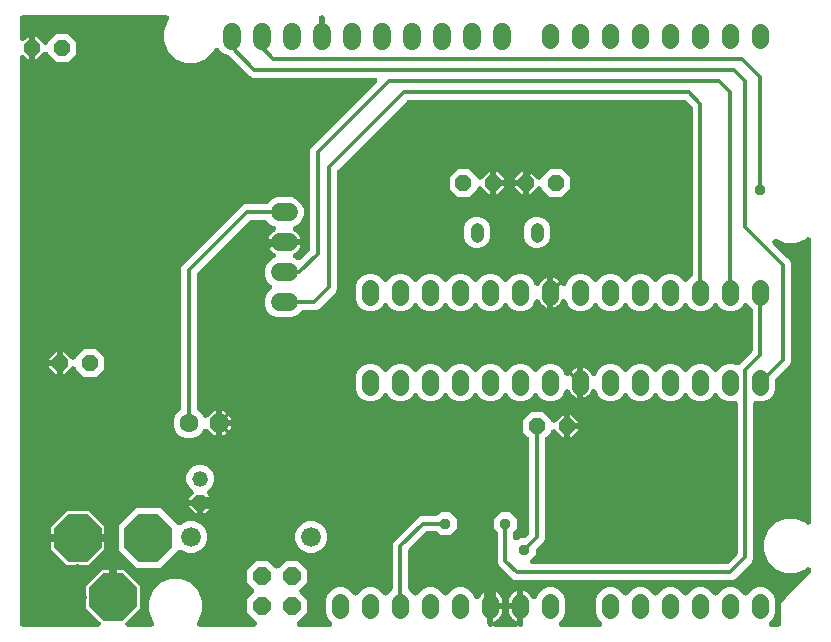
<source format=gbl>
G04 EAGLE Gerber X2 export*
%TF.Part,Single*%
%TF.FileFunction,Other,Bottom Copper*%
%TF.FilePolarity,Positive*%
%TF.GenerationSoftware,Autodesk,EAGLE,9.1.0*%
%TF.CreationDate,2018-12-28T14:04:56Z*%
G75*
%MOMM*%
%FSLAX34Y34*%
%LPD*%
%AMOC8*
5,1,8,0,0,1.08239X$1,22.5*%
G01*
%ADD10C,1.422400*%
%ADD11P,4.329560X8X202.500000*%
%ADD12P,4.329560X8X112.500000*%
%ADD13C,1.950000*%
%ADD14C,1.117600*%
%ADD15P,1.429621X8X202.500000*%
%ADD16P,1.429621X8X22.500000*%
%ADD17P,1.732040X8X22.500000*%
%ADD18C,1.600200*%
%ADD19P,1.429621X8X292.500000*%
%ADD20C,1.320800*%
%ADD21C,1.676400*%
%ADD22C,1.524000*%
%ADD23P,1.649562X8X112.500000*%
%ADD24P,0.982810X8X22.500000*%
%ADD25C,0.304800*%
%ADD26C,1.016000*%
%ADD27C,0.304800*%

G36*
X74135Y7886D02*
X74135Y7886D01*
X74265Y7888D01*
X74359Y7906D01*
X74454Y7915D01*
X74580Y7949D01*
X74707Y7974D01*
X74796Y8008D01*
X74888Y8033D01*
X75006Y8089D01*
X75127Y8136D01*
X75209Y8186D01*
X75295Y8227D01*
X75401Y8302D01*
X75512Y8370D01*
X75583Y8433D01*
X75661Y8489D01*
X75752Y8582D01*
X75849Y8668D01*
X75908Y8743D01*
X75975Y8811D01*
X76048Y8919D01*
X76129Y9021D01*
X76174Y9105D01*
X76227Y9184D01*
X76280Y9303D01*
X76341Y9418D01*
X76371Y9509D01*
X76410Y9596D01*
X76440Y9723D01*
X76481Y9846D01*
X76494Y9941D01*
X76516Y10034D01*
X76524Y10163D01*
X76542Y10292D01*
X76538Y10388D01*
X76544Y10483D01*
X76529Y10612D01*
X76524Y10742D01*
X76503Y10835D01*
X76492Y10930D01*
X76454Y11055D01*
X76426Y11182D01*
X76389Y11270D01*
X76362Y11361D01*
X76303Y11477D01*
X76252Y11597D01*
X76200Y11678D01*
X76157Y11763D01*
X76079Y11866D01*
X76008Y11975D01*
X75922Y12073D01*
X75885Y12121D01*
X75852Y12152D01*
X75801Y12210D01*
X64327Y23683D01*
X64327Y31669D01*
X64343Y31744D01*
X64389Y31930D01*
X64391Y31964D01*
X64398Y31998D01*
X64417Y32310D01*
X64417Y33730D01*
X64414Y33765D01*
X64416Y33799D01*
X64394Y33988D01*
X64377Y34179D01*
X64368Y34212D01*
X64364Y34246D01*
X64327Y34369D01*
X64327Y42357D01*
X77531Y55561D01*
X83619Y55561D01*
X83619Y48959D01*
X83638Y48747D01*
X83654Y48536D01*
X83657Y48524D01*
X83659Y48510D01*
X83715Y48306D01*
X83768Y48101D01*
X83774Y48089D01*
X83777Y48076D01*
X83868Y47886D01*
X83957Y47692D01*
X83965Y47681D01*
X83971Y47669D01*
X84094Y47497D01*
X84216Y47323D01*
X84225Y47314D01*
X84233Y47303D01*
X84385Y47156D01*
X84535Y47006D01*
X84546Y46999D01*
X84555Y46989D01*
X84731Y46871D01*
X84905Y46750D01*
X84920Y46743D01*
X84928Y46737D01*
X84965Y46721D01*
X85186Y46613D01*
X85896Y46319D01*
X86053Y46270D01*
X86208Y46213D01*
X86268Y46202D01*
X86326Y46184D01*
X86489Y46163D01*
X86651Y46135D01*
X86712Y46135D01*
X86773Y46127D01*
X86937Y46136D01*
X87101Y46136D01*
X87161Y46147D01*
X87222Y46150D01*
X87382Y46188D01*
X87544Y46217D01*
X87617Y46242D01*
X87661Y46253D01*
X87717Y46277D01*
X87840Y46319D01*
X88550Y46613D01*
X88738Y46711D01*
X88927Y46807D01*
X88937Y46815D01*
X88949Y46821D01*
X89116Y46951D01*
X89285Y47079D01*
X89294Y47089D01*
X89305Y47097D01*
X89447Y47255D01*
X89591Y47410D01*
X89598Y47422D01*
X89606Y47431D01*
X89718Y47611D01*
X89832Y47790D01*
X89837Y47803D01*
X89844Y47814D01*
X89923Y48010D01*
X90003Y48207D01*
X90006Y48220D01*
X90011Y48232D01*
X90053Y48440D01*
X90098Y48647D01*
X90099Y48663D01*
X90101Y48673D01*
X90102Y48713D01*
X90117Y48959D01*
X90117Y55561D01*
X96205Y55561D01*
X109409Y42357D01*
X109409Y34371D01*
X109393Y34295D01*
X109347Y34110D01*
X109345Y34076D01*
X109338Y34042D01*
X109319Y33730D01*
X109319Y32310D01*
X109322Y32275D01*
X109320Y32241D01*
X109342Y32052D01*
X109359Y31861D01*
X109368Y31828D01*
X109372Y31794D01*
X109409Y31671D01*
X109409Y23683D01*
X97935Y12210D01*
X97851Y12110D01*
X97761Y12017D01*
X97707Y11937D01*
X97646Y11864D01*
X97581Y11751D01*
X97509Y11644D01*
X97470Y11556D01*
X97423Y11473D01*
X97379Y11351D01*
X97326Y11232D01*
X97304Y11139D01*
X97272Y11049D01*
X97251Y10920D01*
X97220Y10794D01*
X97214Y10699D01*
X97198Y10605D01*
X97200Y10474D01*
X97192Y10345D01*
X97203Y10250D01*
X97204Y10154D01*
X97229Y10027D01*
X97244Y9898D01*
X97272Y9806D01*
X97290Y9712D01*
X97337Y9591D01*
X97374Y9467D01*
X97418Y9382D01*
X97452Y9292D01*
X97520Y9181D01*
X97579Y9065D01*
X97636Y8989D01*
X97686Y8908D01*
X97772Y8810D01*
X97851Y8707D01*
X97921Y8642D01*
X97984Y8570D01*
X98086Y8490D01*
X98182Y8401D01*
X98263Y8350D01*
X98337Y8291D01*
X98452Y8230D01*
X98562Y8160D01*
X98650Y8123D01*
X98734Y8078D01*
X98858Y8038D01*
X98978Y7989D01*
X99072Y7969D01*
X99163Y7939D01*
X99291Y7921D01*
X99418Y7894D01*
X99548Y7886D01*
X99609Y7878D01*
X99653Y7879D01*
X99730Y7875D01*
X119127Y7875D01*
X119257Y7886D01*
X119387Y7888D01*
X119480Y7906D01*
X119576Y7915D01*
X119701Y7949D01*
X119829Y7974D01*
X119918Y8008D01*
X120010Y8033D01*
X120127Y8089D01*
X120249Y8136D01*
X120330Y8186D01*
X120417Y8227D01*
X120522Y8302D01*
X120633Y8370D01*
X120705Y8433D01*
X120783Y8489D01*
X120873Y8582D01*
X120971Y8668D01*
X121030Y8743D01*
X121097Y8811D01*
X121170Y8919D01*
X121250Y9021D01*
X121295Y9105D01*
X121349Y9184D01*
X121401Y9303D01*
X121463Y9418D01*
X121492Y9509D01*
X121531Y9596D01*
X121562Y9722D01*
X121602Y9846D01*
X121615Y9941D01*
X121638Y10034D01*
X121646Y10163D01*
X121663Y10292D01*
X121660Y10388D01*
X121665Y10483D01*
X121650Y10612D01*
X121645Y10742D01*
X121624Y10835D01*
X121613Y10930D01*
X121576Y11055D01*
X121547Y11182D01*
X121511Y11270D01*
X121483Y11361D01*
X121424Y11477D01*
X121374Y11597D01*
X121322Y11677D01*
X121279Y11763D01*
X121200Y11866D01*
X121130Y11975D01*
X121043Y12073D01*
X121007Y12121D01*
X120974Y12152D01*
X120923Y12210D01*
X120537Y12595D01*
X117095Y20904D01*
X117095Y29896D01*
X120537Y38205D01*
X126895Y44563D01*
X135204Y48005D01*
X144196Y48005D01*
X152505Y44563D01*
X158863Y38205D01*
X162305Y29896D01*
X162305Y20904D01*
X158863Y12595D01*
X158477Y12210D01*
X158394Y12110D01*
X158303Y12017D01*
X158250Y11938D01*
X158189Y11864D01*
X158124Y11751D01*
X158051Y11644D01*
X158013Y11556D01*
X157965Y11473D01*
X157922Y11351D01*
X157869Y11232D01*
X157846Y11139D01*
X157814Y11049D01*
X157793Y10921D01*
X157762Y10794D01*
X157756Y10699D01*
X157741Y10605D01*
X157743Y10475D01*
X157735Y10345D01*
X157746Y10250D01*
X157747Y10155D01*
X157772Y10027D01*
X157787Y9898D01*
X157814Y9806D01*
X157833Y9712D01*
X157879Y9591D01*
X157917Y9467D01*
X157960Y9382D01*
X157995Y9292D01*
X158062Y9181D01*
X158121Y9065D01*
X158179Y8989D01*
X158229Y8908D01*
X158315Y8810D01*
X158393Y8707D01*
X158464Y8642D01*
X158527Y8570D01*
X158629Y8490D01*
X158724Y8401D01*
X158805Y8350D01*
X158880Y8291D01*
X158994Y8230D01*
X159104Y8160D01*
X159193Y8123D01*
X159277Y8078D01*
X159400Y8038D01*
X159521Y7989D01*
X159614Y7969D01*
X159705Y7939D01*
X159834Y7921D01*
X159961Y7894D01*
X160091Y7886D01*
X160151Y7878D01*
X160196Y7879D01*
X160273Y7875D01*
X206158Y7875D01*
X206288Y7886D01*
X206418Y7888D01*
X206512Y7906D01*
X206607Y7915D01*
X206732Y7949D01*
X206860Y7974D01*
X206949Y8008D01*
X207041Y8033D01*
X207159Y8089D01*
X207280Y8136D01*
X207362Y8186D01*
X207448Y8227D01*
X207554Y8302D01*
X207665Y8370D01*
X207736Y8433D01*
X207814Y8489D01*
X207905Y8582D01*
X208002Y8668D01*
X208061Y8743D01*
X208128Y8811D01*
X208201Y8919D01*
X208282Y9021D01*
X208327Y9105D01*
X208380Y9184D01*
X208433Y9303D01*
X208494Y9418D01*
X208524Y9509D01*
X208562Y9596D01*
X208593Y9723D01*
X208633Y9846D01*
X208646Y9941D01*
X208669Y10034D01*
X208677Y10163D01*
X208695Y10292D01*
X208691Y10388D01*
X208697Y10483D01*
X208682Y10612D01*
X208676Y10742D01*
X208656Y10835D01*
X208645Y10930D01*
X208607Y11055D01*
X208579Y11182D01*
X208542Y11270D01*
X208514Y11361D01*
X208455Y11477D01*
X208405Y11597D01*
X208353Y11677D01*
X208310Y11763D01*
X208231Y11866D01*
X208161Y11975D01*
X208075Y12073D01*
X208038Y12121D01*
X208005Y12152D01*
X207954Y12210D01*
X200024Y20139D01*
X200024Y30661D01*
X205668Y36304D01*
X205690Y36331D01*
X205716Y36354D01*
X205834Y36503D01*
X205957Y36650D01*
X205974Y36680D01*
X205996Y36707D01*
X206086Y36875D01*
X206180Y37041D01*
X206192Y37073D01*
X206208Y37104D01*
X206267Y37285D01*
X206331Y37465D01*
X206337Y37499D01*
X206347Y37532D01*
X206373Y37721D01*
X206404Y37909D01*
X206404Y37944D01*
X206409Y37978D01*
X206401Y38169D01*
X206398Y38359D01*
X206392Y38394D01*
X206390Y38428D01*
X206349Y38614D01*
X206313Y38802D01*
X206300Y38834D01*
X206293Y38868D01*
X206219Y39044D01*
X206151Y39222D01*
X206133Y39251D01*
X206119Y39283D01*
X206016Y39443D01*
X205917Y39606D01*
X205894Y39632D01*
X205875Y39661D01*
X205668Y39896D01*
X200024Y45539D01*
X200024Y56061D01*
X207464Y63501D01*
X217986Y63501D01*
X223629Y57857D01*
X223656Y57835D01*
X223679Y57809D01*
X223828Y57691D01*
X223975Y57568D01*
X224005Y57551D01*
X224032Y57529D01*
X224200Y57439D01*
X224366Y57345D01*
X224398Y57333D01*
X224429Y57317D01*
X224610Y57258D01*
X224790Y57194D01*
X224824Y57188D01*
X224857Y57178D01*
X225046Y57152D01*
X225234Y57120D01*
X225269Y57121D01*
X225303Y57116D01*
X225494Y57124D01*
X225685Y57127D01*
X225719Y57133D01*
X225753Y57135D01*
X225939Y57176D01*
X226127Y57212D01*
X226159Y57225D01*
X226193Y57232D01*
X226368Y57306D01*
X226547Y57374D01*
X226576Y57393D01*
X226608Y57406D01*
X226768Y57509D01*
X226931Y57608D01*
X226957Y57631D01*
X226986Y57650D01*
X227221Y57857D01*
X232864Y63501D01*
X243386Y63501D01*
X250826Y56061D01*
X250826Y45539D01*
X245182Y39896D01*
X245160Y39869D01*
X245134Y39846D01*
X245016Y39697D01*
X244893Y39550D01*
X244876Y39520D01*
X244854Y39493D01*
X244764Y39324D01*
X244670Y39159D01*
X244658Y39127D01*
X244642Y39096D01*
X244583Y38915D01*
X244519Y38735D01*
X244513Y38701D01*
X244503Y38668D01*
X244477Y38479D01*
X244445Y38291D01*
X244446Y38256D01*
X244441Y38222D01*
X244449Y38031D01*
X244452Y37840D01*
X244458Y37806D01*
X244460Y37772D01*
X244501Y37586D01*
X244537Y37398D01*
X244550Y37366D01*
X244557Y37332D01*
X244631Y37157D01*
X244699Y36978D01*
X244718Y36949D01*
X244731Y36917D01*
X244834Y36757D01*
X244933Y36594D01*
X244956Y36568D01*
X244975Y36539D01*
X245182Y36304D01*
X250826Y30661D01*
X250826Y20139D01*
X242896Y12210D01*
X242813Y12110D01*
X242722Y12017D01*
X242668Y11937D01*
X242607Y11864D01*
X242543Y11751D01*
X242470Y11644D01*
X242431Y11556D01*
X242384Y11473D01*
X242340Y11351D01*
X242288Y11232D01*
X242265Y11139D01*
X242233Y11049D01*
X242212Y10921D01*
X242181Y10794D01*
X242175Y10699D01*
X242159Y10605D01*
X242161Y10475D01*
X242153Y10345D01*
X242164Y10250D01*
X242166Y10154D01*
X242190Y10027D01*
X242205Y9898D01*
X242233Y9806D01*
X242251Y9712D01*
X242298Y9591D01*
X242336Y9467D01*
X242379Y9382D01*
X242413Y9292D01*
X242481Y9181D01*
X242540Y9065D01*
X242598Y8989D01*
X242647Y8908D01*
X242733Y8810D01*
X242812Y8707D01*
X242882Y8642D01*
X242946Y8570D01*
X243047Y8490D01*
X243143Y8401D01*
X243224Y8350D01*
X243299Y8291D01*
X243413Y8230D01*
X243523Y8160D01*
X243611Y8123D01*
X243696Y8078D01*
X243819Y8038D01*
X243939Y7989D01*
X244033Y7969D01*
X244124Y7939D01*
X244252Y7921D01*
X244380Y7894D01*
X244509Y7886D01*
X244570Y7878D01*
X244615Y7879D01*
X244692Y7875D01*
X269996Y7875D01*
X270126Y7886D01*
X270255Y7888D01*
X270349Y7906D01*
X270444Y7915D01*
X270570Y7949D01*
X270697Y7974D01*
X270787Y8008D01*
X270879Y8033D01*
X270996Y8089D01*
X271117Y8136D01*
X271199Y8186D01*
X271285Y8227D01*
X271391Y8302D01*
X271502Y8370D01*
X271574Y8433D01*
X271651Y8489D01*
X271742Y8582D01*
X271840Y8668D01*
X271899Y8743D01*
X271965Y8811D01*
X272038Y8919D01*
X272119Y9021D01*
X272164Y9105D01*
X272218Y9184D01*
X272270Y9303D01*
X272332Y9418D01*
X272361Y9509D01*
X272400Y9596D01*
X272431Y9723D01*
X272471Y9846D01*
X272484Y9941D01*
X272506Y10034D01*
X272514Y10163D01*
X272532Y10292D01*
X272528Y10388D01*
X272534Y10483D01*
X272519Y10612D01*
X272514Y10742D01*
X272493Y10835D01*
X272482Y10930D01*
X272444Y11055D01*
X272416Y11182D01*
X272379Y11270D01*
X272352Y11361D01*
X272293Y11477D01*
X272243Y11597D01*
X272191Y11677D01*
X272147Y11763D01*
X272069Y11866D01*
X271998Y11975D01*
X271912Y12073D01*
X271875Y12121D01*
X271842Y12152D01*
X271791Y12210D01*
X269064Y14937D01*
X267207Y19419D01*
X267207Y31381D01*
X269063Y35863D01*
X272493Y39293D01*
X276975Y41149D01*
X281825Y41149D01*
X286307Y39293D01*
X289736Y35863D01*
X289754Y35820D01*
X289814Y35705D01*
X289866Y35586D01*
X289918Y35506D01*
X289962Y35421D01*
X290042Y35319D01*
X290114Y35210D01*
X290180Y35141D01*
X290238Y35065D01*
X290335Y34978D01*
X290424Y34884D01*
X290502Y34828D01*
X290572Y34764D01*
X290683Y34695D01*
X290788Y34618D01*
X290874Y34576D01*
X290955Y34526D01*
X291076Y34478D01*
X291192Y34421D01*
X291284Y34394D01*
X291373Y34359D01*
X291501Y34333D01*
X291626Y34297D01*
X291721Y34288D01*
X291814Y34269D01*
X291944Y34266D01*
X292074Y34253D01*
X292169Y34260D01*
X292264Y34258D01*
X292393Y34278D01*
X292522Y34288D01*
X292615Y34312D01*
X292709Y34327D01*
X292832Y34369D01*
X292958Y34402D01*
X293045Y34442D01*
X293135Y34473D01*
X293248Y34537D01*
X293367Y34591D01*
X293445Y34646D01*
X293528Y34693D01*
X293629Y34775D01*
X293735Y34850D01*
X293803Y34917D01*
X293877Y34978D01*
X293961Y35077D01*
X294053Y35169D01*
X294107Y35247D01*
X294169Y35320D01*
X294235Y35433D01*
X294309Y35539D01*
X294366Y35656D01*
X294397Y35709D01*
X294412Y35751D01*
X294446Y35820D01*
X294463Y35863D01*
X297893Y39293D01*
X302375Y41149D01*
X307225Y41149D01*
X311707Y39293D01*
X315136Y35863D01*
X315154Y35820D01*
X315214Y35705D01*
X315266Y35586D01*
X315318Y35506D01*
X315362Y35421D01*
X315442Y35319D01*
X315514Y35210D01*
X315580Y35141D01*
X315638Y35065D01*
X315735Y34978D01*
X315824Y34884D01*
X315902Y34828D01*
X315972Y34764D01*
X316083Y34695D01*
X316188Y34618D01*
X316274Y34576D01*
X316355Y34526D01*
X316476Y34478D01*
X316592Y34421D01*
X316684Y34394D01*
X316773Y34359D01*
X316901Y34333D01*
X317026Y34297D01*
X317121Y34288D01*
X317214Y34269D01*
X317344Y34266D01*
X317474Y34253D01*
X317569Y34260D01*
X317664Y34258D01*
X317793Y34278D01*
X317922Y34288D01*
X318015Y34312D01*
X318109Y34327D01*
X318232Y34369D01*
X318358Y34402D01*
X318445Y34442D01*
X318535Y34473D01*
X318648Y34537D01*
X318767Y34591D01*
X318845Y34646D01*
X318928Y34693D01*
X319029Y34775D01*
X319135Y34850D01*
X319203Y34917D01*
X319277Y34978D01*
X319361Y35077D01*
X319453Y35169D01*
X319507Y35247D01*
X319569Y35320D01*
X319635Y35433D01*
X319709Y35539D01*
X319766Y35656D01*
X319797Y35709D01*
X319812Y35751D01*
X319846Y35820D01*
X319863Y35863D01*
X322852Y38851D01*
X322957Y38977D01*
X323069Y39098D01*
X323101Y39149D01*
X323140Y39196D01*
X323222Y39339D01*
X323310Y39478D01*
X323334Y39534D01*
X323364Y39587D01*
X323419Y39742D01*
X323481Y39894D01*
X323494Y39954D01*
X323515Y40011D01*
X323541Y40174D01*
X323576Y40334D01*
X323581Y40411D01*
X323588Y40455D01*
X323587Y40517D01*
X323595Y40646D01*
X323595Y77514D01*
X324601Y79941D01*
X345509Y100849D01*
X347936Y101855D01*
X360247Y101855D01*
X360411Y101869D01*
X360575Y101876D01*
X360635Y101889D01*
X360696Y101895D01*
X360855Y101938D01*
X361015Y101974D01*
X361071Y101997D01*
X361130Y102013D01*
X361278Y102084D01*
X361430Y102147D01*
X361482Y102180D01*
X361537Y102207D01*
X361670Y102302D01*
X361809Y102392D01*
X361866Y102443D01*
X361903Y102469D01*
X361945Y102512D01*
X362043Y102598D01*
X364315Y104871D01*
X372285Y104871D01*
X377921Y99235D01*
X377921Y91265D01*
X372285Y85629D01*
X364315Y85629D01*
X362043Y87902D01*
X361916Y88007D01*
X361796Y88119D01*
X361744Y88151D01*
X361697Y88190D01*
X361555Y88272D01*
X361416Y88360D01*
X361359Y88384D01*
X361306Y88414D01*
X361152Y88469D01*
X360999Y88531D01*
X360940Y88544D01*
X360882Y88565D01*
X360720Y88591D01*
X360559Y88626D01*
X360482Y88631D01*
X360438Y88638D01*
X360377Y88637D01*
X360247Y88645D01*
X353038Y88645D01*
X352874Y88631D01*
X352709Y88624D01*
X352650Y88611D01*
X352589Y88605D01*
X352430Y88562D01*
X352270Y88526D01*
X352214Y88503D01*
X352155Y88487D01*
X352007Y88416D01*
X351854Y88353D01*
X351803Y88320D01*
X351748Y88293D01*
X351615Y88198D01*
X351476Y88108D01*
X351418Y88057D01*
X351382Y88031D01*
X351339Y87988D01*
X351242Y87902D01*
X337548Y74208D01*
X337443Y74082D01*
X337331Y73961D01*
X337299Y73909D01*
X337260Y73863D01*
X337178Y73720D01*
X337090Y73581D01*
X337066Y73525D01*
X337036Y73472D01*
X336981Y73317D01*
X336919Y73165D01*
X336906Y73105D01*
X336885Y73047D01*
X336859Y72885D01*
X336824Y72724D01*
X336819Y72647D01*
X336812Y72603D01*
X336813Y72542D01*
X336805Y72412D01*
X336805Y40646D01*
X336819Y40483D01*
X336826Y40318D01*
X336839Y40259D01*
X336845Y40198D01*
X336888Y40039D01*
X336924Y39878D01*
X336947Y39822D01*
X336963Y39763D01*
X337034Y39615D01*
X337097Y39463D01*
X337130Y39412D01*
X337157Y39357D01*
X337252Y39223D01*
X337342Y39085D01*
X337393Y39027D01*
X337419Y38991D01*
X337462Y38948D01*
X337548Y38851D01*
X340536Y35863D01*
X340554Y35820D01*
X340614Y35705D01*
X340666Y35586D01*
X340718Y35506D01*
X340762Y35421D01*
X340842Y35319D01*
X340914Y35210D01*
X340980Y35141D01*
X341038Y35065D01*
X341135Y34978D01*
X341224Y34884D01*
X341302Y34828D01*
X341372Y34764D01*
X341483Y34695D01*
X341588Y34618D01*
X341674Y34576D01*
X341755Y34526D01*
X341876Y34478D01*
X341992Y34421D01*
X342084Y34394D01*
X342173Y34359D01*
X342301Y34333D01*
X342426Y34297D01*
X342521Y34288D01*
X342614Y34269D01*
X342744Y34266D01*
X342874Y34253D01*
X342969Y34260D01*
X343064Y34258D01*
X343193Y34278D01*
X343322Y34288D01*
X343415Y34312D01*
X343509Y34327D01*
X343632Y34369D01*
X343758Y34402D01*
X343845Y34442D01*
X343935Y34473D01*
X344048Y34537D01*
X344167Y34591D01*
X344245Y34646D01*
X344328Y34693D01*
X344429Y34775D01*
X344535Y34850D01*
X344603Y34917D01*
X344677Y34978D01*
X344761Y35077D01*
X344853Y35169D01*
X344907Y35247D01*
X344969Y35320D01*
X345035Y35433D01*
X345109Y35539D01*
X345166Y35656D01*
X345197Y35709D01*
X345212Y35751D01*
X345246Y35820D01*
X345263Y35863D01*
X348693Y39293D01*
X353175Y41149D01*
X358025Y41149D01*
X362507Y39293D01*
X365936Y35863D01*
X365954Y35820D01*
X366014Y35705D01*
X366066Y35586D01*
X366118Y35506D01*
X366162Y35421D01*
X366242Y35319D01*
X366314Y35210D01*
X366380Y35141D01*
X366438Y35065D01*
X366535Y34978D01*
X366624Y34884D01*
X366702Y34828D01*
X366772Y34764D01*
X366883Y34695D01*
X366988Y34618D01*
X367074Y34576D01*
X367155Y34526D01*
X367276Y34478D01*
X367392Y34421D01*
X367484Y34394D01*
X367573Y34359D01*
X367701Y34333D01*
X367826Y34297D01*
X367921Y34288D01*
X368014Y34269D01*
X368144Y34266D01*
X368274Y34253D01*
X368369Y34260D01*
X368464Y34258D01*
X368593Y34278D01*
X368722Y34288D01*
X368815Y34312D01*
X368909Y34327D01*
X369032Y34369D01*
X369158Y34402D01*
X369245Y34442D01*
X369335Y34473D01*
X369448Y34537D01*
X369567Y34591D01*
X369645Y34646D01*
X369728Y34693D01*
X369829Y34775D01*
X369935Y34850D01*
X370003Y34917D01*
X370077Y34978D01*
X370161Y35077D01*
X370253Y35169D01*
X370307Y35247D01*
X370369Y35320D01*
X370435Y35433D01*
X370509Y35539D01*
X370566Y35656D01*
X370597Y35709D01*
X370612Y35751D01*
X370646Y35820D01*
X370663Y35863D01*
X374093Y39293D01*
X378575Y41149D01*
X383425Y41149D01*
X387907Y39293D01*
X391337Y35863D01*
X392714Y32537D01*
X392716Y32533D01*
X392717Y32529D01*
X392820Y32335D01*
X392922Y32138D01*
X392925Y32135D01*
X392927Y32131D01*
X393064Y31955D01*
X393198Y31782D01*
X393201Y31779D01*
X393204Y31776D01*
X393368Y31629D01*
X393532Y31480D01*
X393536Y31478D01*
X393540Y31475D01*
X393725Y31361D01*
X393915Y31243D01*
X393919Y31241D01*
X393923Y31239D01*
X394125Y31159D01*
X394333Y31076D01*
X394338Y31075D01*
X394342Y31073D01*
X394556Y31030D01*
X394774Y30986D01*
X394779Y30986D01*
X394783Y30985D01*
X395005Y30980D01*
X395224Y30975D01*
X395229Y30976D01*
X395233Y30976D01*
X395453Y31010D01*
X395669Y31044D01*
X395673Y31045D01*
X395678Y31046D01*
X395891Y31120D01*
X396095Y31190D01*
X396099Y31192D01*
X396103Y31194D01*
X396297Y31303D01*
X396488Y31410D01*
X396492Y31412D01*
X396496Y31415D01*
X396667Y31556D01*
X396837Y31695D01*
X396840Y31698D01*
X396843Y31701D01*
X396987Y31871D01*
X397129Y32037D01*
X397131Y32041D01*
X397134Y32044D01*
X397246Y32238D01*
X397357Y32426D01*
X397358Y32430D01*
X397360Y32434D01*
X397435Y32624D01*
X398144Y34015D01*
X399037Y35244D01*
X400112Y36319D01*
X401341Y37212D01*
X402695Y37902D01*
X403861Y38280D01*
X403861Y25400D01*
X403861Y10414D01*
X403864Y10379D01*
X403862Y10345D01*
X403884Y10156D01*
X403900Y9965D01*
X403910Y9932D01*
X403914Y9898D01*
X403969Y9715D01*
X404019Y9531D01*
X404034Y9500D01*
X404044Y9467D01*
X404131Y9296D01*
X404212Y9124D01*
X404233Y9096D01*
X404248Y9065D01*
X404363Y8913D01*
X404475Y8758D01*
X404499Y8734D01*
X404520Y8707D01*
X404660Y8578D01*
X404797Y8444D01*
X404826Y8425D01*
X404851Y8401D01*
X405012Y8299D01*
X405170Y8192D01*
X405202Y8178D01*
X405231Y8160D01*
X405408Y8087D01*
X405582Y8010D01*
X405616Y8002D01*
X405648Y7989D01*
X405834Y7949D01*
X406019Y7903D01*
X406054Y7901D01*
X406088Y7894D01*
X406400Y7875D01*
X406435Y7878D01*
X406469Y7876D01*
X406659Y7898D01*
X406849Y7915D01*
X406882Y7924D01*
X406916Y7928D01*
X407099Y7983D01*
X407283Y8033D01*
X407314Y8048D01*
X407347Y8058D01*
X407518Y8145D01*
X407690Y8227D01*
X407718Y8247D01*
X407749Y8262D01*
X407901Y8378D01*
X408056Y8489D01*
X408080Y8514D01*
X408107Y8534D01*
X408237Y8674D01*
X408370Y8811D01*
X408389Y8840D01*
X408413Y8866D01*
X408515Y9027D01*
X408533Y9054D01*
X408629Y8927D01*
X408728Y8785D01*
X408765Y8748D01*
X408797Y8707D01*
X408924Y8589D01*
X409046Y8467D01*
X409089Y8437D01*
X409128Y8401D01*
X409274Y8308D01*
X409416Y8209D01*
X409463Y8188D01*
X409507Y8160D01*
X409668Y8094D01*
X409825Y8022D01*
X409876Y8008D01*
X409924Y7989D01*
X410093Y7952D01*
X410261Y7909D01*
X410313Y7905D01*
X410364Y7894D01*
X410676Y7875D01*
X427524Y7875D01*
X427576Y7879D01*
X427628Y7877D01*
X427800Y7899D01*
X427972Y7915D01*
X428023Y7928D01*
X428075Y7935D01*
X428240Y7988D01*
X428407Y8033D01*
X428454Y8056D01*
X428504Y8071D01*
X428657Y8152D01*
X428813Y8227D01*
X428856Y8257D01*
X428902Y8281D01*
X429039Y8388D01*
X429180Y8489D01*
X429216Y8526D01*
X429257Y8558D01*
X429373Y8687D01*
X429494Y8811D01*
X429523Y8855D01*
X429558Y8894D01*
X429649Y9041D01*
X429657Y9054D01*
X429763Y8913D01*
X429875Y8758D01*
X429899Y8734D01*
X429920Y8707D01*
X430060Y8578D01*
X430197Y8444D01*
X430226Y8425D01*
X430251Y8401D01*
X430412Y8299D01*
X430570Y8192D01*
X430602Y8178D01*
X430631Y8160D01*
X430808Y8087D01*
X430982Y8010D01*
X431016Y8002D01*
X431048Y7989D01*
X431234Y7949D01*
X431419Y7903D01*
X431454Y7901D01*
X431488Y7894D01*
X431800Y7875D01*
X431835Y7878D01*
X431869Y7876D01*
X432059Y7898D01*
X432249Y7915D01*
X432282Y7924D01*
X432316Y7928D01*
X432499Y7983D01*
X432683Y8033D01*
X432714Y8048D01*
X432747Y8058D01*
X432918Y8145D01*
X433090Y8227D01*
X433118Y8247D01*
X433149Y8262D01*
X433301Y8378D01*
X433456Y8489D01*
X433480Y8514D01*
X433507Y8534D01*
X433637Y8674D01*
X433770Y8811D01*
X433789Y8840D01*
X433813Y8866D01*
X433915Y9027D01*
X434022Y9184D01*
X434036Y9216D01*
X434054Y9245D01*
X434127Y9422D01*
X434204Y9596D01*
X434212Y9630D01*
X434225Y9662D01*
X434266Y9849D01*
X434311Y10034D01*
X434313Y10068D01*
X434320Y10102D01*
X434339Y10414D01*
X434339Y25400D01*
X434339Y38280D01*
X435505Y37902D01*
X436859Y37212D01*
X438088Y36319D01*
X439163Y35244D01*
X440056Y34015D01*
X440782Y32589D01*
X440818Y32505D01*
X440901Y32311D01*
X440904Y32307D01*
X440906Y32302D01*
X441030Y32115D01*
X441148Y31934D01*
X441151Y31931D01*
X441154Y31927D01*
X441306Y31768D01*
X441458Y31607D01*
X441461Y31604D01*
X441465Y31601D01*
X441639Y31473D01*
X441820Y31340D01*
X441824Y31338D01*
X441828Y31335D01*
X442025Y31239D01*
X442224Y31141D01*
X442228Y31139D01*
X442233Y31137D01*
X442443Y31078D01*
X442657Y31016D01*
X442661Y31016D01*
X442666Y31014D01*
X442886Y30992D01*
X443105Y30970D01*
X443109Y30970D01*
X443114Y30970D01*
X443337Y30987D01*
X443554Y31004D01*
X443558Y31005D01*
X443563Y31005D01*
X443775Y31061D01*
X443990Y31116D01*
X443994Y31118D01*
X443998Y31119D01*
X444195Y31210D01*
X444399Y31304D01*
X444403Y31306D01*
X444407Y31308D01*
X444588Y31435D01*
X444769Y31561D01*
X444772Y31564D01*
X444776Y31566D01*
X444931Y31723D01*
X445087Y31879D01*
X445090Y31883D01*
X445093Y31886D01*
X445218Y32067D01*
X445344Y32248D01*
X445346Y32253D01*
X445349Y32256D01*
X445486Y32537D01*
X446863Y35863D01*
X450293Y39293D01*
X454775Y41149D01*
X459625Y41149D01*
X464107Y39293D01*
X467537Y35863D01*
X469393Y31381D01*
X469393Y19419D01*
X467536Y14937D01*
X464809Y12210D01*
X464725Y12110D01*
X464635Y12017D01*
X464581Y11937D01*
X464520Y11864D01*
X464455Y11751D01*
X464382Y11644D01*
X464344Y11556D01*
X464296Y11473D01*
X464253Y11351D01*
X464200Y11232D01*
X464178Y11139D01*
X464146Y11049D01*
X464124Y10921D01*
X464094Y10794D01*
X464088Y10699D01*
X464072Y10605D01*
X464074Y10475D01*
X464066Y10345D01*
X464077Y10250D01*
X464078Y10154D01*
X464103Y10027D01*
X464118Y9898D01*
X464146Y9806D01*
X464164Y9712D01*
X464211Y9591D01*
X464248Y9467D01*
X464292Y9381D01*
X464326Y9292D01*
X464394Y9181D01*
X464453Y9065D01*
X464510Y8989D01*
X464560Y8908D01*
X464646Y8810D01*
X464725Y8707D01*
X464795Y8642D01*
X464858Y8570D01*
X464960Y8490D01*
X465056Y8401D01*
X465136Y8350D01*
X465211Y8291D01*
X465326Y8230D01*
X465435Y8160D01*
X465524Y8123D01*
X465608Y8078D01*
X465732Y8038D01*
X465852Y7989D01*
X465945Y7969D01*
X466036Y7939D01*
X466165Y7921D01*
X466292Y7894D01*
X466422Y7886D01*
X466482Y7878D01*
X466527Y7879D01*
X466604Y7875D01*
X498596Y7875D01*
X498726Y7886D01*
X498855Y7888D01*
X498949Y7906D01*
X499044Y7915D01*
X499170Y7949D01*
X499297Y7974D01*
X499387Y8008D01*
X499479Y8033D01*
X499596Y8089D01*
X499717Y8136D01*
X499799Y8186D01*
X499885Y8227D01*
X499991Y8302D01*
X500102Y8370D01*
X500174Y8433D01*
X500251Y8489D01*
X500342Y8582D01*
X500440Y8668D01*
X500499Y8743D01*
X500565Y8811D01*
X500638Y8919D01*
X500719Y9021D01*
X500764Y9105D01*
X500818Y9184D01*
X500870Y9303D01*
X500932Y9418D01*
X500961Y9509D01*
X501000Y9596D01*
X501031Y9723D01*
X501071Y9846D01*
X501084Y9941D01*
X501106Y10034D01*
X501114Y10163D01*
X501132Y10292D01*
X501128Y10388D01*
X501134Y10483D01*
X501119Y10612D01*
X501114Y10742D01*
X501093Y10835D01*
X501082Y10930D01*
X501044Y11055D01*
X501016Y11182D01*
X500979Y11270D01*
X500952Y11361D01*
X500893Y11477D01*
X500843Y11597D01*
X500791Y11677D01*
X500747Y11763D01*
X500669Y11866D01*
X500598Y11975D01*
X500512Y12073D01*
X500475Y12121D01*
X500442Y12152D01*
X500391Y12210D01*
X497664Y14937D01*
X495807Y19419D01*
X495807Y31381D01*
X497663Y35863D01*
X501093Y39293D01*
X505575Y41149D01*
X510425Y41149D01*
X514907Y39293D01*
X518336Y35863D01*
X518354Y35820D01*
X518414Y35705D01*
X518466Y35586D01*
X518518Y35506D01*
X518562Y35421D01*
X518642Y35318D01*
X518714Y35210D01*
X518780Y35141D01*
X518838Y35065D01*
X518935Y34978D01*
X519025Y34884D01*
X519101Y34828D01*
X519172Y34764D01*
X519283Y34695D01*
X519388Y34618D01*
X519474Y34576D01*
X519555Y34526D01*
X519675Y34478D01*
X519792Y34420D01*
X519884Y34394D01*
X519973Y34359D01*
X520100Y34333D01*
X520226Y34297D01*
X520321Y34288D01*
X520414Y34269D01*
X520544Y34266D01*
X520674Y34253D01*
X520769Y34260D01*
X520864Y34258D01*
X520993Y34278D01*
X521123Y34288D01*
X521215Y34312D01*
X521309Y34327D01*
X521432Y34369D01*
X521558Y34402D01*
X521645Y34442D01*
X521735Y34473D01*
X521849Y34537D01*
X521967Y34591D01*
X522045Y34646D01*
X522128Y34693D01*
X522229Y34775D01*
X522336Y34850D01*
X522403Y34917D01*
X522477Y34978D01*
X522561Y35077D01*
X522653Y35169D01*
X522707Y35248D01*
X522769Y35320D01*
X522835Y35432D01*
X522909Y35539D01*
X522966Y35656D01*
X522997Y35709D01*
X523012Y35751D01*
X523046Y35820D01*
X523063Y35863D01*
X526493Y39293D01*
X530975Y41149D01*
X535825Y41149D01*
X540307Y39293D01*
X543736Y35863D01*
X543754Y35820D01*
X543814Y35705D01*
X543866Y35586D01*
X543918Y35506D01*
X543962Y35421D01*
X544042Y35318D01*
X544114Y35210D01*
X544180Y35141D01*
X544238Y35065D01*
X544335Y34978D01*
X544425Y34884D01*
X544501Y34828D01*
X544572Y34764D01*
X544683Y34695D01*
X544788Y34618D01*
X544874Y34576D01*
X544955Y34526D01*
X545075Y34478D01*
X545192Y34420D01*
X545284Y34394D01*
X545373Y34359D01*
X545500Y34333D01*
X545626Y34297D01*
X545721Y34288D01*
X545814Y34269D01*
X545944Y34266D01*
X546074Y34253D01*
X546169Y34260D01*
X546264Y34258D01*
X546393Y34278D01*
X546523Y34288D01*
X546615Y34312D01*
X546709Y34327D01*
X546832Y34369D01*
X546958Y34402D01*
X547045Y34442D01*
X547135Y34473D01*
X547249Y34537D01*
X547367Y34591D01*
X547445Y34646D01*
X547528Y34693D01*
X547629Y34775D01*
X547736Y34850D01*
X547803Y34917D01*
X547877Y34978D01*
X547961Y35077D01*
X548053Y35169D01*
X548107Y35248D01*
X548169Y35320D01*
X548235Y35432D01*
X548309Y35539D01*
X548366Y35656D01*
X548397Y35709D01*
X548412Y35751D01*
X548446Y35820D01*
X548463Y35863D01*
X551893Y39293D01*
X556375Y41149D01*
X561225Y41149D01*
X565707Y39293D01*
X569136Y35863D01*
X569154Y35820D01*
X569214Y35705D01*
X569266Y35586D01*
X569318Y35506D01*
X569362Y35421D01*
X569442Y35318D01*
X569514Y35210D01*
X569580Y35141D01*
X569638Y35065D01*
X569735Y34978D01*
X569825Y34884D01*
X569901Y34828D01*
X569972Y34764D01*
X570083Y34695D01*
X570188Y34618D01*
X570274Y34576D01*
X570355Y34526D01*
X570475Y34478D01*
X570592Y34420D01*
X570684Y34394D01*
X570773Y34359D01*
X570900Y34333D01*
X571026Y34297D01*
X571121Y34288D01*
X571214Y34269D01*
X571344Y34266D01*
X571474Y34253D01*
X571569Y34260D01*
X571664Y34258D01*
X571793Y34278D01*
X571923Y34288D01*
X572015Y34312D01*
X572109Y34327D01*
X572232Y34369D01*
X572358Y34402D01*
X572445Y34442D01*
X572535Y34473D01*
X572649Y34537D01*
X572767Y34591D01*
X572845Y34646D01*
X572928Y34693D01*
X573029Y34775D01*
X573136Y34850D01*
X573203Y34917D01*
X573277Y34978D01*
X573361Y35077D01*
X573453Y35169D01*
X573507Y35248D01*
X573569Y35320D01*
X573635Y35432D01*
X573709Y35539D01*
X573766Y35656D01*
X573797Y35709D01*
X573812Y35751D01*
X573846Y35820D01*
X573863Y35863D01*
X577293Y39293D01*
X581775Y41149D01*
X586625Y41149D01*
X591107Y39293D01*
X594536Y35863D01*
X594554Y35820D01*
X594614Y35705D01*
X594666Y35586D01*
X594718Y35506D01*
X594762Y35421D01*
X594842Y35318D01*
X594914Y35210D01*
X594980Y35141D01*
X595038Y35065D01*
X595135Y34978D01*
X595225Y34884D01*
X595301Y34828D01*
X595372Y34764D01*
X595483Y34695D01*
X595588Y34618D01*
X595674Y34576D01*
X595755Y34526D01*
X595875Y34478D01*
X595992Y34420D01*
X596084Y34394D01*
X596173Y34359D01*
X596300Y34333D01*
X596426Y34297D01*
X596521Y34288D01*
X596614Y34269D01*
X596744Y34266D01*
X596874Y34253D01*
X596969Y34260D01*
X597064Y34258D01*
X597193Y34278D01*
X597323Y34288D01*
X597415Y34312D01*
X597509Y34327D01*
X597632Y34369D01*
X597758Y34402D01*
X597845Y34442D01*
X597935Y34473D01*
X598049Y34537D01*
X598167Y34591D01*
X598245Y34646D01*
X598328Y34693D01*
X598429Y34775D01*
X598536Y34850D01*
X598603Y34917D01*
X598677Y34978D01*
X598761Y35077D01*
X598853Y35169D01*
X598907Y35248D01*
X598969Y35320D01*
X599035Y35432D01*
X599109Y35539D01*
X599166Y35656D01*
X599197Y35709D01*
X599212Y35751D01*
X599246Y35820D01*
X599263Y35863D01*
X602693Y39293D01*
X607175Y41149D01*
X612025Y41149D01*
X616507Y39293D01*
X619936Y35863D01*
X619954Y35820D01*
X620014Y35705D01*
X620066Y35586D01*
X620118Y35506D01*
X620162Y35421D01*
X620242Y35318D01*
X620314Y35210D01*
X620380Y35141D01*
X620438Y35065D01*
X620535Y34978D01*
X620625Y34884D01*
X620701Y34828D01*
X620772Y34764D01*
X620883Y34695D01*
X620988Y34618D01*
X621074Y34576D01*
X621155Y34526D01*
X621275Y34478D01*
X621392Y34420D01*
X621484Y34394D01*
X621573Y34359D01*
X621700Y34333D01*
X621826Y34297D01*
X621921Y34288D01*
X622014Y34269D01*
X622144Y34266D01*
X622274Y34253D01*
X622369Y34260D01*
X622464Y34258D01*
X622593Y34278D01*
X622723Y34288D01*
X622815Y34312D01*
X622909Y34327D01*
X623032Y34369D01*
X623158Y34402D01*
X623245Y34442D01*
X623335Y34473D01*
X623449Y34537D01*
X623567Y34591D01*
X623645Y34646D01*
X623728Y34693D01*
X623829Y34775D01*
X623936Y34850D01*
X624003Y34917D01*
X624077Y34978D01*
X624161Y35077D01*
X624253Y35169D01*
X624307Y35248D01*
X624369Y35320D01*
X624435Y35432D01*
X624509Y35539D01*
X624566Y35656D01*
X624597Y35709D01*
X624612Y35751D01*
X624646Y35820D01*
X624663Y35863D01*
X628093Y39293D01*
X632575Y41149D01*
X637425Y41149D01*
X641907Y39293D01*
X645337Y35863D01*
X647193Y31381D01*
X647193Y19419D01*
X645336Y14937D01*
X642609Y12210D01*
X642525Y12110D01*
X642435Y12017D01*
X642381Y11937D01*
X642320Y11864D01*
X642255Y11751D01*
X642182Y11644D01*
X642144Y11556D01*
X642096Y11473D01*
X642053Y11351D01*
X642000Y11232D01*
X641978Y11139D01*
X641946Y11049D01*
X641924Y10921D01*
X641894Y10794D01*
X641888Y10699D01*
X641872Y10605D01*
X641874Y10475D01*
X641866Y10345D01*
X641877Y10250D01*
X641878Y10154D01*
X641903Y10027D01*
X641918Y9898D01*
X641946Y9806D01*
X641964Y9712D01*
X642011Y9591D01*
X642048Y9467D01*
X642092Y9381D01*
X642126Y9292D01*
X642194Y9181D01*
X642253Y9065D01*
X642310Y8989D01*
X642360Y8908D01*
X642446Y8810D01*
X642525Y8707D01*
X642595Y8642D01*
X642658Y8570D01*
X642760Y8490D01*
X642856Y8401D01*
X642936Y8350D01*
X643011Y8291D01*
X643126Y8230D01*
X643235Y8160D01*
X643324Y8123D01*
X643408Y8078D01*
X643532Y8038D01*
X643652Y7989D01*
X643745Y7969D01*
X643836Y7939D01*
X643965Y7921D01*
X644092Y7894D01*
X644222Y7886D01*
X644282Y7878D01*
X644327Y7879D01*
X644404Y7875D01*
X649986Y7875D01*
X650021Y7878D01*
X650055Y7876D01*
X650244Y7898D01*
X650435Y7915D01*
X650468Y7924D01*
X650502Y7928D01*
X650685Y7983D01*
X650869Y8033D01*
X650900Y8048D01*
X650933Y8058D01*
X651104Y8145D01*
X651276Y8227D01*
X651304Y8247D01*
X651335Y8262D01*
X651487Y8378D01*
X651642Y8489D01*
X651666Y8514D01*
X651693Y8534D01*
X651822Y8674D01*
X651956Y8811D01*
X651975Y8840D01*
X651999Y8866D01*
X652101Y9027D01*
X652208Y9184D01*
X652222Y9216D01*
X652240Y9245D01*
X652313Y9422D01*
X652390Y9596D01*
X652398Y9630D01*
X652411Y9662D01*
X652451Y9849D01*
X652497Y10034D01*
X652499Y10068D01*
X652506Y10102D01*
X652525Y10414D01*
X652525Y26966D01*
X653724Y29861D01*
X656296Y32433D01*
X656297Y32433D01*
X677182Y53318D01*
X677287Y53444D01*
X677399Y53565D01*
X677431Y53617D01*
X677470Y53663D01*
X677552Y53806D01*
X677640Y53945D01*
X677664Y54002D01*
X677694Y54054D01*
X677749Y54209D01*
X677811Y54362D01*
X677824Y54421D01*
X677845Y54479D01*
X677871Y54641D01*
X677906Y54802D01*
X677911Y54879D01*
X677918Y54923D01*
X677917Y54984D01*
X677925Y55114D01*
X677925Y55627D01*
X677914Y55757D01*
X677912Y55887D01*
X677894Y55980D01*
X677885Y56076D01*
X677851Y56201D01*
X677826Y56329D01*
X677792Y56418D01*
X677767Y56510D01*
X677711Y56627D01*
X677664Y56749D01*
X677614Y56830D01*
X677573Y56917D01*
X677498Y57022D01*
X677430Y57133D01*
X677367Y57205D01*
X677311Y57283D01*
X677218Y57373D01*
X677132Y57471D01*
X677057Y57530D01*
X676989Y57597D01*
X676881Y57670D01*
X676779Y57750D01*
X676695Y57795D01*
X676616Y57849D01*
X676497Y57901D01*
X676382Y57963D01*
X676291Y57992D01*
X676204Y58031D01*
X676078Y58062D01*
X675954Y58102D01*
X675859Y58115D01*
X675766Y58138D01*
X675637Y58146D01*
X675508Y58163D01*
X675412Y58160D01*
X675317Y58165D01*
X675188Y58150D01*
X675058Y58145D01*
X674965Y58124D01*
X674870Y58113D01*
X674745Y58076D01*
X674618Y58047D01*
X674530Y58011D01*
X674439Y57983D01*
X674323Y57924D01*
X674203Y57874D01*
X674123Y57822D01*
X674037Y57779D01*
X673934Y57700D01*
X673825Y57630D01*
X673727Y57543D01*
X673679Y57507D01*
X673648Y57474D01*
X673590Y57423D01*
X673205Y57037D01*
X664896Y53595D01*
X655904Y53595D01*
X647595Y57037D01*
X641237Y63395D01*
X637795Y71704D01*
X637795Y80696D01*
X641237Y89005D01*
X647595Y95363D01*
X655904Y98805D01*
X664896Y98805D01*
X673205Y95363D01*
X673590Y94977D01*
X673690Y94894D01*
X673783Y94803D01*
X673862Y94750D01*
X673936Y94689D01*
X674049Y94624D01*
X674156Y94551D01*
X674244Y94513D01*
X674327Y94465D01*
X674449Y94422D01*
X674568Y94369D01*
X674661Y94346D01*
X674751Y94314D01*
X674879Y94293D01*
X675006Y94262D01*
X675101Y94256D01*
X675195Y94241D01*
X675325Y94243D01*
X675455Y94235D01*
X675550Y94246D01*
X675645Y94247D01*
X675773Y94272D01*
X675902Y94287D01*
X675994Y94314D01*
X676088Y94333D01*
X676209Y94379D01*
X676333Y94417D01*
X676418Y94460D01*
X676508Y94495D01*
X676619Y94562D01*
X676735Y94621D01*
X676811Y94679D01*
X676892Y94729D01*
X676990Y94815D01*
X677093Y94893D01*
X677158Y94964D01*
X677230Y95027D01*
X677310Y95129D01*
X677399Y95224D01*
X677450Y95305D01*
X677509Y95380D01*
X677570Y95494D01*
X677640Y95604D01*
X677677Y95693D01*
X677722Y95777D01*
X677762Y95900D01*
X677811Y96021D01*
X677831Y96114D01*
X677861Y96205D01*
X677879Y96334D01*
X677906Y96461D01*
X677914Y96591D01*
X677922Y96651D01*
X677921Y96696D01*
X677925Y96773D01*
X677925Y335027D01*
X677914Y335157D01*
X677912Y335287D01*
X677894Y335380D01*
X677885Y335476D01*
X677851Y335601D01*
X677826Y335729D01*
X677792Y335818D01*
X677767Y335910D01*
X677711Y336027D01*
X677664Y336149D01*
X677614Y336230D01*
X677573Y336317D01*
X677498Y336422D01*
X677430Y336533D01*
X677367Y336605D01*
X677311Y336683D01*
X677218Y336773D01*
X677132Y336871D01*
X677057Y336930D01*
X676989Y336997D01*
X676881Y337070D01*
X676779Y337150D01*
X676695Y337195D01*
X676616Y337249D01*
X676497Y337301D01*
X676382Y337363D01*
X676291Y337392D01*
X676204Y337431D01*
X676078Y337462D01*
X675954Y337502D01*
X675859Y337515D01*
X675766Y337538D01*
X675637Y337546D01*
X675508Y337563D01*
X675412Y337560D01*
X675317Y337565D01*
X675188Y337550D01*
X675058Y337545D01*
X674965Y337524D01*
X674870Y337513D01*
X674745Y337476D01*
X674618Y337447D01*
X674530Y337411D01*
X674439Y337383D01*
X674323Y337324D01*
X674203Y337274D01*
X674123Y337222D01*
X674037Y337179D01*
X673934Y337100D01*
X673825Y337030D01*
X673727Y336943D01*
X673679Y336907D01*
X673648Y336874D01*
X673590Y336823D01*
X673205Y336437D01*
X664896Y332995D01*
X655904Y332995D01*
X648606Y336018D01*
X648437Y336071D01*
X648269Y336131D01*
X648222Y336138D01*
X648177Y336153D01*
X648001Y336175D01*
X647825Y336204D01*
X647777Y336203D01*
X647730Y336209D01*
X647553Y336200D01*
X647375Y336198D01*
X647328Y336189D01*
X647280Y336186D01*
X647108Y336146D01*
X646933Y336112D01*
X646888Y336095D01*
X646842Y336084D01*
X646679Y336014D01*
X646513Y335950D01*
X646472Y335925D01*
X646428Y335906D01*
X646280Y335808D01*
X646128Y335716D01*
X646092Y335684D01*
X646052Y335658D01*
X645924Y335536D01*
X645791Y335418D01*
X645761Y335381D01*
X645727Y335347D01*
X645621Y335204D01*
X645511Y335065D01*
X645489Y335023D01*
X645461Y334984D01*
X645383Y334824D01*
X645299Y334668D01*
X645284Y334623D01*
X645263Y334580D01*
X645214Y334409D01*
X645160Y334240D01*
X645153Y334192D01*
X645140Y334146D01*
X645122Y333970D01*
X645098Y333794D01*
X645100Y333746D01*
X645095Y333698D01*
X645109Y333521D01*
X645117Y333344D01*
X645127Y333297D01*
X645131Y333249D01*
X645176Y333078D01*
X645214Y332904D01*
X645233Y332860D01*
X645245Y332814D01*
X645319Y332653D01*
X645388Y332489D01*
X645414Y332448D01*
X645434Y332405D01*
X645536Y332260D01*
X645632Y332111D01*
X645671Y332066D01*
X645692Y332036D01*
X645737Y331992D01*
X645839Y331876D01*
X657434Y320281D01*
X659649Y318066D01*
X660655Y315639D01*
X660655Y232366D01*
X659649Y229939D01*
X647936Y218226D01*
X647831Y218100D01*
X647719Y217979D01*
X647687Y217927D01*
X647648Y217881D01*
X647566Y217738D01*
X647478Y217599D01*
X647454Y217543D01*
X647424Y217490D01*
X647369Y217335D01*
X647307Y217183D01*
X647294Y217123D01*
X647273Y217065D01*
X647247Y216903D01*
X647212Y216742D01*
X647207Y216665D01*
X647200Y216621D01*
X647201Y216560D01*
X647193Y216430D01*
X647193Y208649D01*
X645337Y204167D01*
X641907Y200737D01*
X637425Y198881D01*
X632575Y198881D01*
X632416Y198947D01*
X632337Y198972D01*
X632262Y199005D01*
X632123Y199039D01*
X631986Y199082D01*
X631904Y199092D01*
X631824Y199112D01*
X631682Y199121D01*
X631539Y199139D01*
X631457Y199134D01*
X631375Y199139D01*
X631233Y199123D01*
X631090Y199116D01*
X631009Y199097D01*
X630928Y199087D01*
X630791Y199046D01*
X630651Y199014D01*
X630576Y198981D01*
X630497Y198957D01*
X630369Y198892D01*
X630238Y198836D01*
X630169Y198790D01*
X630095Y198753D01*
X629981Y198666D01*
X629862Y198587D01*
X629802Y198531D01*
X629737Y198481D01*
X629640Y198375D01*
X629536Y198277D01*
X629487Y198210D01*
X629431Y198150D01*
X629354Y198029D01*
X629270Y197913D01*
X629234Y197839D01*
X629190Y197770D01*
X629135Y197637D01*
X629072Y197509D01*
X629050Y197430D01*
X629019Y197353D01*
X628989Y197213D01*
X628949Y197076D01*
X628941Y196994D01*
X628924Y196913D01*
X628909Y196667D01*
X628905Y196628D01*
X628906Y196617D01*
X628905Y196601D01*
X628905Y65361D01*
X627899Y62934D01*
X613341Y48376D01*
X610914Y47370D01*
X427311Y47370D01*
X424884Y48376D01*
X413501Y59759D01*
X412495Y62186D01*
X412495Y87197D01*
X412481Y87361D01*
X412474Y87525D01*
X412461Y87585D01*
X412455Y87646D01*
X412412Y87805D01*
X412376Y87965D01*
X412353Y88021D01*
X412337Y88080D01*
X412266Y88228D01*
X412203Y88380D01*
X412170Y88432D01*
X412143Y88487D01*
X412048Y88620D01*
X411958Y88759D01*
X411907Y88816D01*
X411881Y88853D01*
X411838Y88895D01*
X411752Y88993D01*
X409479Y91265D01*
X409479Y99235D01*
X415115Y104871D01*
X423085Y104871D01*
X428721Y99235D01*
X428721Y91265D01*
X426448Y88993D01*
X426343Y88866D01*
X426231Y88746D01*
X426199Y88694D01*
X426160Y88647D01*
X426078Y88505D01*
X425990Y88366D01*
X425966Y88309D01*
X425936Y88256D01*
X425881Y88102D01*
X425819Y87949D01*
X425806Y87890D01*
X425785Y87832D01*
X425759Y87670D01*
X425724Y87509D01*
X425719Y87432D01*
X425712Y87388D01*
X425713Y87327D01*
X425705Y87197D01*
X425705Y83491D01*
X425716Y83361D01*
X425718Y83231D01*
X425736Y83138D01*
X425745Y83042D01*
X425779Y82917D01*
X425804Y82789D01*
X425838Y82700D01*
X425863Y82608D01*
X425919Y82491D01*
X425966Y82369D01*
X426016Y82287D01*
X426057Y82201D01*
X426132Y82096D01*
X426200Y81984D01*
X426263Y81913D01*
X426319Y81835D01*
X426412Y81744D01*
X426498Y81647D01*
X426573Y81588D01*
X426641Y81521D01*
X426749Y81448D01*
X426851Y81368D01*
X426935Y81322D01*
X427014Y81269D01*
X427133Y81216D01*
X427248Y81155D01*
X427339Y81126D01*
X427426Y81087D01*
X427552Y81056D01*
X427676Y81016D01*
X427771Y81003D01*
X427864Y80980D01*
X427993Y80972D01*
X428122Y80954D01*
X428218Y80958D01*
X428313Y80952D01*
X428442Y80967D01*
X428572Y80973D01*
X428665Y80993D01*
X428760Y81005D01*
X428885Y81042D01*
X429012Y81070D01*
X429100Y81107D01*
X429191Y81135D01*
X429307Y81194D01*
X429427Y81244D01*
X429507Y81296D01*
X429593Y81339D01*
X429696Y81418D01*
X429805Y81488D01*
X429903Y81574D01*
X429951Y81611D01*
X429982Y81644D01*
X430040Y81695D01*
X430990Y82646D01*
X434203Y82646D01*
X434367Y82660D01*
X434532Y82667D01*
X434591Y82680D01*
X434652Y82686D01*
X434811Y82729D01*
X434971Y82765D01*
X435027Y82788D01*
X435086Y82804D01*
X435234Y82875D01*
X435387Y82938D01*
X435438Y82971D01*
X435493Y82998D01*
X435626Y83093D01*
X435765Y83183D01*
X435823Y83234D01*
X435859Y83260D01*
X435902Y83303D01*
X435999Y83389D01*
X438422Y85812D01*
X438527Y85938D01*
X438639Y86059D01*
X438671Y86111D01*
X438710Y86157D01*
X438792Y86300D01*
X438880Y86439D01*
X438904Y86495D01*
X438934Y86548D01*
X438989Y86703D01*
X439051Y86855D01*
X439064Y86915D01*
X439085Y86973D01*
X439111Y87135D01*
X439146Y87296D01*
X439151Y87372D01*
X439158Y87417D01*
X439157Y87478D01*
X439165Y87608D01*
X439165Y166828D01*
X439151Y166992D01*
X439144Y167156D01*
X439131Y167216D01*
X439125Y167277D01*
X439082Y167436D01*
X439046Y167596D01*
X439023Y167652D01*
X439007Y167711D01*
X438936Y167859D01*
X438873Y168011D01*
X438840Y168063D01*
X438813Y168118D01*
X438718Y168251D01*
X438628Y168390D01*
X438577Y168447D01*
X438551Y168484D01*
X438508Y168526D01*
X438422Y168624D01*
X434085Y172960D01*
X434085Y182640D01*
X440930Y189485D01*
X450610Y189485D01*
X457531Y182564D01*
X457554Y182446D01*
X457588Y182357D01*
X457613Y182265D01*
X457669Y182148D01*
X457716Y182026D01*
X457766Y181944D01*
X457807Y181858D01*
X457882Y181753D01*
X457950Y181641D01*
X458013Y181570D01*
X458069Y181492D01*
X458162Y181401D01*
X458248Y181304D01*
X458323Y181245D01*
X458391Y181178D01*
X458499Y181105D01*
X458601Y181025D01*
X458685Y180979D01*
X458764Y180926D01*
X458883Y180873D01*
X458998Y180812D01*
X459089Y180782D01*
X459176Y180744D01*
X459303Y180713D01*
X459426Y180673D01*
X459521Y180660D01*
X459614Y180637D01*
X459743Y180629D01*
X459872Y180611D01*
X459968Y180615D01*
X460063Y180609D01*
X460192Y180624D01*
X460322Y180630D01*
X460415Y180650D01*
X460510Y180661D01*
X460635Y180699D01*
X460762Y180727D01*
X460850Y180764D01*
X460941Y180792D01*
X461057Y180851D01*
X461177Y180901D01*
X461257Y180953D01*
X461343Y180996D01*
X461446Y181075D01*
X461555Y181145D01*
X461653Y181231D01*
X461701Y181268D01*
X461732Y181301D01*
X461790Y181352D01*
X467382Y186945D01*
X468631Y186945D01*
X468631Y177800D01*
X468631Y168655D01*
X467382Y168655D01*
X461790Y174248D01*
X461690Y174331D01*
X461597Y174422D01*
X461517Y174476D01*
X461444Y174537D01*
X461331Y174601D01*
X461224Y174674D01*
X461136Y174713D01*
X461053Y174760D01*
X460931Y174804D01*
X460812Y174856D01*
X460719Y174879D01*
X460629Y174911D01*
X460501Y174932D01*
X460374Y174963D01*
X460279Y174969D01*
X460185Y174984D01*
X460055Y174983D01*
X459925Y174991D01*
X459830Y174980D01*
X459734Y174978D01*
X459607Y174954D01*
X459478Y174939D01*
X459386Y174911D01*
X459292Y174893D01*
X459171Y174846D01*
X459047Y174808D01*
X458962Y174765D01*
X458872Y174731D01*
X458761Y174663D01*
X458645Y174604D01*
X458569Y174546D01*
X458488Y174497D01*
X458390Y174410D01*
X458287Y174332D01*
X458222Y174262D01*
X458150Y174198D01*
X458070Y174096D01*
X457981Y174001D01*
X457930Y173920D01*
X457871Y173845D01*
X457810Y173731D01*
X457740Y173621D01*
X457703Y173533D01*
X457658Y173448D01*
X457618Y173325D01*
X457569Y173204D01*
X457549Y173111D01*
X457521Y173026D01*
X453118Y168624D01*
X453013Y168497D01*
X452901Y168377D01*
X452869Y168325D01*
X452830Y168278D01*
X452748Y168136D01*
X452660Y167997D01*
X452636Y167940D01*
X452606Y167887D01*
X452551Y167733D01*
X452489Y167580D01*
X452476Y167521D01*
X452455Y167463D01*
X452429Y167301D01*
X452394Y167140D01*
X452389Y167063D01*
X452382Y167019D01*
X452383Y166958D01*
X452375Y166828D01*
X452375Y82506D01*
X451369Y80079D01*
X445339Y74049D01*
X445234Y73923D01*
X445122Y73802D01*
X445090Y73750D01*
X445051Y73704D01*
X444969Y73561D01*
X444881Y73422D01*
X444857Y73366D01*
X444827Y73313D01*
X444772Y73158D01*
X444710Y73006D01*
X444697Y72946D01*
X444676Y72888D01*
X444650Y72726D01*
X444615Y72565D01*
X444610Y72488D01*
X444603Y72444D01*
X444604Y72383D01*
X444596Y72253D01*
X444596Y69040D01*
X440470Y64915D01*
X440387Y64815D01*
X440296Y64722D01*
X440243Y64642D01*
X440181Y64569D01*
X440117Y64456D01*
X440044Y64349D01*
X440005Y64261D01*
X439958Y64178D01*
X439914Y64056D01*
X439862Y63937D01*
X439839Y63844D01*
X439807Y63754D01*
X439786Y63626D01*
X439755Y63499D01*
X439749Y63404D01*
X439734Y63310D01*
X439735Y63180D01*
X439727Y63050D01*
X439739Y62955D01*
X439740Y62859D01*
X439765Y62732D01*
X439780Y62603D01*
X439807Y62511D01*
X439825Y62417D01*
X439872Y62296D01*
X439910Y62172D01*
X439953Y62087D01*
X439988Y61997D01*
X440055Y61886D01*
X440114Y61770D01*
X440172Y61694D01*
X440222Y61613D01*
X440308Y61515D01*
X440386Y61412D01*
X440456Y61347D01*
X440520Y61275D01*
X440622Y61195D01*
X440717Y61106D01*
X440798Y61055D01*
X440873Y60996D01*
X440987Y60935D01*
X441097Y60865D01*
X441186Y60828D01*
X441270Y60783D01*
X441393Y60743D01*
X441514Y60694D01*
X441607Y60674D01*
X441698Y60644D01*
X441827Y60626D01*
X441954Y60599D01*
X442084Y60591D01*
X442144Y60583D01*
X442189Y60584D01*
X442266Y60580D01*
X605812Y60580D01*
X605976Y60594D01*
X606141Y60601D01*
X606200Y60614D01*
X606261Y60620D01*
X606420Y60663D01*
X606580Y60699D01*
X606636Y60722D01*
X606695Y60738D01*
X606843Y60809D01*
X606996Y60872D01*
X607047Y60905D01*
X607102Y60932D01*
X607235Y61027D01*
X607374Y61117D01*
X607432Y61168D01*
X607468Y61194D01*
X607511Y61237D01*
X607608Y61323D01*
X614952Y68667D01*
X615057Y68793D01*
X615169Y68914D01*
X615201Y68966D01*
X615240Y69012D01*
X615322Y69155D01*
X615410Y69294D01*
X615434Y69350D01*
X615464Y69403D01*
X615519Y69558D01*
X615581Y69710D01*
X615594Y69770D01*
X615615Y69828D01*
X615641Y69990D01*
X615676Y70151D01*
X615681Y70228D01*
X615688Y70272D01*
X615687Y70333D01*
X615695Y70463D01*
X615695Y196601D01*
X615688Y196683D01*
X615690Y196766D01*
X615668Y196907D01*
X615655Y197050D01*
X615634Y197129D01*
X615621Y197211D01*
X615575Y197346D01*
X615537Y197484D01*
X615501Y197558D01*
X615475Y197636D01*
X615405Y197761D01*
X615343Y197891D01*
X615296Y197958D01*
X615255Y198030D01*
X615165Y198140D01*
X615081Y198257D01*
X615022Y198314D01*
X614970Y198378D01*
X614861Y198471D01*
X614759Y198571D01*
X614690Y198617D01*
X614628Y198670D01*
X614504Y198743D01*
X614386Y198823D01*
X614310Y198856D01*
X614239Y198898D01*
X614105Y198947D01*
X613974Y199005D01*
X613894Y199025D01*
X613816Y199053D01*
X613675Y199078D01*
X613536Y199112D01*
X613454Y199117D01*
X613373Y199131D01*
X613230Y199131D01*
X613087Y199139D01*
X613005Y199130D01*
X612923Y199130D01*
X612782Y199104D01*
X612640Y199087D01*
X612561Y199063D01*
X612480Y199049D01*
X612247Y198969D01*
X612209Y198957D01*
X612199Y198952D01*
X612184Y198947D01*
X612025Y198881D01*
X607175Y198881D01*
X602693Y200737D01*
X599263Y204167D01*
X599246Y204210D01*
X599186Y204325D01*
X599134Y204444D01*
X599082Y204524D01*
X599037Y204609D01*
X598958Y204712D01*
X598886Y204820D01*
X598820Y204889D01*
X598762Y204965D01*
X598665Y205052D01*
X598575Y205146D01*
X598498Y205202D01*
X598427Y205266D01*
X598317Y205335D01*
X598212Y205412D01*
X598126Y205454D01*
X598045Y205504D01*
X597924Y205553D01*
X597807Y205610D01*
X597716Y205636D01*
X597627Y205671D01*
X597499Y205697D01*
X597374Y205733D01*
X597279Y205742D01*
X597186Y205761D01*
X597056Y205764D01*
X596926Y205777D01*
X596831Y205770D01*
X596736Y205772D01*
X596607Y205752D01*
X596477Y205742D01*
X596385Y205718D01*
X596291Y205703D01*
X596168Y205661D01*
X596042Y205628D01*
X595955Y205588D01*
X595865Y205557D01*
X595751Y205493D01*
X595633Y205439D01*
X595555Y205384D01*
X595472Y205337D01*
X595371Y205255D01*
X595264Y205180D01*
X595197Y205113D01*
X595123Y205052D01*
X595039Y204953D01*
X594947Y204861D01*
X594893Y204782D01*
X594831Y204710D01*
X594765Y204597D01*
X594691Y204490D01*
X594634Y204374D01*
X594603Y204321D01*
X594588Y204279D01*
X594554Y204210D01*
X594536Y204167D01*
X591107Y200737D01*
X586625Y198881D01*
X581775Y198881D01*
X577293Y200737D01*
X573863Y204167D01*
X573846Y204210D01*
X573786Y204325D01*
X573734Y204444D01*
X573682Y204524D01*
X573637Y204609D01*
X573558Y204712D01*
X573486Y204820D01*
X573420Y204889D01*
X573362Y204965D01*
X573265Y205052D01*
X573175Y205146D01*
X573098Y205202D01*
X573027Y205266D01*
X572917Y205335D01*
X572812Y205412D01*
X572726Y205454D01*
X572645Y205504D01*
X572524Y205553D01*
X572407Y205610D01*
X572316Y205636D01*
X572227Y205671D01*
X572099Y205697D01*
X571974Y205733D01*
X571879Y205742D01*
X571786Y205761D01*
X571656Y205764D01*
X571526Y205777D01*
X571431Y205770D01*
X571336Y205772D01*
X571207Y205752D01*
X571077Y205742D01*
X570985Y205718D01*
X570891Y205703D01*
X570768Y205661D01*
X570642Y205628D01*
X570555Y205588D01*
X570465Y205557D01*
X570351Y205493D01*
X570233Y205439D01*
X570155Y205384D01*
X570072Y205337D01*
X569971Y205255D01*
X569864Y205180D01*
X569797Y205113D01*
X569723Y205052D01*
X569639Y204953D01*
X569547Y204861D01*
X569493Y204782D01*
X569431Y204710D01*
X569365Y204597D01*
X569291Y204490D01*
X569234Y204374D01*
X569203Y204321D01*
X569188Y204279D01*
X569154Y204210D01*
X569136Y204167D01*
X565707Y200737D01*
X561225Y198881D01*
X556375Y198881D01*
X551893Y200737D01*
X548463Y204167D01*
X548446Y204210D01*
X548386Y204325D01*
X548334Y204444D01*
X548282Y204524D01*
X548237Y204609D01*
X548158Y204712D01*
X548086Y204820D01*
X548020Y204889D01*
X547962Y204965D01*
X547865Y205052D01*
X547775Y205146D01*
X547698Y205202D01*
X547627Y205266D01*
X547517Y205335D01*
X547412Y205412D01*
X547326Y205454D01*
X547245Y205504D01*
X547124Y205553D01*
X547007Y205610D01*
X546916Y205636D01*
X546827Y205671D01*
X546699Y205697D01*
X546574Y205733D01*
X546479Y205742D01*
X546386Y205761D01*
X546256Y205764D01*
X546126Y205777D01*
X546031Y205770D01*
X545936Y205772D01*
X545807Y205752D01*
X545677Y205742D01*
X545585Y205718D01*
X545491Y205703D01*
X545368Y205661D01*
X545242Y205628D01*
X545155Y205588D01*
X545065Y205557D01*
X544951Y205493D01*
X544833Y205439D01*
X544755Y205384D01*
X544672Y205337D01*
X544571Y205255D01*
X544464Y205180D01*
X544397Y205113D01*
X544323Y205052D01*
X544239Y204953D01*
X544147Y204861D01*
X544093Y204782D01*
X544031Y204710D01*
X543965Y204597D01*
X543891Y204490D01*
X543834Y204374D01*
X543803Y204321D01*
X543788Y204279D01*
X543754Y204210D01*
X543736Y204167D01*
X540307Y200737D01*
X535825Y198881D01*
X530975Y198881D01*
X526493Y200737D01*
X523063Y204167D01*
X523046Y204210D01*
X522986Y204325D01*
X522934Y204444D01*
X522882Y204524D01*
X522837Y204609D01*
X522758Y204712D01*
X522686Y204820D01*
X522620Y204889D01*
X522562Y204965D01*
X522465Y205052D01*
X522375Y205146D01*
X522298Y205202D01*
X522227Y205266D01*
X522117Y205335D01*
X522012Y205412D01*
X521926Y205454D01*
X521845Y205504D01*
X521724Y205553D01*
X521607Y205610D01*
X521516Y205636D01*
X521427Y205671D01*
X521299Y205697D01*
X521174Y205733D01*
X521079Y205742D01*
X520986Y205761D01*
X520856Y205764D01*
X520726Y205777D01*
X520631Y205770D01*
X520536Y205772D01*
X520407Y205752D01*
X520277Y205742D01*
X520185Y205718D01*
X520091Y205703D01*
X519968Y205661D01*
X519842Y205628D01*
X519755Y205588D01*
X519665Y205557D01*
X519551Y205493D01*
X519433Y205439D01*
X519355Y205384D01*
X519272Y205337D01*
X519171Y205255D01*
X519064Y205180D01*
X518997Y205113D01*
X518923Y205052D01*
X518839Y204953D01*
X518747Y204861D01*
X518693Y204782D01*
X518631Y204710D01*
X518565Y204597D01*
X518491Y204490D01*
X518434Y204374D01*
X518403Y204321D01*
X518388Y204279D01*
X518354Y204210D01*
X518336Y204167D01*
X514907Y200737D01*
X510425Y198881D01*
X505575Y198881D01*
X501093Y200737D01*
X497663Y204167D01*
X496286Y207493D01*
X496284Y207497D01*
X496283Y207501D01*
X496181Y207695D01*
X496078Y207892D01*
X496075Y207895D01*
X496073Y207899D01*
X495936Y208075D01*
X495802Y208248D01*
X495799Y208251D01*
X495796Y208254D01*
X495632Y208401D01*
X495468Y208550D01*
X495464Y208552D01*
X495460Y208555D01*
X495275Y208669D01*
X495085Y208787D01*
X495081Y208789D01*
X495077Y208791D01*
X494875Y208871D01*
X494667Y208954D01*
X494662Y208955D01*
X494658Y208957D01*
X494444Y209000D01*
X494226Y209044D01*
X494221Y209044D01*
X494217Y209045D01*
X493995Y209050D01*
X493776Y209055D01*
X493771Y209054D01*
X493767Y209054D01*
X493547Y209020D01*
X493331Y208986D01*
X493327Y208985D01*
X493322Y208984D01*
X493109Y208910D01*
X492905Y208840D01*
X492901Y208838D01*
X492897Y208836D01*
X492703Y208727D01*
X492512Y208620D01*
X492508Y208618D01*
X492504Y208615D01*
X492333Y208474D01*
X492163Y208335D01*
X492160Y208332D01*
X492157Y208329D01*
X492013Y208159D01*
X491871Y207993D01*
X491869Y207989D01*
X491866Y207986D01*
X491754Y207792D01*
X491643Y207604D01*
X491642Y207600D01*
X491640Y207596D01*
X491565Y207406D01*
X490856Y206015D01*
X489963Y204786D01*
X488888Y203711D01*
X487659Y202818D01*
X486305Y202128D01*
X485139Y201750D01*
X485139Y214630D01*
X485139Y227510D01*
X486305Y227132D01*
X487659Y226442D01*
X488888Y225549D01*
X489963Y224474D01*
X490856Y223245D01*
X491583Y221819D01*
X491615Y221744D01*
X491701Y221540D01*
X491704Y221537D01*
X491706Y221532D01*
X491829Y221346D01*
X491948Y221164D01*
X491951Y221161D01*
X491954Y221157D01*
X492107Y220997D01*
X492258Y220837D01*
X492262Y220834D01*
X492265Y220831D01*
X492440Y220703D01*
X492620Y220570D01*
X492624Y220568D01*
X492628Y220565D01*
X492826Y220468D01*
X493024Y220371D01*
X493028Y220369D01*
X493033Y220367D01*
X493245Y220307D01*
X493457Y220246D01*
X493461Y220246D01*
X493466Y220244D01*
X493687Y220222D01*
X493905Y220200D01*
X493909Y220200D01*
X493914Y220200D01*
X494137Y220217D01*
X494354Y220234D01*
X494358Y220235D01*
X494363Y220235D01*
X494575Y220291D01*
X494790Y220346D01*
X494794Y220348D01*
X494798Y220349D01*
X494995Y220440D01*
X495199Y220534D01*
X495203Y220536D01*
X495207Y220538D01*
X495386Y220663D01*
X495569Y220791D01*
X495572Y220794D01*
X495576Y220797D01*
X495729Y220951D01*
X495887Y221109D01*
X495890Y221113D01*
X495893Y221116D01*
X496018Y221298D01*
X496144Y221479D01*
X496146Y221483D01*
X496149Y221486D01*
X496286Y221767D01*
X497663Y225093D01*
X501093Y228523D01*
X505575Y230379D01*
X510425Y230379D01*
X514907Y228523D01*
X518336Y225093D01*
X518354Y225050D01*
X518414Y224935D01*
X518466Y224816D01*
X518518Y224736D01*
X518562Y224651D01*
X518642Y224549D01*
X518714Y224440D01*
X518780Y224371D01*
X518838Y224295D01*
X518935Y224208D01*
X519024Y224114D01*
X519102Y224058D01*
X519172Y223994D01*
X519283Y223925D01*
X519388Y223848D01*
X519474Y223806D01*
X519555Y223756D01*
X519676Y223708D01*
X519792Y223651D01*
X519884Y223624D01*
X519973Y223589D01*
X520101Y223563D01*
X520226Y223527D01*
X520321Y223518D01*
X520414Y223499D01*
X520544Y223496D01*
X520674Y223483D01*
X520769Y223490D01*
X520864Y223488D01*
X520993Y223508D01*
X521122Y223518D01*
X521215Y223542D01*
X521309Y223557D01*
X521432Y223599D01*
X521558Y223632D01*
X521645Y223672D01*
X521735Y223703D01*
X521848Y223767D01*
X521967Y223821D01*
X522045Y223876D01*
X522128Y223923D01*
X522229Y224005D01*
X522335Y224080D01*
X522403Y224147D01*
X522477Y224208D01*
X522561Y224307D01*
X522653Y224399D01*
X522707Y224477D01*
X522769Y224550D01*
X522835Y224663D01*
X522909Y224769D01*
X522966Y224886D01*
X522997Y224939D01*
X523012Y224981D01*
X523046Y225050D01*
X523063Y225093D01*
X526493Y228523D01*
X530975Y230379D01*
X535825Y230379D01*
X540307Y228523D01*
X543736Y225093D01*
X543754Y225050D01*
X543814Y224935D01*
X543866Y224816D01*
X543918Y224736D01*
X543962Y224651D01*
X544042Y224549D01*
X544114Y224440D01*
X544180Y224371D01*
X544238Y224295D01*
X544335Y224208D01*
X544424Y224114D01*
X544502Y224058D01*
X544572Y223994D01*
X544683Y223925D01*
X544788Y223848D01*
X544874Y223806D01*
X544955Y223756D01*
X545076Y223708D01*
X545192Y223651D01*
X545284Y223624D01*
X545373Y223589D01*
X545501Y223563D01*
X545626Y223527D01*
X545721Y223518D01*
X545814Y223499D01*
X545944Y223496D01*
X546074Y223483D01*
X546169Y223490D01*
X546264Y223488D01*
X546393Y223508D01*
X546522Y223518D01*
X546615Y223542D01*
X546709Y223557D01*
X546832Y223599D01*
X546958Y223632D01*
X547045Y223672D01*
X547135Y223703D01*
X547248Y223767D01*
X547367Y223821D01*
X547445Y223876D01*
X547528Y223923D01*
X547629Y224005D01*
X547735Y224080D01*
X547803Y224147D01*
X547877Y224208D01*
X547961Y224307D01*
X548053Y224399D01*
X548107Y224477D01*
X548169Y224550D01*
X548235Y224663D01*
X548309Y224769D01*
X548366Y224886D01*
X548397Y224939D01*
X548412Y224981D01*
X548446Y225050D01*
X548463Y225093D01*
X551893Y228523D01*
X556375Y230379D01*
X561225Y230379D01*
X565707Y228523D01*
X569136Y225093D01*
X569154Y225050D01*
X569214Y224935D01*
X569266Y224816D01*
X569318Y224736D01*
X569362Y224651D01*
X569442Y224549D01*
X569514Y224440D01*
X569580Y224371D01*
X569638Y224295D01*
X569735Y224208D01*
X569824Y224114D01*
X569902Y224058D01*
X569972Y223994D01*
X570083Y223925D01*
X570188Y223848D01*
X570274Y223806D01*
X570355Y223756D01*
X570476Y223708D01*
X570592Y223651D01*
X570684Y223624D01*
X570773Y223589D01*
X570901Y223563D01*
X571026Y223527D01*
X571121Y223518D01*
X571214Y223499D01*
X571344Y223496D01*
X571474Y223483D01*
X571569Y223490D01*
X571664Y223488D01*
X571793Y223508D01*
X571922Y223518D01*
X572015Y223542D01*
X572109Y223557D01*
X572232Y223599D01*
X572358Y223632D01*
X572445Y223672D01*
X572535Y223703D01*
X572648Y223767D01*
X572767Y223821D01*
X572845Y223876D01*
X572928Y223923D01*
X573029Y224005D01*
X573135Y224080D01*
X573203Y224147D01*
X573277Y224208D01*
X573361Y224307D01*
X573453Y224399D01*
X573507Y224477D01*
X573569Y224550D01*
X573635Y224663D01*
X573709Y224769D01*
X573766Y224886D01*
X573797Y224939D01*
X573812Y224981D01*
X573846Y225050D01*
X573863Y225093D01*
X577293Y228523D01*
X581775Y230379D01*
X586625Y230379D01*
X591107Y228523D01*
X594536Y225093D01*
X594554Y225050D01*
X594614Y224935D01*
X594666Y224816D01*
X594718Y224736D01*
X594762Y224651D01*
X594842Y224549D01*
X594914Y224440D01*
X594980Y224371D01*
X595038Y224295D01*
X595135Y224208D01*
X595224Y224114D01*
X595302Y224058D01*
X595372Y223994D01*
X595483Y223925D01*
X595588Y223848D01*
X595674Y223806D01*
X595755Y223756D01*
X595876Y223708D01*
X595992Y223651D01*
X596084Y223624D01*
X596173Y223589D01*
X596301Y223563D01*
X596426Y223527D01*
X596521Y223518D01*
X596614Y223499D01*
X596744Y223496D01*
X596874Y223483D01*
X596969Y223490D01*
X597064Y223488D01*
X597193Y223508D01*
X597322Y223518D01*
X597415Y223542D01*
X597509Y223557D01*
X597632Y223599D01*
X597758Y223632D01*
X597845Y223672D01*
X597935Y223703D01*
X598048Y223767D01*
X598167Y223821D01*
X598245Y223876D01*
X598328Y223923D01*
X598429Y224005D01*
X598535Y224080D01*
X598603Y224147D01*
X598677Y224208D01*
X598761Y224307D01*
X598853Y224399D01*
X598907Y224477D01*
X598969Y224550D01*
X599035Y224663D01*
X599109Y224769D01*
X599166Y224886D01*
X599197Y224939D01*
X599212Y224981D01*
X599246Y225050D01*
X599263Y225093D01*
X602693Y228523D01*
X607175Y230379D01*
X612025Y230379D01*
X614621Y229303D01*
X614824Y229240D01*
X615025Y229175D01*
X615038Y229173D01*
X615051Y229169D01*
X615262Y229142D01*
X615471Y229113D01*
X615484Y229114D01*
X615497Y229112D01*
X615708Y229123D01*
X615921Y229131D01*
X615934Y229134D01*
X615947Y229135D01*
X616153Y229183D01*
X616361Y229229D01*
X616373Y229234D01*
X616386Y229237D01*
X616580Y229321D01*
X616776Y229403D01*
X616787Y229410D01*
X616799Y229415D01*
X616976Y229532D01*
X617154Y229647D01*
X617166Y229657D01*
X617175Y229663D01*
X617203Y229690D01*
X617388Y229854D01*
X627652Y240117D01*
X627757Y240243D01*
X627869Y240364D01*
X627901Y240416D01*
X627940Y240462D01*
X628022Y240605D01*
X628110Y240744D01*
X628134Y240800D01*
X628164Y240853D01*
X628219Y241008D01*
X628281Y241160D01*
X628294Y241220D01*
X628315Y241278D01*
X628341Y241440D01*
X628376Y241601D01*
X628381Y241678D01*
X628388Y241722D01*
X628387Y241783D01*
X628395Y241913D01*
X628395Y275584D01*
X628381Y275747D01*
X628374Y275912D01*
X628361Y275971D01*
X628355Y276032D01*
X628312Y276191D01*
X628276Y276352D01*
X628253Y276408D01*
X628237Y276467D01*
X628166Y276615D01*
X628103Y276767D01*
X628070Y276818D01*
X628043Y276873D01*
X627948Y277007D01*
X627858Y277145D01*
X627807Y277203D01*
X627781Y277239D01*
X627738Y277282D01*
X627652Y277379D01*
X624664Y280367D01*
X624646Y280410D01*
X624586Y280525D01*
X624534Y280644D01*
X624482Y280724D01*
X624438Y280809D01*
X624358Y280911D01*
X624286Y281020D01*
X624220Y281089D01*
X624162Y281165D01*
X624065Y281252D01*
X623976Y281346D01*
X623898Y281402D01*
X623828Y281466D01*
X623717Y281535D01*
X623612Y281612D01*
X623526Y281654D01*
X623445Y281704D01*
X623324Y281752D01*
X623208Y281809D01*
X623116Y281836D01*
X623027Y281871D01*
X622899Y281897D01*
X622774Y281933D01*
X622679Y281942D01*
X622586Y281961D01*
X622456Y281964D01*
X622326Y281977D01*
X622231Y281970D01*
X622136Y281972D01*
X622007Y281952D01*
X621878Y281942D01*
X621785Y281918D01*
X621691Y281903D01*
X621568Y281861D01*
X621442Y281828D01*
X621355Y281788D01*
X621265Y281757D01*
X621152Y281693D01*
X621033Y281639D01*
X620955Y281584D01*
X620872Y281537D01*
X620771Y281455D01*
X620665Y281380D01*
X620597Y281313D01*
X620523Y281252D01*
X620439Y281153D01*
X620347Y281061D01*
X620293Y280983D01*
X620231Y280910D01*
X620165Y280797D01*
X620091Y280691D01*
X620034Y280574D01*
X620003Y280521D01*
X619988Y280479D01*
X619954Y280410D01*
X619937Y280367D01*
X616507Y276937D01*
X612025Y275081D01*
X607175Y275081D01*
X602693Y276937D01*
X599264Y280367D01*
X599246Y280410D01*
X599186Y280525D01*
X599134Y280644D01*
X599082Y280724D01*
X599038Y280809D01*
X598958Y280911D01*
X598886Y281020D01*
X598820Y281089D01*
X598762Y281165D01*
X598665Y281252D01*
X598576Y281346D01*
X598498Y281402D01*
X598428Y281466D01*
X598317Y281535D01*
X598212Y281612D01*
X598126Y281654D01*
X598045Y281704D01*
X597924Y281752D01*
X597808Y281809D01*
X597716Y281836D01*
X597627Y281871D01*
X597499Y281897D01*
X597374Y281933D01*
X597279Y281942D01*
X597186Y281961D01*
X597056Y281964D01*
X596926Y281977D01*
X596831Y281970D01*
X596736Y281972D01*
X596607Y281952D01*
X596478Y281942D01*
X596385Y281918D01*
X596291Y281903D01*
X596168Y281861D01*
X596042Y281828D01*
X595955Y281788D01*
X595865Y281757D01*
X595752Y281693D01*
X595633Y281639D01*
X595555Y281584D01*
X595472Y281537D01*
X595371Y281455D01*
X595265Y281380D01*
X595197Y281313D01*
X595123Y281252D01*
X595039Y281153D01*
X594947Y281061D01*
X594893Y280983D01*
X594831Y280910D01*
X594765Y280797D01*
X594691Y280691D01*
X594634Y280574D01*
X594603Y280521D01*
X594588Y280479D01*
X594554Y280410D01*
X594537Y280367D01*
X591107Y276937D01*
X586625Y275081D01*
X581775Y275081D01*
X577293Y276937D01*
X573863Y280367D01*
X573846Y280410D01*
X573786Y280525D01*
X573734Y280645D01*
X573682Y280724D01*
X573637Y280809D01*
X573558Y280912D01*
X573486Y281020D01*
X573420Y281089D01*
X573362Y281165D01*
X573265Y281252D01*
X573175Y281346D01*
X573098Y281402D01*
X573027Y281466D01*
X572917Y281535D01*
X572812Y281612D01*
X572726Y281654D01*
X572645Y281704D01*
X572524Y281752D01*
X572407Y281810D01*
X572316Y281836D01*
X572227Y281871D01*
X572099Y281897D01*
X571974Y281933D01*
X571879Y281942D01*
X571786Y281961D01*
X571656Y281964D01*
X571526Y281977D01*
X571431Y281970D01*
X571336Y281972D01*
X571207Y281952D01*
X571077Y281942D01*
X570985Y281918D01*
X570891Y281903D01*
X570767Y281861D01*
X570642Y281828D01*
X570555Y281788D01*
X570465Y281757D01*
X570351Y281693D01*
X570233Y281639D01*
X570155Y281584D01*
X570072Y281537D01*
X569971Y281455D01*
X569864Y281380D01*
X569797Y281313D01*
X569723Y281252D01*
X569639Y281153D01*
X569547Y281061D01*
X569493Y280982D01*
X569431Y280910D01*
X569365Y280797D01*
X569291Y280690D01*
X569234Y280574D01*
X569203Y280521D01*
X569188Y280479D01*
X569154Y280410D01*
X569136Y280367D01*
X565707Y276937D01*
X561225Y275081D01*
X556375Y275081D01*
X551893Y276937D01*
X548464Y280367D01*
X548446Y280410D01*
X548386Y280525D01*
X548334Y280644D01*
X548282Y280724D01*
X548238Y280809D01*
X548158Y280912D01*
X548086Y281020D01*
X548020Y281089D01*
X547962Y281165D01*
X547865Y281252D01*
X547775Y281346D01*
X547699Y281402D01*
X547628Y281466D01*
X547517Y281535D01*
X547412Y281612D01*
X547326Y281654D01*
X547245Y281704D01*
X547125Y281752D01*
X547008Y281810D01*
X546916Y281836D01*
X546827Y281871D01*
X546700Y281897D01*
X546574Y281933D01*
X546479Y281942D01*
X546386Y281961D01*
X546256Y281964D01*
X546126Y281977D01*
X546031Y281970D01*
X545936Y281972D01*
X545807Y281952D01*
X545677Y281942D01*
X545585Y281918D01*
X545491Y281903D01*
X545368Y281861D01*
X545242Y281828D01*
X545155Y281788D01*
X545065Y281757D01*
X544951Y281693D01*
X544833Y281639D01*
X544755Y281584D01*
X544672Y281537D01*
X544571Y281455D01*
X544464Y281380D01*
X544397Y281313D01*
X544323Y281252D01*
X544239Y281153D01*
X544147Y281061D01*
X544093Y280982D01*
X544031Y280910D01*
X543965Y280798D01*
X543891Y280691D01*
X543834Y280574D01*
X543803Y280521D01*
X543788Y280479D01*
X543754Y280410D01*
X543737Y280367D01*
X540307Y276937D01*
X535825Y275081D01*
X530975Y275081D01*
X526493Y276937D01*
X523064Y280367D01*
X523046Y280410D01*
X522986Y280525D01*
X522934Y280644D01*
X522882Y280724D01*
X522838Y280809D01*
X522758Y280912D01*
X522686Y281020D01*
X522620Y281089D01*
X522562Y281165D01*
X522465Y281252D01*
X522375Y281346D01*
X522299Y281402D01*
X522228Y281466D01*
X522117Y281535D01*
X522012Y281612D01*
X521926Y281654D01*
X521845Y281704D01*
X521725Y281752D01*
X521608Y281810D01*
X521516Y281836D01*
X521427Y281871D01*
X521300Y281897D01*
X521174Y281933D01*
X521079Y281942D01*
X520986Y281961D01*
X520856Y281964D01*
X520726Y281977D01*
X520631Y281970D01*
X520536Y281972D01*
X520407Y281952D01*
X520277Y281942D01*
X520185Y281918D01*
X520091Y281903D01*
X519968Y281861D01*
X519842Y281828D01*
X519755Y281788D01*
X519665Y281757D01*
X519551Y281693D01*
X519433Y281639D01*
X519355Y281584D01*
X519272Y281537D01*
X519171Y281455D01*
X519064Y281380D01*
X518997Y281313D01*
X518923Y281252D01*
X518839Y281153D01*
X518747Y281061D01*
X518693Y280982D01*
X518631Y280910D01*
X518565Y280798D01*
X518491Y280691D01*
X518434Y280574D01*
X518403Y280521D01*
X518388Y280479D01*
X518354Y280410D01*
X518337Y280367D01*
X514907Y276937D01*
X510425Y275081D01*
X505575Y275081D01*
X501093Y276937D01*
X497664Y280367D01*
X497646Y280410D01*
X497586Y280525D01*
X497534Y280644D01*
X497482Y280724D01*
X497438Y280809D01*
X497358Y280912D01*
X497286Y281020D01*
X497220Y281089D01*
X497162Y281165D01*
X497065Y281252D01*
X496975Y281346D01*
X496899Y281402D01*
X496828Y281466D01*
X496717Y281535D01*
X496612Y281612D01*
X496526Y281654D01*
X496445Y281704D01*
X496325Y281752D01*
X496208Y281810D01*
X496116Y281836D01*
X496027Y281871D01*
X495900Y281897D01*
X495774Y281933D01*
X495679Y281942D01*
X495586Y281961D01*
X495456Y281964D01*
X495326Y281977D01*
X495231Y281970D01*
X495136Y281972D01*
X495007Y281952D01*
X494877Y281942D01*
X494785Y281918D01*
X494691Y281903D01*
X494568Y281861D01*
X494442Y281828D01*
X494355Y281788D01*
X494265Y281757D01*
X494151Y281693D01*
X494033Y281639D01*
X493955Y281584D01*
X493872Y281537D01*
X493771Y281455D01*
X493664Y281380D01*
X493597Y281313D01*
X493523Y281252D01*
X493439Y281153D01*
X493347Y281061D01*
X493293Y280982D01*
X493231Y280910D01*
X493165Y280798D01*
X493091Y280691D01*
X493034Y280574D01*
X493003Y280521D01*
X492988Y280479D01*
X492954Y280410D01*
X492937Y280367D01*
X489507Y276937D01*
X485025Y275081D01*
X480175Y275081D01*
X475693Y276937D01*
X472263Y280367D01*
X470886Y283693D01*
X470884Y283697D01*
X470883Y283701D01*
X470779Y283898D01*
X470678Y284092D01*
X470675Y284096D01*
X470673Y284100D01*
X470538Y284273D01*
X470402Y284448D01*
X470398Y284451D01*
X470396Y284455D01*
X470232Y284601D01*
X470068Y284750D01*
X470064Y284752D01*
X470060Y284755D01*
X469874Y284870D01*
X469685Y284987D01*
X469681Y284989D01*
X469677Y284992D01*
X469473Y285072D01*
X469267Y285154D01*
X469262Y285155D01*
X469258Y285157D01*
X469045Y285199D01*
X468826Y285244D01*
X468821Y285244D01*
X468817Y285245D01*
X468600Y285250D01*
X468376Y285255D01*
X468371Y285254D01*
X468367Y285254D01*
X468152Y285220D01*
X467931Y285186D01*
X467926Y285185D01*
X467922Y285184D01*
X467715Y285112D01*
X467505Y285040D01*
X467501Y285038D01*
X467497Y285036D01*
X467302Y284926D01*
X467112Y284821D01*
X467108Y284818D01*
X467104Y284815D01*
X466931Y284672D01*
X466763Y284535D01*
X466760Y284532D01*
X466757Y284529D01*
X466612Y284358D01*
X466471Y284193D01*
X466469Y284189D01*
X466466Y284185D01*
X466352Y283990D01*
X466243Y283804D01*
X466242Y283800D01*
X466240Y283796D01*
X466165Y283606D01*
X465456Y282215D01*
X464563Y280986D01*
X463488Y279911D01*
X462259Y279018D01*
X460905Y278328D01*
X459739Y277950D01*
X459739Y290830D01*
X459739Y303710D01*
X460905Y303332D01*
X462259Y302642D01*
X463488Y301749D01*
X464563Y300674D01*
X465456Y299445D01*
X466182Y298019D01*
X466216Y297940D01*
X466301Y297741D01*
X466304Y297737D01*
X466306Y297732D01*
X466430Y297545D01*
X466548Y297364D01*
X466551Y297361D01*
X466554Y297357D01*
X466706Y297198D01*
X466858Y297037D01*
X466861Y297034D01*
X466865Y297031D01*
X467039Y296903D01*
X467220Y296770D01*
X467224Y296768D01*
X467228Y296765D01*
X467422Y296670D01*
X467624Y296571D01*
X467628Y296569D01*
X467633Y296567D01*
X467842Y296508D01*
X468057Y296446D01*
X468061Y296446D01*
X468066Y296444D01*
X468286Y296422D01*
X468505Y296400D01*
X468509Y296400D01*
X468514Y296400D01*
X468737Y296417D01*
X468954Y296434D01*
X468958Y296435D01*
X468963Y296435D01*
X469175Y296491D01*
X469390Y296546D01*
X469394Y296548D01*
X469398Y296549D01*
X469595Y296640D01*
X469799Y296734D01*
X469803Y296736D01*
X469807Y296738D01*
X469988Y296865D01*
X470169Y296991D01*
X470172Y296994D01*
X470176Y296996D01*
X470331Y297153D01*
X470487Y297309D01*
X470490Y297313D01*
X470493Y297316D01*
X470618Y297497D01*
X470744Y297678D01*
X470746Y297683D01*
X470749Y297686D01*
X470886Y297967D01*
X472263Y301293D01*
X475693Y304723D01*
X480175Y306579D01*
X485025Y306579D01*
X489507Y304723D01*
X492937Y301293D01*
X492954Y301250D01*
X493014Y301135D01*
X493066Y301015D01*
X493118Y300936D01*
X493163Y300851D01*
X493242Y300748D01*
X493314Y300640D01*
X493380Y300571D01*
X493438Y300495D01*
X493535Y300408D01*
X493625Y300314D01*
X493702Y300258D01*
X493773Y300194D01*
X493883Y300125D01*
X493988Y300048D01*
X494074Y300006D01*
X494155Y299956D01*
X494276Y299908D01*
X494393Y299850D01*
X494484Y299824D01*
X494573Y299789D01*
X494701Y299763D01*
X494826Y299727D01*
X494921Y299718D01*
X495014Y299699D01*
X495144Y299696D01*
X495274Y299683D01*
X495369Y299690D01*
X495464Y299688D01*
X495593Y299708D01*
X495723Y299718D01*
X495815Y299742D01*
X495909Y299757D01*
X496033Y299799D01*
X496158Y299832D01*
X496245Y299872D01*
X496335Y299903D01*
X496449Y299967D01*
X496567Y300021D01*
X496645Y300076D01*
X496728Y300123D01*
X496829Y300205D01*
X496936Y300280D01*
X497003Y300347D01*
X497077Y300408D01*
X497161Y300507D01*
X497253Y300599D01*
X497307Y300678D01*
X497369Y300750D01*
X497435Y300863D01*
X497509Y300970D01*
X497566Y301086D01*
X497597Y301139D01*
X497612Y301181D01*
X497646Y301250D01*
X497664Y301293D01*
X501093Y304723D01*
X505575Y306579D01*
X510425Y306579D01*
X514907Y304723D01*
X518337Y301293D01*
X518354Y301250D01*
X518414Y301135D01*
X518466Y301015D01*
X518518Y300936D01*
X518563Y300851D01*
X518642Y300748D01*
X518714Y300640D01*
X518780Y300571D01*
X518838Y300495D01*
X518935Y300408D01*
X519025Y300314D01*
X519102Y300258D01*
X519173Y300194D01*
X519283Y300125D01*
X519388Y300048D01*
X519474Y300006D01*
X519555Y299956D01*
X519676Y299908D01*
X519793Y299850D01*
X519884Y299824D01*
X519973Y299789D01*
X520101Y299763D01*
X520226Y299727D01*
X520321Y299718D01*
X520414Y299699D01*
X520544Y299696D01*
X520674Y299683D01*
X520769Y299690D01*
X520864Y299688D01*
X520993Y299708D01*
X521123Y299718D01*
X521215Y299742D01*
X521309Y299757D01*
X521433Y299799D01*
X521558Y299832D01*
X521645Y299872D01*
X521735Y299903D01*
X521849Y299967D01*
X521967Y300021D01*
X522045Y300076D01*
X522128Y300123D01*
X522229Y300205D01*
X522336Y300280D01*
X522403Y300347D01*
X522477Y300408D01*
X522561Y300507D01*
X522653Y300599D01*
X522707Y300678D01*
X522769Y300750D01*
X522835Y300863D01*
X522909Y300970D01*
X522966Y301086D01*
X522997Y301139D01*
X523012Y301181D01*
X523046Y301250D01*
X523064Y301293D01*
X526493Y304723D01*
X530975Y306579D01*
X535825Y306579D01*
X540307Y304723D01*
X543737Y301293D01*
X543754Y301250D01*
X543814Y301135D01*
X543866Y301015D01*
X543918Y300936D01*
X543963Y300851D01*
X544042Y300748D01*
X544114Y300640D01*
X544180Y300571D01*
X544238Y300495D01*
X544335Y300408D01*
X544425Y300314D01*
X544502Y300258D01*
X544573Y300194D01*
X544683Y300125D01*
X544788Y300048D01*
X544874Y300006D01*
X544955Y299956D01*
X545076Y299908D01*
X545193Y299850D01*
X545284Y299824D01*
X545373Y299789D01*
X545501Y299763D01*
X545626Y299727D01*
X545721Y299718D01*
X545814Y299699D01*
X545944Y299696D01*
X546074Y299683D01*
X546169Y299690D01*
X546264Y299688D01*
X546393Y299708D01*
X546523Y299718D01*
X546615Y299742D01*
X546709Y299757D01*
X546833Y299799D01*
X546958Y299832D01*
X547045Y299872D01*
X547135Y299903D01*
X547249Y299967D01*
X547367Y300021D01*
X547445Y300076D01*
X547528Y300123D01*
X547629Y300205D01*
X547736Y300280D01*
X547803Y300347D01*
X547877Y300408D01*
X547961Y300507D01*
X548053Y300599D01*
X548107Y300678D01*
X548169Y300750D01*
X548235Y300863D01*
X548309Y300970D01*
X548366Y301086D01*
X548397Y301139D01*
X548412Y301181D01*
X548446Y301250D01*
X548464Y301293D01*
X551893Y304723D01*
X556375Y306579D01*
X561225Y306579D01*
X565707Y304723D01*
X569136Y301293D01*
X569154Y301250D01*
X569214Y301135D01*
X569266Y301016D01*
X569318Y300936D01*
X569362Y300851D01*
X569442Y300748D01*
X569514Y300640D01*
X569580Y300571D01*
X569638Y300495D01*
X569735Y300408D01*
X569825Y300314D01*
X569901Y300258D01*
X569972Y300194D01*
X570083Y300125D01*
X570188Y300048D01*
X570274Y300006D01*
X570355Y299956D01*
X570475Y299908D01*
X570592Y299850D01*
X570684Y299824D01*
X570773Y299789D01*
X570900Y299763D01*
X571026Y299727D01*
X571121Y299718D01*
X571214Y299699D01*
X571344Y299696D01*
X571474Y299683D01*
X571569Y299690D01*
X571664Y299688D01*
X571793Y299708D01*
X571923Y299718D01*
X572015Y299742D01*
X572109Y299757D01*
X572232Y299799D01*
X572358Y299832D01*
X572445Y299872D01*
X572535Y299903D01*
X572649Y299967D01*
X572767Y300021D01*
X572845Y300076D01*
X572928Y300123D01*
X573029Y300205D01*
X573136Y300280D01*
X573203Y300347D01*
X573277Y300408D01*
X573361Y300507D01*
X573453Y300599D01*
X573507Y300678D01*
X573569Y300750D01*
X573635Y300862D01*
X573709Y300969D01*
X573766Y301086D01*
X573797Y301139D01*
X573812Y301181D01*
X573846Y301250D01*
X573863Y301293D01*
X576852Y304281D01*
X576957Y304407D01*
X577069Y304528D01*
X577101Y304579D01*
X577140Y304626D01*
X577222Y304769D01*
X577310Y304908D01*
X577334Y304964D01*
X577364Y305017D01*
X577419Y305172D01*
X577481Y305324D01*
X577494Y305384D01*
X577515Y305441D01*
X577541Y305604D01*
X577576Y305764D01*
X577581Y305841D01*
X577588Y305885D01*
X577587Y305947D01*
X577595Y306076D01*
X577595Y447062D01*
X577581Y447226D01*
X577574Y447391D01*
X577561Y447450D01*
X577555Y447511D01*
X577512Y447670D01*
X577476Y447830D01*
X577453Y447886D01*
X577437Y447945D01*
X577366Y448093D01*
X577303Y448246D01*
X577270Y448297D01*
X577243Y448352D01*
X577148Y448485D01*
X577058Y448624D01*
X577007Y448682D01*
X576981Y448718D01*
X576938Y448761D01*
X576852Y448858D01*
X572683Y453027D01*
X572557Y453132D01*
X572436Y453244D01*
X572384Y453276D01*
X572338Y453315D01*
X572195Y453397D01*
X572056Y453485D01*
X572000Y453509D01*
X571947Y453539D01*
X571792Y453594D01*
X571640Y453656D01*
X571580Y453669D01*
X571522Y453690D01*
X571360Y453716D01*
X571199Y453751D01*
X571122Y453756D01*
X571078Y453763D01*
X571017Y453762D01*
X570887Y453770D01*
X337163Y453770D01*
X336999Y453756D01*
X336834Y453749D01*
X336775Y453736D01*
X336714Y453730D01*
X336555Y453687D01*
X336395Y453651D01*
X336339Y453628D01*
X336280Y453612D01*
X336132Y453541D01*
X335979Y453478D01*
X335928Y453445D01*
X335873Y453418D01*
X335740Y453323D01*
X335601Y453233D01*
X335543Y453182D01*
X335507Y453156D01*
X335464Y453113D01*
X335367Y453027D01*
X277223Y394883D01*
X277118Y394757D01*
X277006Y394636D01*
X276974Y394584D01*
X276935Y394538D01*
X276853Y394395D01*
X276765Y394256D01*
X276741Y394200D01*
X276711Y394147D01*
X276656Y393992D01*
X276594Y393840D01*
X276581Y393780D01*
X276560Y393722D01*
X276534Y393560D01*
X276499Y393399D01*
X276494Y393322D01*
X276487Y393278D01*
X276488Y393217D01*
X276480Y393087D01*
X276480Y293961D01*
X275474Y291534D01*
X260916Y276976D01*
X258489Y275970D01*
X247994Y275970D01*
X247830Y275956D01*
X247665Y275949D01*
X247606Y275936D01*
X247545Y275930D01*
X247386Y275887D01*
X247226Y275851D01*
X247170Y275828D01*
X247111Y275812D01*
X246962Y275741D01*
X246810Y275678D01*
X246759Y275645D01*
X246704Y275618D01*
X246570Y275523D01*
X246432Y275433D01*
X246374Y275382D01*
X246338Y275356D01*
X246295Y275313D01*
X246198Y275227D01*
X242779Y271808D01*
X238111Y269874D01*
X225439Y269874D01*
X220771Y271808D01*
X217198Y275381D01*
X215264Y280049D01*
X215264Y285101D01*
X217198Y289769D01*
X220908Y293479D01*
X220930Y293506D01*
X220956Y293529D01*
X221074Y293678D01*
X221197Y293825D01*
X221214Y293855D01*
X221236Y293882D01*
X221326Y294050D01*
X221420Y294216D01*
X221432Y294248D01*
X221448Y294279D01*
X221507Y294460D01*
X221571Y294640D01*
X221577Y294674D01*
X221587Y294707D01*
X221613Y294896D01*
X221644Y295084D01*
X221644Y295119D01*
X221649Y295153D01*
X221641Y295344D01*
X221638Y295534D01*
X221632Y295569D01*
X221630Y295603D01*
X221589Y295789D01*
X221553Y295977D01*
X221540Y296009D01*
X221533Y296043D01*
X221459Y296219D01*
X221391Y296397D01*
X221373Y296426D01*
X221359Y296458D01*
X221256Y296619D01*
X221157Y296781D01*
X221134Y296807D01*
X221115Y296836D01*
X220908Y297071D01*
X217198Y300781D01*
X215264Y305449D01*
X215264Y310501D01*
X217198Y315169D01*
X220771Y318742D01*
X223146Y319726D01*
X223173Y319740D01*
X223202Y319750D01*
X223372Y319844D01*
X223545Y319935D01*
X223569Y319953D01*
X223596Y319968D01*
X223746Y320090D01*
X223901Y320210D01*
X223921Y320233D01*
X223945Y320252D01*
X224072Y320400D01*
X224203Y320545D01*
X224219Y320570D01*
X224239Y320593D01*
X224338Y320762D01*
X224441Y320927D01*
X224452Y320955D01*
X224467Y320981D01*
X224535Y321164D01*
X224607Y321345D01*
X224613Y321375D01*
X224624Y321403D01*
X224658Y321595D01*
X224697Y321786D01*
X224698Y321817D01*
X224703Y321847D01*
X224704Y322041D01*
X224708Y322236D01*
X224704Y322267D01*
X224704Y322297D01*
X224669Y322488D01*
X224639Y322681D01*
X224629Y322710D01*
X224624Y322740D01*
X224556Y322923D01*
X224493Y323107D01*
X224478Y323134D01*
X224468Y323162D01*
X224369Y323330D01*
X224274Y323500D01*
X224254Y323524D01*
X224239Y323550D01*
X224112Y323698D01*
X223988Y323849D01*
X223965Y323869D01*
X223945Y323892D01*
X223794Y324015D01*
X223646Y324141D01*
X223620Y324157D01*
X223596Y324176D01*
X223327Y324335D01*
X222640Y324685D01*
X221346Y325625D01*
X220215Y326756D01*
X219275Y328050D01*
X218549Y329475D01*
X218106Y330836D01*
X231775Y330836D01*
X245444Y330836D01*
X245001Y329475D01*
X244275Y328050D01*
X243335Y326756D01*
X242204Y325625D01*
X240910Y324685D01*
X240223Y324335D01*
X240197Y324318D01*
X240169Y324306D01*
X240007Y324199D01*
X239842Y324095D01*
X239819Y324075D01*
X239794Y324058D01*
X239652Y323923D01*
X239508Y323793D01*
X239490Y323769D01*
X239468Y323748D01*
X239352Y323590D01*
X239234Y323436D01*
X239220Y323409D01*
X239202Y323384D01*
X239116Y323209D01*
X239027Y323036D01*
X239018Y323007D01*
X239004Y322980D01*
X238951Y322792D01*
X238893Y322606D01*
X238889Y322576D01*
X238881Y322546D01*
X238862Y322352D01*
X238838Y322159D01*
X238840Y322129D01*
X238837Y322098D01*
X238852Y321904D01*
X238863Y321709D01*
X238870Y321680D01*
X238872Y321649D01*
X238921Y321461D01*
X238966Y321271D01*
X238978Y321243D01*
X238986Y321214D01*
X239068Y321037D01*
X239145Y320858D01*
X239162Y320833D01*
X239175Y320805D01*
X239287Y320646D01*
X239395Y320483D01*
X239416Y320461D01*
X239433Y320436D01*
X239572Y320299D01*
X239707Y320158D01*
X239731Y320141D01*
X239753Y320119D01*
X239914Y320008D01*
X240071Y319894D01*
X240098Y319880D01*
X240123Y319863D01*
X240404Y319726D01*
X242870Y318705D01*
X242890Y318688D01*
X242920Y318670D01*
X242948Y318649D01*
X243115Y318559D01*
X243281Y318464D01*
X243314Y318453D01*
X243344Y318436D01*
X243526Y318377D01*
X243705Y318314D01*
X243740Y318308D01*
X243773Y318297D01*
X243961Y318271D01*
X244149Y318240D01*
X244184Y318240D01*
X244219Y318236D01*
X244409Y318243D01*
X244600Y318246D01*
X244634Y318253D01*
X244669Y318254D01*
X244854Y318295D01*
X245042Y318332D01*
X245074Y318344D01*
X245108Y318352D01*
X245284Y318425D01*
X245462Y318494D01*
X245492Y318512D01*
X245524Y318525D01*
X245684Y318629D01*
X245847Y318728D01*
X245873Y318751D01*
X245902Y318770D01*
X246136Y318977D01*
X253002Y325842D01*
X253107Y325968D01*
X253219Y326089D01*
X253251Y326141D01*
X253290Y326187D01*
X253372Y326330D01*
X253460Y326469D01*
X253484Y326525D01*
X253514Y326578D01*
X253569Y326733D01*
X253631Y326885D01*
X253644Y326945D01*
X253665Y327003D01*
X253691Y327165D01*
X253726Y327326D01*
X253731Y327403D01*
X253738Y327447D01*
X253737Y327508D01*
X253745Y327638D01*
X253745Y410889D01*
X254751Y413316D01*
X309920Y468485D01*
X310003Y468585D01*
X310094Y468678D01*
X310148Y468758D01*
X310209Y468831D01*
X310273Y468944D01*
X310346Y469051D01*
X310385Y469139D01*
X310432Y469222D01*
X310476Y469344D01*
X310528Y469463D01*
X310551Y469556D01*
X310583Y469646D01*
X310604Y469775D01*
X310635Y469901D01*
X310641Y469996D01*
X310657Y470090D01*
X310655Y470221D01*
X310663Y470350D01*
X310652Y470445D01*
X310650Y470541D01*
X310626Y470668D01*
X310611Y470797D01*
X310583Y470889D01*
X310565Y470983D01*
X310518Y471104D01*
X310480Y471228D01*
X310437Y471313D01*
X310403Y471403D01*
X310335Y471514D01*
X310276Y471630D01*
X310218Y471706D01*
X310169Y471787D01*
X310083Y471885D01*
X310004Y471988D01*
X309934Y472053D01*
X309870Y472125D01*
X309769Y472205D01*
X309673Y472294D01*
X309592Y472345D01*
X309517Y472404D01*
X309403Y472465D01*
X309293Y472535D01*
X309205Y472572D01*
X309121Y472617D01*
X308997Y472657D01*
X308877Y472706D01*
X308783Y472726D01*
X308692Y472756D01*
X308564Y472774D01*
X308436Y472801D01*
X308307Y472809D01*
X308246Y472817D01*
X308201Y472816D01*
X308124Y472820D01*
X205061Y472820D01*
X202634Y473826D01*
X185449Y491011D01*
X185359Y491086D01*
X185276Y491168D01*
X185187Y491230D01*
X185103Y491300D01*
X185002Y491358D01*
X184906Y491424D01*
X184767Y491492D01*
X184712Y491523D01*
X184678Y491535D01*
X184625Y491561D01*
X180131Y493423D01*
X176241Y497313D01*
X176178Y497366D01*
X176121Y497425D01*
X176005Y497510D01*
X175895Y497602D01*
X175824Y497642D01*
X175757Y497691D01*
X175628Y497754D01*
X175504Y497825D01*
X175427Y497853D01*
X175353Y497889D01*
X175215Y497928D01*
X175080Y497976D01*
X174999Y497989D01*
X174920Y498012D01*
X174777Y498026D01*
X174636Y498049D01*
X174554Y498048D01*
X174471Y498056D01*
X174329Y498045D01*
X174186Y498043D01*
X174105Y498028D01*
X174023Y498021D01*
X173884Y497985D01*
X173744Y497958D01*
X173667Y497928D01*
X173587Y497907D01*
X173457Y497847D01*
X173324Y497795D01*
X173253Y497753D01*
X173178Y497718D01*
X173061Y497636D01*
X172939Y497562D01*
X172877Y497507D01*
X172810Y497460D01*
X172709Y497358D01*
X172601Y497263D01*
X172550Y497199D01*
X172492Y497140D01*
X172411Y497022D01*
X172322Y496910D01*
X172283Y496838D01*
X172236Y496770D01*
X172128Y496548D01*
X172109Y496513D01*
X172106Y496503D01*
X172099Y496489D01*
X171563Y495195D01*
X165205Y488837D01*
X156896Y485395D01*
X147904Y485395D01*
X139595Y488837D01*
X133237Y495195D01*
X129795Y503504D01*
X129795Y512496D01*
X133237Y520805D01*
X133623Y521190D01*
X133706Y521290D01*
X133797Y521383D01*
X133850Y521462D01*
X133911Y521536D01*
X133976Y521649D01*
X134049Y521756D01*
X134087Y521844D01*
X134135Y521927D01*
X134178Y522049D01*
X134231Y522168D01*
X134254Y522261D01*
X134286Y522351D01*
X134307Y522479D01*
X134338Y522606D01*
X134344Y522701D01*
X134359Y522795D01*
X134357Y522925D01*
X134365Y523055D01*
X134354Y523150D01*
X134353Y523245D01*
X134328Y523373D01*
X134313Y523502D01*
X134286Y523594D01*
X134267Y523688D01*
X134221Y523809D01*
X134183Y523933D01*
X134140Y524018D01*
X134105Y524108D01*
X134038Y524219D01*
X133979Y524335D01*
X133921Y524411D01*
X133871Y524492D01*
X133785Y524590D01*
X133707Y524693D01*
X133636Y524758D01*
X133573Y524830D01*
X133471Y524910D01*
X133376Y524999D01*
X133295Y525050D01*
X133220Y525109D01*
X133106Y525170D01*
X132996Y525240D01*
X132907Y525277D01*
X132823Y525322D01*
X132700Y525362D01*
X132579Y525411D01*
X132486Y525431D01*
X132395Y525461D01*
X132266Y525479D01*
X132139Y525506D01*
X132009Y525514D01*
X131949Y525522D01*
X131904Y525521D01*
X131827Y525525D01*
X10414Y525525D01*
X10379Y525522D01*
X10345Y525524D01*
X10156Y525502D01*
X9965Y525485D01*
X9932Y525476D01*
X9898Y525472D01*
X9715Y525417D01*
X9531Y525367D01*
X9500Y525352D01*
X9467Y525342D01*
X9296Y525255D01*
X9124Y525173D01*
X9096Y525153D01*
X9065Y525138D01*
X8913Y525022D01*
X8758Y524911D01*
X8734Y524886D01*
X8707Y524866D01*
X8578Y524726D01*
X8444Y524589D01*
X8425Y524560D01*
X8401Y524534D01*
X8299Y524373D01*
X8192Y524216D01*
X8178Y524184D01*
X8160Y524155D01*
X8087Y523978D01*
X8010Y523804D01*
X8002Y523770D01*
X7989Y523738D01*
X7949Y523551D01*
X7903Y523366D01*
X7901Y523332D01*
X7894Y523298D01*
X7875Y522986D01*
X7875Y506363D01*
X7886Y506233D01*
X7888Y506103D01*
X7906Y506009D01*
X7915Y505914D01*
X7949Y505789D01*
X7974Y505661D01*
X8008Y505572D01*
X8033Y505480D01*
X8089Y505363D01*
X8136Y505241D01*
X8186Y505159D01*
X8227Y505073D01*
X8302Y504968D01*
X8370Y504856D01*
X8433Y504785D01*
X8489Y504707D01*
X8582Y504616D01*
X8668Y504519D01*
X8743Y504460D01*
X8811Y504393D01*
X8919Y504320D01*
X9021Y504240D01*
X9105Y504194D01*
X9184Y504141D01*
X9303Y504088D01*
X9418Y504027D01*
X9509Y503997D01*
X9596Y503959D01*
X9723Y503928D01*
X9846Y503888D01*
X9941Y503875D01*
X10034Y503852D01*
X10163Y503844D01*
X10292Y503826D01*
X10388Y503830D01*
X10483Y503824D01*
X10612Y503839D01*
X10742Y503845D01*
X10835Y503865D01*
X10930Y503876D01*
X11055Y503914D01*
X11182Y503942D01*
X11270Y503979D01*
X11361Y504007D01*
X11477Y504066D01*
X11597Y504116D01*
X11677Y504168D01*
X11763Y504211D01*
X11866Y504290D01*
X11975Y504360D01*
X12073Y504446D01*
X12121Y504483D01*
X12152Y504516D01*
X12210Y504567D01*
X14627Y506985D01*
X15876Y506985D01*
X15876Y497840D01*
X15876Y488695D01*
X14627Y488695D01*
X12210Y491113D01*
X12110Y491196D01*
X12017Y491287D01*
X11937Y491341D01*
X11864Y491402D01*
X11751Y491466D01*
X11644Y491539D01*
X11556Y491578D01*
X11473Y491625D01*
X11351Y491669D01*
X11232Y491721D01*
X11139Y491744D01*
X11049Y491776D01*
X10921Y491797D01*
X10794Y491828D01*
X10699Y491834D01*
X10605Y491849D01*
X10475Y491848D01*
X10345Y491856D01*
X10250Y491845D01*
X10154Y491843D01*
X10027Y491819D01*
X9898Y491804D01*
X9806Y491776D01*
X9712Y491758D01*
X9591Y491711D01*
X9467Y491673D01*
X9381Y491630D01*
X9292Y491596D01*
X9181Y491528D01*
X9065Y491469D01*
X8989Y491411D01*
X8908Y491362D01*
X8810Y491275D01*
X8707Y491197D01*
X8642Y491127D01*
X8570Y491063D01*
X8490Y490961D01*
X8401Y490866D01*
X8350Y490785D01*
X8291Y490710D01*
X8230Y490596D01*
X8160Y490486D01*
X8123Y490398D01*
X8078Y490313D01*
X8038Y490190D01*
X7989Y490069D01*
X7969Y489976D01*
X7939Y489885D01*
X7921Y489757D01*
X7894Y489629D01*
X7886Y489500D01*
X7878Y489439D01*
X7879Y489394D01*
X7875Y489317D01*
X7875Y10414D01*
X7878Y10379D01*
X7876Y10345D01*
X7898Y10156D01*
X7915Y9965D01*
X7924Y9932D01*
X7928Y9898D01*
X7983Y9715D01*
X8033Y9531D01*
X8048Y9500D01*
X8058Y9467D01*
X8145Y9296D01*
X8227Y9124D01*
X8247Y9096D01*
X8262Y9065D01*
X8378Y8913D01*
X8489Y8758D01*
X8514Y8734D01*
X8534Y8707D01*
X8674Y8578D01*
X8811Y8444D01*
X8840Y8425D01*
X8866Y8401D01*
X9027Y8299D01*
X9184Y8192D01*
X9216Y8178D01*
X9245Y8160D01*
X9422Y8087D01*
X9596Y8010D01*
X9630Y8002D01*
X9662Y7989D01*
X9849Y7949D01*
X10034Y7903D01*
X10068Y7901D01*
X10102Y7894D01*
X10414Y7875D01*
X74006Y7875D01*
X74135Y7886D01*
G37*
%LPC*%
G36*
X302375Y198881D02*
X302375Y198881D01*
X297893Y200737D01*
X294463Y204167D01*
X292607Y208649D01*
X292607Y220611D01*
X294463Y225093D01*
X297893Y228523D01*
X302375Y230379D01*
X307225Y230379D01*
X311707Y228523D01*
X315136Y225093D01*
X315154Y225050D01*
X315214Y224935D01*
X315266Y224816D01*
X315318Y224736D01*
X315362Y224651D01*
X315442Y224548D01*
X315514Y224440D01*
X315580Y224371D01*
X315638Y224295D01*
X315735Y224208D01*
X315825Y224114D01*
X315901Y224058D01*
X315972Y223994D01*
X316083Y223925D01*
X316188Y223848D01*
X316274Y223806D01*
X316355Y223756D01*
X316475Y223708D01*
X316592Y223650D01*
X316684Y223624D01*
X316773Y223589D01*
X316900Y223563D01*
X317026Y223527D01*
X317121Y223518D01*
X317214Y223499D01*
X317344Y223496D01*
X317474Y223483D01*
X317569Y223490D01*
X317664Y223488D01*
X317793Y223508D01*
X317923Y223518D01*
X318015Y223542D01*
X318109Y223557D01*
X318232Y223599D01*
X318358Y223632D01*
X318445Y223672D01*
X318535Y223703D01*
X318649Y223767D01*
X318767Y223821D01*
X318845Y223876D01*
X318928Y223923D01*
X319029Y224005D01*
X319136Y224080D01*
X319203Y224147D01*
X319277Y224208D01*
X319361Y224307D01*
X319453Y224399D01*
X319507Y224478D01*
X319569Y224550D01*
X319635Y224662D01*
X319709Y224769D01*
X319766Y224886D01*
X319797Y224939D01*
X319812Y224981D01*
X319846Y225050D01*
X319863Y225093D01*
X323293Y228523D01*
X327775Y230379D01*
X332625Y230379D01*
X337107Y228523D01*
X340536Y225093D01*
X340554Y225050D01*
X340614Y224935D01*
X340666Y224816D01*
X340718Y224736D01*
X340762Y224651D01*
X340842Y224548D01*
X340914Y224440D01*
X340980Y224371D01*
X341038Y224295D01*
X341135Y224208D01*
X341225Y224114D01*
X341301Y224058D01*
X341372Y223994D01*
X341483Y223925D01*
X341588Y223848D01*
X341674Y223806D01*
X341755Y223756D01*
X341875Y223708D01*
X341992Y223650D01*
X342084Y223624D01*
X342173Y223589D01*
X342300Y223563D01*
X342426Y223527D01*
X342521Y223518D01*
X342614Y223499D01*
X342744Y223496D01*
X342874Y223483D01*
X342969Y223490D01*
X343064Y223488D01*
X343193Y223508D01*
X343323Y223518D01*
X343415Y223542D01*
X343509Y223557D01*
X343632Y223599D01*
X343758Y223632D01*
X343845Y223672D01*
X343935Y223703D01*
X344049Y223767D01*
X344167Y223821D01*
X344245Y223876D01*
X344328Y223923D01*
X344429Y224005D01*
X344536Y224080D01*
X344603Y224147D01*
X344677Y224208D01*
X344761Y224307D01*
X344853Y224399D01*
X344907Y224478D01*
X344969Y224550D01*
X345035Y224662D01*
X345109Y224769D01*
X345166Y224886D01*
X345197Y224939D01*
X345212Y224981D01*
X345246Y225050D01*
X345263Y225093D01*
X348693Y228523D01*
X353175Y230379D01*
X358025Y230379D01*
X362507Y228523D01*
X365936Y225093D01*
X365954Y225050D01*
X366014Y224935D01*
X366066Y224816D01*
X366118Y224736D01*
X366162Y224651D01*
X366242Y224548D01*
X366314Y224440D01*
X366380Y224371D01*
X366438Y224295D01*
X366535Y224208D01*
X366625Y224114D01*
X366701Y224058D01*
X366772Y223994D01*
X366883Y223925D01*
X366988Y223848D01*
X367074Y223806D01*
X367155Y223756D01*
X367275Y223708D01*
X367392Y223650D01*
X367484Y223624D01*
X367573Y223589D01*
X367700Y223563D01*
X367826Y223527D01*
X367921Y223518D01*
X368014Y223499D01*
X368144Y223496D01*
X368274Y223483D01*
X368369Y223490D01*
X368464Y223488D01*
X368593Y223508D01*
X368723Y223518D01*
X368815Y223542D01*
X368909Y223557D01*
X369032Y223599D01*
X369158Y223632D01*
X369245Y223672D01*
X369335Y223703D01*
X369449Y223767D01*
X369567Y223821D01*
X369645Y223876D01*
X369728Y223923D01*
X369829Y224005D01*
X369936Y224080D01*
X370003Y224147D01*
X370077Y224208D01*
X370161Y224307D01*
X370253Y224399D01*
X370307Y224478D01*
X370369Y224550D01*
X370435Y224662D01*
X370509Y224769D01*
X370566Y224886D01*
X370597Y224939D01*
X370612Y224981D01*
X370646Y225050D01*
X370663Y225093D01*
X374093Y228523D01*
X378575Y230379D01*
X383425Y230379D01*
X387907Y228523D01*
X391336Y225093D01*
X391354Y225050D01*
X391414Y224935D01*
X391466Y224816D01*
X391518Y224736D01*
X391562Y224651D01*
X391642Y224548D01*
X391714Y224440D01*
X391780Y224371D01*
X391838Y224295D01*
X391935Y224208D01*
X392025Y224114D01*
X392101Y224058D01*
X392172Y223994D01*
X392283Y223925D01*
X392388Y223848D01*
X392474Y223806D01*
X392555Y223756D01*
X392675Y223708D01*
X392792Y223650D01*
X392884Y223624D01*
X392973Y223589D01*
X393100Y223563D01*
X393226Y223527D01*
X393321Y223518D01*
X393414Y223499D01*
X393544Y223496D01*
X393674Y223483D01*
X393769Y223490D01*
X393864Y223488D01*
X393993Y223508D01*
X394123Y223518D01*
X394215Y223542D01*
X394309Y223557D01*
X394432Y223599D01*
X394558Y223632D01*
X394645Y223672D01*
X394735Y223703D01*
X394849Y223767D01*
X394967Y223821D01*
X395045Y223876D01*
X395128Y223923D01*
X395229Y224005D01*
X395336Y224080D01*
X395403Y224147D01*
X395477Y224208D01*
X395561Y224307D01*
X395653Y224399D01*
X395707Y224478D01*
X395769Y224550D01*
X395835Y224662D01*
X395909Y224769D01*
X395966Y224886D01*
X395997Y224939D01*
X396012Y224981D01*
X396046Y225050D01*
X396063Y225093D01*
X399493Y228523D01*
X403975Y230379D01*
X408825Y230379D01*
X413307Y228523D01*
X416736Y225093D01*
X416754Y225050D01*
X416814Y224935D01*
X416866Y224816D01*
X416918Y224736D01*
X416962Y224651D01*
X417042Y224548D01*
X417114Y224440D01*
X417180Y224371D01*
X417238Y224295D01*
X417335Y224208D01*
X417425Y224114D01*
X417501Y224058D01*
X417572Y223994D01*
X417683Y223925D01*
X417788Y223848D01*
X417874Y223806D01*
X417955Y223756D01*
X418075Y223708D01*
X418192Y223650D01*
X418284Y223624D01*
X418373Y223589D01*
X418500Y223563D01*
X418626Y223527D01*
X418721Y223518D01*
X418814Y223499D01*
X418944Y223496D01*
X419074Y223483D01*
X419169Y223490D01*
X419264Y223488D01*
X419393Y223508D01*
X419523Y223518D01*
X419615Y223542D01*
X419709Y223557D01*
X419832Y223599D01*
X419958Y223632D01*
X420045Y223672D01*
X420135Y223703D01*
X420249Y223767D01*
X420367Y223821D01*
X420445Y223876D01*
X420528Y223923D01*
X420629Y224005D01*
X420736Y224080D01*
X420803Y224147D01*
X420877Y224208D01*
X420961Y224307D01*
X421053Y224399D01*
X421107Y224478D01*
X421169Y224550D01*
X421235Y224662D01*
X421309Y224769D01*
X421366Y224886D01*
X421397Y224939D01*
X421412Y224981D01*
X421446Y225050D01*
X421463Y225093D01*
X424893Y228523D01*
X429375Y230379D01*
X434225Y230379D01*
X438707Y228523D01*
X442136Y225093D01*
X442154Y225050D01*
X442214Y224935D01*
X442266Y224816D01*
X442318Y224736D01*
X442362Y224651D01*
X442442Y224548D01*
X442514Y224440D01*
X442580Y224371D01*
X442638Y224295D01*
X442735Y224208D01*
X442825Y224114D01*
X442901Y224058D01*
X442972Y223994D01*
X443083Y223925D01*
X443188Y223848D01*
X443274Y223806D01*
X443355Y223756D01*
X443475Y223708D01*
X443592Y223650D01*
X443684Y223624D01*
X443773Y223589D01*
X443900Y223563D01*
X444026Y223527D01*
X444121Y223518D01*
X444214Y223499D01*
X444344Y223496D01*
X444474Y223483D01*
X444569Y223490D01*
X444664Y223488D01*
X444793Y223508D01*
X444923Y223518D01*
X445015Y223542D01*
X445109Y223557D01*
X445232Y223599D01*
X445358Y223632D01*
X445445Y223672D01*
X445535Y223703D01*
X445649Y223767D01*
X445767Y223821D01*
X445845Y223876D01*
X445928Y223923D01*
X446029Y224005D01*
X446136Y224080D01*
X446203Y224147D01*
X446277Y224208D01*
X446361Y224307D01*
X446453Y224399D01*
X446507Y224478D01*
X446569Y224550D01*
X446635Y224662D01*
X446709Y224769D01*
X446766Y224886D01*
X446797Y224939D01*
X446812Y224981D01*
X446846Y225050D01*
X446863Y225093D01*
X450293Y228523D01*
X454775Y230379D01*
X459625Y230379D01*
X464107Y228523D01*
X467537Y225093D01*
X468914Y221767D01*
X468916Y221763D01*
X468917Y221759D01*
X469020Y221565D01*
X469122Y221368D01*
X469125Y221365D01*
X469127Y221361D01*
X469264Y221185D01*
X469398Y221012D01*
X469401Y221009D01*
X469404Y221006D01*
X469568Y220859D01*
X469732Y220710D01*
X469736Y220708D01*
X469740Y220705D01*
X469925Y220591D01*
X470115Y220473D01*
X470119Y220471D01*
X470123Y220469D01*
X470325Y220389D01*
X470533Y220306D01*
X470538Y220305D01*
X470542Y220303D01*
X470756Y220260D01*
X470974Y220216D01*
X470979Y220216D01*
X470983Y220215D01*
X471205Y220210D01*
X471424Y220205D01*
X471429Y220206D01*
X471433Y220206D01*
X471653Y220240D01*
X471869Y220274D01*
X471873Y220275D01*
X471878Y220276D01*
X472091Y220350D01*
X472295Y220420D01*
X472299Y220422D01*
X472303Y220424D01*
X472497Y220533D01*
X472688Y220640D01*
X472692Y220642D01*
X472696Y220645D01*
X472867Y220786D01*
X473037Y220925D01*
X473040Y220928D01*
X473043Y220931D01*
X473187Y221101D01*
X473329Y221267D01*
X473331Y221271D01*
X473334Y221274D01*
X473446Y221468D01*
X473557Y221656D01*
X473558Y221660D01*
X473560Y221664D01*
X473635Y221854D01*
X474344Y223245D01*
X475237Y224474D01*
X476312Y225549D01*
X477541Y226442D01*
X478895Y227132D01*
X480061Y227510D01*
X480061Y214630D01*
X480061Y201750D01*
X478895Y202128D01*
X477541Y202818D01*
X476312Y203711D01*
X475237Y204786D01*
X474344Y206015D01*
X473617Y207441D01*
X473585Y207516D01*
X473499Y207720D01*
X473496Y207723D01*
X473494Y207728D01*
X473371Y207914D01*
X473252Y208096D01*
X473249Y208099D01*
X473246Y208103D01*
X473093Y208263D01*
X472942Y208423D01*
X472938Y208426D01*
X472935Y208429D01*
X472760Y208557D01*
X472580Y208690D01*
X472576Y208692D01*
X472572Y208695D01*
X472375Y208791D01*
X472176Y208889D01*
X472172Y208891D01*
X472167Y208893D01*
X471955Y208953D01*
X471743Y209014D01*
X471739Y209014D01*
X471734Y209016D01*
X471513Y209038D01*
X471295Y209060D01*
X471291Y209060D01*
X471286Y209060D01*
X471063Y209043D01*
X470846Y209026D01*
X470842Y209025D01*
X470837Y209025D01*
X470625Y208969D01*
X470410Y208914D01*
X470406Y208912D01*
X470402Y208911D01*
X470205Y208820D01*
X470001Y208726D01*
X469997Y208724D01*
X469993Y208722D01*
X469814Y208597D01*
X469631Y208469D01*
X469628Y208466D01*
X469624Y208463D01*
X469471Y208309D01*
X469313Y208151D01*
X469310Y208147D01*
X469307Y208144D01*
X469179Y207959D01*
X469056Y207781D01*
X469054Y207777D01*
X469051Y207774D01*
X468914Y207493D01*
X467537Y204167D01*
X464107Y200737D01*
X459625Y198881D01*
X454775Y198881D01*
X450293Y200737D01*
X446863Y204167D01*
X446846Y204210D01*
X446786Y204325D01*
X446734Y204445D01*
X446682Y204524D01*
X446637Y204609D01*
X446558Y204712D01*
X446486Y204820D01*
X446420Y204889D01*
X446362Y204965D01*
X446265Y205052D01*
X446175Y205146D01*
X446098Y205202D01*
X446027Y205266D01*
X445917Y205335D01*
X445812Y205412D01*
X445726Y205454D01*
X445645Y205504D01*
X445524Y205552D01*
X445407Y205610D01*
X445316Y205636D01*
X445227Y205671D01*
X445099Y205697D01*
X444974Y205733D01*
X444879Y205742D01*
X444786Y205761D01*
X444656Y205764D01*
X444526Y205777D01*
X444431Y205770D01*
X444336Y205772D01*
X444207Y205752D01*
X444077Y205742D01*
X443985Y205718D01*
X443891Y205703D01*
X443767Y205661D01*
X443642Y205628D01*
X443555Y205588D01*
X443465Y205557D01*
X443351Y205493D01*
X443233Y205439D01*
X443155Y205384D01*
X443072Y205337D01*
X442971Y205255D01*
X442864Y205180D01*
X442797Y205113D01*
X442723Y205052D01*
X442639Y204953D01*
X442547Y204861D01*
X442493Y204782D01*
X442431Y204710D01*
X442365Y204597D01*
X442291Y204490D01*
X442234Y204374D01*
X442203Y204321D01*
X442188Y204279D01*
X442154Y204210D01*
X442136Y204167D01*
X438707Y200737D01*
X434225Y198881D01*
X429375Y198881D01*
X424893Y200737D01*
X421463Y204167D01*
X421446Y204210D01*
X421386Y204325D01*
X421334Y204445D01*
X421282Y204524D01*
X421237Y204609D01*
X421158Y204712D01*
X421086Y204820D01*
X421020Y204889D01*
X420962Y204965D01*
X420865Y205052D01*
X420775Y205146D01*
X420698Y205202D01*
X420627Y205266D01*
X420517Y205335D01*
X420412Y205412D01*
X420326Y205454D01*
X420245Y205504D01*
X420124Y205552D01*
X420007Y205610D01*
X419916Y205636D01*
X419827Y205671D01*
X419699Y205697D01*
X419574Y205733D01*
X419479Y205742D01*
X419386Y205761D01*
X419256Y205764D01*
X419126Y205777D01*
X419031Y205770D01*
X418936Y205772D01*
X418807Y205752D01*
X418677Y205742D01*
X418585Y205718D01*
X418491Y205703D01*
X418367Y205661D01*
X418242Y205628D01*
X418155Y205588D01*
X418065Y205557D01*
X417951Y205493D01*
X417833Y205439D01*
X417755Y205384D01*
X417672Y205337D01*
X417571Y205255D01*
X417464Y205180D01*
X417397Y205113D01*
X417323Y205052D01*
X417239Y204953D01*
X417147Y204861D01*
X417093Y204782D01*
X417031Y204710D01*
X416965Y204597D01*
X416891Y204490D01*
X416834Y204374D01*
X416803Y204321D01*
X416788Y204279D01*
X416754Y204210D01*
X416736Y204167D01*
X413307Y200737D01*
X408825Y198881D01*
X403975Y198881D01*
X399493Y200737D01*
X396063Y204167D01*
X396046Y204210D01*
X395986Y204325D01*
X395934Y204445D01*
X395882Y204524D01*
X395837Y204609D01*
X395758Y204712D01*
X395686Y204820D01*
X395620Y204889D01*
X395562Y204965D01*
X395465Y205052D01*
X395375Y205146D01*
X395298Y205202D01*
X395227Y205266D01*
X395117Y205335D01*
X395012Y205412D01*
X394926Y205454D01*
X394845Y205504D01*
X394724Y205552D01*
X394607Y205610D01*
X394516Y205636D01*
X394427Y205671D01*
X394299Y205697D01*
X394174Y205733D01*
X394079Y205742D01*
X393986Y205761D01*
X393856Y205764D01*
X393726Y205777D01*
X393631Y205770D01*
X393536Y205772D01*
X393407Y205752D01*
X393277Y205742D01*
X393185Y205718D01*
X393091Y205703D01*
X392967Y205661D01*
X392842Y205628D01*
X392755Y205588D01*
X392665Y205557D01*
X392551Y205493D01*
X392433Y205439D01*
X392355Y205384D01*
X392272Y205337D01*
X392171Y205255D01*
X392064Y205180D01*
X391997Y205113D01*
X391923Y205052D01*
X391839Y204953D01*
X391747Y204861D01*
X391693Y204782D01*
X391631Y204710D01*
X391565Y204597D01*
X391491Y204490D01*
X391434Y204374D01*
X391403Y204321D01*
X391388Y204279D01*
X391354Y204210D01*
X391336Y204167D01*
X387907Y200737D01*
X383425Y198881D01*
X378575Y198881D01*
X374093Y200737D01*
X370663Y204167D01*
X370646Y204210D01*
X370586Y204325D01*
X370534Y204445D01*
X370482Y204524D01*
X370437Y204609D01*
X370358Y204712D01*
X370286Y204820D01*
X370220Y204889D01*
X370162Y204965D01*
X370065Y205052D01*
X369975Y205146D01*
X369898Y205202D01*
X369827Y205266D01*
X369717Y205335D01*
X369612Y205412D01*
X369526Y205454D01*
X369445Y205504D01*
X369324Y205552D01*
X369207Y205610D01*
X369116Y205636D01*
X369027Y205671D01*
X368899Y205697D01*
X368774Y205733D01*
X368679Y205742D01*
X368586Y205761D01*
X368456Y205764D01*
X368326Y205777D01*
X368231Y205770D01*
X368136Y205772D01*
X368007Y205752D01*
X367877Y205742D01*
X367785Y205718D01*
X367691Y205703D01*
X367567Y205661D01*
X367442Y205628D01*
X367355Y205588D01*
X367265Y205557D01*
X367151Y205493D01*
X367033Y205439D01*
X366955Y205384D01*
X366872Y205337D01*
X366771Y205255D01*
X366664Y205180D01*
X366597Y205113D01*
X366523Y205052D01*
X366439Y204953D01*
X366347Y204861D01*
X366293Y204782D01*
X366231Y204710D01*
X366165Y204597D01*
X366091Y204490D01*
X366034Y204374D01*
X366003Y204321D01*
X365988Y204279D01*
X365954Y204210D01*
X365936Y204167D01*
X362507Y200737D01*
X358025Y198881D01*
X353175Y198881D01*
X348693Y200737D01*
X345263Y204167D01*
X345246Y204210D01*
X345186Y204325D01*
X345134Y204445D01*
X345082Y204524D01*
X345037Y204609D01*
X344958Y204712D01*
X344886Y204820D01*
X344820Y204889D01*
X344762Y204965D01*
X344665Y205052D01*
X344575Y205146D01*
X344498Y205202D01*
X344427Y205266D01*
X344317Y205335D01*
X344212Y205412D01*
X344126Y205454D01*
X344045Y205504D01*
X343924Y205552D01*
X343807Y205610D01*
X343716Y205636D01*
X343627Y205671D01*
X343499Y205697D01*
X343374Y205733D01*
X343279Y205742D01*
X343186Y205761D01*
X343056Y205764D01*
X342926Y205777D01*
X342831Y205770D01*
X342736Y205772D01*
X342607Y205752D01*
X342477Y205742D01*
X342385Y205718D01*
X342291Y205703D01*
X342167Y205661D01*
X342042Y205628D01*
X341955Y205588D01*
X341865Y205557D01*
X341751Y205493D01*
X341633Y205439D01*
X341555Y205384D01*
X341472Y205337D01*
X341371Y205255D01*
X341264Y205180D01*
X341197Y205113D01*
X341123Y205052D01*
X341039Y204953D01*
X340947Y204861D01*
X340893Y204782D01*
X340831Y204710D01*
X340765Y204597D01*
X340691Y204490D01*
X340634Y204374D01*
X340603Y204321D01*
X340588Y204279D01*
X340554Y204210D01*
X340536Y204167D01*
X337107Y200737D01*
X332625Y198881D01*
X327775Y198881D01*
X323293Y200737D01*
X319863Y204167D01*
X319846Y204210D01*
X319786Y204325D01*
X319734Y204445D01*
X319682Y204524D01*
X319637Y204609D01*
X319558Y204712D01*
X319486Y204820D01*
X319420Y204889D01*
X319362Y204965D01*
X319265Y205052D01*
X319175Y205146D01*
X319098Y205202D01*
X319027Y205266D01*
X318917Y205335D01*
X318812Y205412D01*
X318726Y205454D01*
X318645Y205504D01*
X318524Y205552D01*
X318407Y205610D01*
X318316Y205636D01*
X318227Y205671D01*
X318099Y205697D01*
X317974Y205733D01*
X317879Y205742D01*
X317786Y205761D01*
X317656Y205764D01*
X317526Y205777D01*
X317431Y205770D01*
X317336Y205772D01*
X317207Y205752D01*
X317077Y205742D01*
X316985Y205718D01*
X316891Y205703D01*
X316767Y205661D01*
X316642Y205628D01*
X316555Y205588D01*
X316465Y205557D01*
X316351Y205493D01*
X316233Y205439D01*
X316155Y205384D01*
X316072Y205337D01*
X315971Y205255D01*
X315864Y205180D01*
X315797Y205113D01*
X315723Y205052D01*
X315639Y204953D01*
X315547Y204861D01*
X315493Y204782D01*
X315431Y204710D01*
X315365Y204597D01*
X315291Y204490D01*
X315234Y204374D01*
X315203Y204321D01*
X315188Y204279D01*
X315154Y204210D01*
X315136Y204167D01*
X311707Y200737D01*
X307225Y198881D01*
X302375Y198881D01*
G37*
%LPD*%
%LPC*%
G36*
X148528Y167258D02*
X148528Y167258D01*
X143720Y169250D01*
X140040Y172930D01*
X138048Y177738D01*
X138048Y182942D01*
X140040Y187750D01*
X143782Y191492D01*
X143873Y191601D01*
X143908Y191637D01*
X143917Y191651D01*
X143999Y191739D01*
X144031Y191791D01*
X144070Y191837D01*
X144152Y191980D01*
X144240Y192119D01*
X144264Y192175D01*
X144294Y192228D01*
X144349Y192383D01*
X144411Y192535D01*
X144424Y192595D01*
X144445Y192652D01*
X144471Y192815D01*
X144506Y192975D01*
X144511Y193053D01*
X144518Y193097D01*
X144517Y193157D01*
X144525Y193287D01*
X144525Y311194D01*
X145531Y313621D01*
X196284Y364374D01*
X198711Y365380D01*
X215556Y365380D01*
X215720Y365394D01*
X215885Y365401D01*
X215944Y365414D01*
X216005Y365420D01*
X216164Y365463D01*
X216324Y365499D01*
X216380Y365522D01*
X216439Y365538D01*
X216588Y365609D01*
X216740Y365672D01*
X216791Y365705D01*
X216846Y365732D01*
X216980Y365827D01*
X217118Y365917D01*
X217176Y365968D01*
X217212Y365994D01*
X217255Y366037D01*
X217352Y366123D01*
X220771Y369542D01*
X225439Y371476D01*
X238111Y371476D01*
X242779Y369542D01*
X246352Y365969D01*
X248286Y361301D01*
X248286Y356249D01*
X246352Y351581D01*
X242779Y348008D01*
X240404Y347024D01*
X240377Y347010D01*
X240348Y347000D01*
X240178Y346906D01*
X240005Y346815D01*
X239981Y346797D01*
X239954Y346782D01*
X239803Y346659D01*
X239649Y346540D01*
X239629Y346517D01*
X239605Y346498D01*
X239478Y346350D01*
X239347Y346205D01*
X239331Y346180D01*
X239311Y346157D01*
X239212Y345989D01*
X239109Y345823D01*
X239098Y345795D01*
X239083Y345769D01*
X239015Y345586D01*
X238943Y345405D01*
X238937Y345375D01*
X238926Y345347D01*
X238892Y345155D01*
X238853Y344964D01*
X238852Y344933D01*
X238847Y344903D01*
X238847Y344709D01*
X238842Y344514D01*
X238846Y344483D01*
X238846Y344453D01*
X238881Y344261D01*
X238911Y344069D01*
X238921Y344040D01*
X238926Y344010D01*
X238994Y343826D01*
X239057Y343643D01*
X239072Y343616D01*
X239082Y343588D01*
X239182Y343420D01*
X239276Y343250D01*
X239296Y343226D01*
X239311Y343200D01*
X239438Y343052D01*
X239562Y342901D01*
X239585Y342881D01*
X239605Y342858D01*
X239756Y342735D01*
X239904Y342609D01*
X239930Y342593D01*
X239954Y342574D01*
X240223Y342415D01*
X240910Y342065D01*
X242204Y341125D01*
X243335Y339994D01*
X244275Y338700D01*
X245001Y337275D01*
X245444Y335914D01*
X231775Y335914D01*
X218106Y335914D01*
X218549Y337275D01*
X219275Y338700D01*
X220215Y339994D01*
X221346Y341125D01*
X222640Y342065D01*
X223327Y342415D01*
X223353Y342432D01*
X223381Y342444D01*
X223544Y342551D01*
X223708Y342655D01*
X223731Y342675D01*
X223756Y342692D01*
X223897Y342826D01*
X224042Y342957D01*
X224060Y342982D01*
X224082Y343002D01*
X224197Y343159D01*
X224316Y343314D01*
X224330Y343341D01*
X224348Y343366D01*
X224434Y343541D01*
X224523Y343714D01*
X224532Y343743D01*
X224546Y343770D01*
X224599Y343958D01*
X224657Y344144D01*
X224660Y344174D01*
X224669Y344204D01*
X224688Y344398D01*
X224712Y344591D01*
X224710Y344621D01*
X224713Y344652D01*
X224698Y344846D01*
X224687Y345041D01*
X224680Y345070D01*
X224678Y345101D01*
X224629Y345289D01*
X224584Y345479D01*
X224572Y345507D01*
X224564Y345536D01*
X224482Y345713D01*
X224405Y345892D01*
X224388Y345917D01*
X224375Y345945D01*
X224263Y346105D01*
X224155Y346267D01*
X224134Y346289D01*
X224117Y346314D01*
X223979Y346451D01*
X223843Y346592D01*
X223819Y346609D01*
X223797Y346631D01*
X223637Y346742D01*
X223479Y346856D01*
X223452Y346869D01*
X223427Y346887D01*
X223146Y347024D01*
X220771Y348008D01*
X217352Y351427D01*
X217226Y351532D01*
X217105Y351644D01*
X217053Y351676D01*
X217007Y351715D01*
X216864Y351797D01*
X216725Y351885D01*
X216669Y351909D01*
X216616Y351939D01*
X216461Y351994D01*
X216309Y352056D01*
X216249Y352069D01*
X216191Y352090D01*
X216029Y352116D01*
X215868Y352151D01*
X215791Y352156D01*
X215747Y352163D01*
X215686Y352162D01*
X215556Y352170D01*
X203813Y352170D01*
X203649Y352156D01*
X203484Y352149D01*
X203425Y352136D01*
X203364Y352130D01*
X203205Y352087D01*
X203045Y352051D01*
X202989Y352028D01*
X202930Y352012D01*
X202782Y351941D01*
X202629Y351878D01*
X202578Y351845D01*
X202523Y351818D01*
X202390Y351723D01*
X202251Y351633D01*
X202193Y351582D01*
X202157Y351556D01*
X202114Y351513D01*
X202017Y351427D01*
X158478Y307888D01*
X158373Y307762D01*
X158261Y307641D01*
X158229Y307589D01*
X158190Y307543D01*
X158108Y307400D01*
X158020Y307261D01*
X157996Y307205D01*
X157966Y307152D01*
X157911Y306997D01*
X157849Y306845D01*
X157836Y306785D01*
X157815Y306727D01*
X157789Y306565D01*
X157754Y306404D01*
X157749Y306327D01*
X157742Y306283D01*
X157743Y306222D01*
X157735Y306092D01*
X157735Y193287D01*
X157749Y193124D01*
X157756Y192959D01*
X157769Y192900D01*
X157775Y192839D01*
X157818Y192680D01*
X157854Y192520D01*
X157877Y192463D01*
X157893Y192405D01*
X157964Y192256D01*
X158027Y192104D01*
X158060Y192053D01*
X158087Y191998D01*
X158182Y191864D01*
X158272Y191726D01*
X158323Y191668D01*
X158349Y191632D01*
X158392Y191589D01*
X158438Y191537D01*
X158442Y191533D01*
X158445Y191530D01*
X158478Y191492D01*
X162220Y187750D01*
X162761Y186445D01*
X162799Y186372D01*
X162829Y186295D01*
X162903Y186172D01*
X162970Y186045D01*
X163020Y185980D01*
X163063Y185910D01*
X163158Y185803D01*
X163245Y185689D01*
X163306Y185634D01*
X163361Y185573D01*
X163473Y185484D01*
X163579Y185388D01*
X163650Y185344D01*
X163714Y185293D01*
X163840Y185226D01*
X163962Y185150D01*
X164038Y185119D01*
X164111Y185080D01*
X164247Y185036D01*
X164380Y184983D01*
X164461Y184967D01*
X164539Y184941D01*
X164681Y184922D01*
X164821Y184893D01*
X164904Y184891D01*
X164985Y184880D01*
X165128Y184886D01*
X165271Y184882D01*
X165353Y184895D01*
X165435Y184898D01*
X165575Y184929D01*
X165716Y184951D01*
X165794Y184978D01*
X165875Y184996D01*
X166007Y185051D01*
X166142Y185098D01*
X166214Y185138D01*
X166290Y185169D01*
X166410Y185247D01*
X166535Y185317D01*
X166599Y185369D01*
X166668Y185414D01*
X166853Y185577D01*
X166884Y185602D01*
X166891Y185610D01*
X166902Y185621D01*
X172163Y190882D01*
X173991Y190882D01*
X173991Y180340D01*
X173991Y169798D01*
X172163Y169798D01*
X166902Y175059D01*
X166839Y175112D01*
X166782Y175172D01*
X166667Y175256D01*
X166557Y175348D01*
X166486Y175389D01*
X166419Y175438D01*
X166290Y175501D01*
X166166Y175572D01*
X166089Y175599D01*
X166015Y175635D01*
X165877Y175674D01*
X165742Y175722D01*
X165661Y175736D01*
X165581Y175758D01*
X165439Y175772D01*
X165298Y175796D01*
X165215Y175795D01*
X165133Y175803D01*
X164991Y175792D01*
X164847Y175790D01*
X164766Y175774D01*
X164684Y175768D01*
X164546Y175731D01*
X164405Y175704D01*
X164328Y175674D01*
X164249Y175654D01*
X164119Y175594D01*
X163985Y175542D01*
X163915Y175499D01*
X163840Y175464D01*
X163723Y175382D01*
X163601Y175308D01*
X163539Y175253D01*
X163471Y175206D01*
X163371Y175105D01*
X163263Y175010D01*
X163212Y174945D01*
X163154Y174887D01*
X163073Y174769D01*
X162984Y174657D01*
X162945Y174584D01*
X162898Y174516D01*
X162790Y174295D01*
X162771Y174260D01*
X162768Y174250D01*
X162761Y174235D01*
X162220Y172930D01*
X158540Y169250D01*
X153732Y167258D01*
X148528Y167258D01*
G37*
%LPD*%
%LPC*%
G36*
X302375Y275081D02*
X302375Y275081D01*
X297893Y276937D01*
X294463Y280367D01*
X292607Y284849D01*
X292607Y296811D01*
X294463Y301293D01*
X297893Y304723D01*
X302375Y306579D01*
X307225Y306579D01*
X311707Y304723D01*
X315137Y301293D01*
X315154Y301250D01*
X315214Y301135D01*
X315266Y301015D01*
X315318Y300936D01*
X315363Y300851D01*
X315442Y300748D01*
X315514Y300640D01*
X315580Y300571D01*
X315638Y300495D01*
X315735Y300408D01*
X315825Y300314D01*
X315902Y300258D01*
X315973Y300194D01*
X316083Y300125D01*
X316188Y300048D01*
X316274Y300006D01*
X316355Y299956D01*
X316476Y299908D01*
X316593Y299850D01*
X316684Y299824D01*
X316773Y299789D01*
X316901Y299763D01*
X317026Y299727D01*
X317121Y299718D01*
X317214Y299699D01*
X317344Y299696D01*
X317474Y299683D01*
X317569Y299690D01*
X317664Y299688D01*
X317793Y299708D01*
X317923Y299718D01*
X318015Y299742D01*
X318109Y299757D01*
X318233Y299799D01*
X318358Y299832D01*
X318445Y299872D01*
X318535Y299903D01*
X318649Y299967D01*
X318767Y300021D01*
X318845Y300076D01*
X318928Y300123D01*
X319029Y300205D01*
X319136Y300280D01*
X319203Y300347D01*
X319277Y300408D01*
X319361Y300507D01*
X319453Y300599D01*
X319507Y300678D01*
X319569Y300750D01*
X319635Y300863D01*
X319709Y300970D01*
X319766Y301086D01*
X319797Y301139D01*
X319812Y301181D01*
X319846Y301250D01*
X319864Y301293D01*
X323293Y304723D01*
X327775Y306579D01*
X332625Y306579D01*
X337107Y304723D01*
X340537Y301293D01*
X340554Y301250D01*
X340614Y301135D01*
X340666Y301015D01*
X340718Y300936D01*
X340763Y300851D01*
X340842Y300748D01*
X340914Y300640D01*
X340980Y300571D01*
X341038Y300495D01*
X341135Y300408D01*
X341225Y300314D01*
X341302Y300258D01*
X341373Y300194D01*
X341483Y300125D01*
X341588Y300048D01*
X341674Y300006D01*
X341755Y299956D01*
X341876Y299908D01*
X341993Y299850D01*
X342084Y299824D01*
X342173Y299789D01*
X342301Y299763D01*
X342426Y299727D01*
X342521Y299718D01*
X342614Y299699D01*
X342744Y299696D01*
X342874Y299683D01*
X342969Y299690D01*
X343064Y299688D01*
X343193Y299708D01*
X343323Y299718D01*
X343415Y299742D01*
X343509Y299757D01*
X343633Y299799D01*
X343758Y299832D01*
X343845Y299872D01*
X343935Y299903D01*
X344049Y299967D01*
X344167Y300021D01*
X344245Y300076D01*
X344328Y300123D01*
X344429Y300205D01*
X344536Y300280D01*
X344603Y300347D01*
X344677Y300408D01*
X344761Y300507D01*
X344853Y300599D01*
X344907Y300678D01*
X344969Y300750D01*
X345035Y300863D01*
X345109Y300970D01*
X345166Y301086D01*
X345197Y301139D01*
X345212Y301181D01*
X345246Y301250D01*
X345264Y301293D01*
X348693Y304723D01*
X353175Y306579D01*
X358025Y306579D01*
X362507Y304723D01*
X365937Y301293D01*
X365954Y301250D01*
X366014Y301135D01*
X366066Y301015D01*
X366118Y300936D01*
X366163Y300851D01*
X366242Y300748D01*
X366314Y300640D01*
X366380Y300571D01*
X366438Y300495D01*
X366535Y300408D01*
X366625Y300314D01*
X366702Y300258D01*
X366773Y300194D01*
X366883Y300125D01*
X366988Y300048D01*
X367074Y300006D01*
X367155Y299956D01*
X367276Y299908D01*
X367393Y299850D01*
X367484Y299824D01*
X367573Y299789D01*
X367701Y299763D01*
X367826Y299727D01*
X367921Y299718D01*
X368014Y299699D01*
X368144Y299696D01*
X368274Y299683D01*
X368369Y299690D01*
X368464Y299688D01*
X368593Y299708D01*
X368723Y299718D01*
X368815Y299742D01*
X368909Y299757D01*
X369033Y299799D01*
X369158Y299832D01*
X369245Y299872D01*
X369335Y299903D01*
X369449Y299967D01*
X369567Y300021D01*
X369645Y300076D01*
X369728Y300123D01*
X369829Y300205D01*
X369936Y300280D01*
X370003Y300347D01*
X370077Y300408D01*
X370161Y300507D01*
X370253Y300599D01*
X370307Y300678D01*
X370369Y300750D01*
X370435Y300863D01*
X370509Y300970D01*
X370566Y301086D01*
X370597Y301139D01*
X370612Y301181D01*
X370646Y301250D01*
X370664Y301293D01*
X374093Y304723D01*
X378575Y306579D01*
X383425Y306579D01*
X387907Y304723D01*
X391337Y301293D01*
X391354Y301250D01*
X391414Y301135D01*
X391466Y301015D01*
X391518Y300936D01*
X391563Y300851D01*
X391642Y300748D01*
X391714Y300640D01*
X391780Y300571D01*
X391838Y300495D01*
X391935Y300408D01*
X392025Y300314D01*
X392102Y300258D01*
X392173Y300194D01*
X392283Y300125D01*
X392388Y300048D01*
X392474Y300006D01*
X392555Y299956D01*
X392676Y299908D01*
X392793Y299850D01*
X392884Y299824D01*
X392973Y299789D01*
X393101Y299763D01*
X393226Y299727D01*
X393321Y299718D01*
X393414Y299699D01*
X393544Y299696D01*
X393674Y299683D01*
X393769Y299690D01*
X393864Y299688D01*
X393993Y299708D01*
X394123Y299718D01*
X394215Y299742D01*
X394309Y299757D01*
X394433Y299799D01*
X394558Y299832D01*
X394645Y299872D01*
X394735Y299903D01*
X394849Y299967D01*
X394967Y300021D01*
X395045Y300076D01*
X395128Y300123D01*
X395229Y300205D01*
X395336Y300280D01*
X395403Y300347D01*
X395477Y300408D01*
X395561Y300507D01*
X395653Y300599D01*
X395707Y300678D01*
X395769Y300750D01*
X395835Y300863D01*
X395909Y300970D01*
X395966Y301086D01*
X395997Y301139D01*
X396012Y301181D01*
X396046Y301250D01*
X396064Y301293D01*
X399493Y304723D01*
X403975Y306579D01*
X408825Y306579D01*
X413307Y304723D01*
X416737Y301293D01*
X416754Y301250D01*
X416814Y301135D01*
X416866Y301015D01*
X416918Y300936D01*
X416963Y300851D01*
X417042Y300748D01*
X417114Y300640D01*
X417180Y300571D01*
X417238Y300495D01*
X417335Y300408D01*
X417425Y300314D01*
X417502Y300258D01*
X417573Y300194D01*
X417683Y300125D01*
X417788Y300048D01*
X417874Y300006D01*
X417955Y299956D01*
X418076Y299908D01*
X418193Y299850D01*
X418284Y299824D01*
X418373Y299789D01*
X418501Y299763D01*
X418626Y299727D01*
X418721Y299718D01*
X418814Y299699D01*
X418944Y299696D01*
X419074Y299683D01*
X419169Y299690D01*
X419264Y299688D01*
X419393Y299708D01*
X419523Y299718D01*
X419615Y299742D01*
X419709Y299757D01*
X419833Y299799D01*
X419958Y299832D01*
X420045Y299872D01*
X420135Y299903D01*
X420249Y299967D01*
X420367Y300021D01*
X420445Y300076D01*
X420528Y300123D01*
X420629Y300205D01*
X420736Y300280D01*
X420803Y300347D01*
X420877Y300408D01*
X420961Y300507D01*
X421053Y300599D01*
X421107Y300678D01*
X421169Y300750D01*
X421235Y300863D01*
X421309Y300970D01*
X421366Y301086D01*
X421397Y301139D01*
X421412Y301181D01*
X421446Y301250D01*
X421464Y301293D01*
X424893Y304723D01*
X429375Y306579D01*
X434225Y306579D01*
X438707Y304723D01*
X442137Y301293D01*
X443514Y297967D01*
X443516Y297963D01*
X443517Y297959D01*
X443622Y297761D01*
X443722Y297568D01*
X443725Y297564D01*
X443727Y297560D01*
X443864Y297385D01*
X443998Y297212D01*
X444002Y297209D01*
X444004Y297205D01*
X444168Y297059D01*
X444332Y296910D01*
X444336Y296908D01*
X444340Y296905D01*
X444526Y296790D01*
X444715Y296673D01*
X444719Y296671D01*
X444723Y296668D01*
X444927Y296588D01*
X445133Y296506D01*
X445138Y296505D01*
X445142Y296503D01*
X445355Y296461D01*
X445574Y296416D01*
X445579Y296416D01*
X445583Y296415D01*
X445800Y296410D01*
X446024Y296405D01*
X446029Y296406D01*
X446033Y296406D01*
X446248Y296440D01*
X446469Y296474D01*
X446474Y296475D01*
X446478Y296476D01*
X446685Y296548D01*
X446895Y296620D01*
X446899Y296622D01*
X446903Y296624D01*
X447096Y296732D01*
X447288Y296839D01*
X447292Y296842D01*
X447296Y296845D01*
X447468Y296987D01*
X447637Y297125D01*
X447640Y297128D01*
X447643Y297131D01*
X447788Y297302D01*
X447929Y297467D01*
X447931Y297471D01*
X447934Y297475D01*
X448048Y297670D01*
X448157Y297856D01*
X448158Y297860D01*
X448160Y297864D01*
X448235Y298054D01*
X448944Y299445D01*
X449837Y300674D01*
X450912Y301749D01*
X452141Y302642D01*
X453495Y303332D01*
X454661Y303710D01*
X454661Y290830D01*
X454661Y277950D01*
X453495Y278328D01*
X452141Y279018D01*
X450912Y279911D01*
X449837Y280986D01*
X448944Y282215D01*
X448218Y283641D01*
X448185Y283716D01*
X448099Y283919D01*
X448096Y283923D01*
X448094Y283928D01*
X447970Y284115D01*
X447852Y284296D01*
X447849Y284299D01*
X447846Y284303D01*
X447695Y284461D01*
X447542Y284623D01*
X447539Y284626D01*
X447535Y284629D01*
X447361Y284757D01*
X447180Y284890D01*
X447176Y284892D01*
X447172Y284895D01*
X446978Y284990D01*
X446776Y285089D01*
X446772Y285091D01*
X446767Y285093D01*
X446558Y285152D01*
X446343Y285214D01*
X446339Y285214D01*
X446334Y285216D01*
X446114Y285238D01*
X445895Y285260D01*
X445891Y285260D01*
X445886Y285260D01*
X445663Y285243D01*
X445446Y285226D01*
X445442Y285225D01*
X445437Y285225D01*
X445225Y285169D01*
X445010Y285114D01*
X445006Y285112D01*
X445002Y285111D01*
X444805Y285020D01*
X444601Y284926D01*
X444597Y284924D01*
X444593Y284922D01*
X444412Y284795D01*
X444231Y284669D01*
X444228Y284666D01*
X444224Y284664D01*
X444069Y284507D01*
X443913Y284351D01*
X443910Y284347D01*
X443907Y284344D01*
X443782Y284163D01*
X443656Y283982D01*
X443654Y283977D01*
X443651Y283974D01*
X443514Y283693D01*
X442137Y280367D01*
X438707Y276937D01*
X434225Y275081D01*
X429375Y275081D01*
X424893Y276937D01*
X421464Y280367D01*
X421446Y280410D01*
X421386Y280525D01*
X421334Y280644D01*
X421282Y280724D01*
X421238Y280809D01*
X421158Y280912D01*
X421086Y281020D01*
X421020Y281089D01*
X420962Y281165D01*
X420865Y281252D01*
X420775Y281346D01*
X420699Y281402D01*
X420628Y281466D01*
X420517Y281535D01*
X420412Y281612D01*
X420326Y281654D01*
X420245Y281704D01*
X420125Y281752D01*
X420008Y281810D01*
X419916Y281836D01*
X419827Y281871D01*
X419700Y281897D01*
X419574Y281933D01*
X419479Y281942D01*
X419386Y281961D01*
X419256Y281964D01*
X419126Y281977D01*
X419031Y281970D01*
X418936Y281972D01*
X418807Y281952D01*
X418677Y281942D01*
X418585Y281918D01*
X418491Y281903D01*
X418368Y281861D01*
X418242Y281828D01*
X418155Y281788D01*
X418065Y281757D01*
X417951Y281693D01*
X417833Y281639D01*
X417755Y281584D01*
X417672Y281537D01*
X417571Y281455D01*
X417464Y281380D01*
X417397Y281313D01*
X417323Y281252D01*
X417239Y281153D01*
X417147Y281061D01*
X417093Y280982D01*
X417031Y280910D01*
X416965Y280798D01*
X416891Y280691D01*
X416834Y280574D01*
X416803Y280521D01*
X416788Y280479D01*
X416754Y280410D01*
X416737Y280367D01*
X413307Y276937D01*
X408825Y275081D01*
X403975Y275081D01*
X399493Y276937D01*
X396064Y280367D01*
X396046Y280410D01*
X395986Y280525D01*
X395934Y280644D01*
X395882Y280724D01*
X395838Y280809D01*
X395758Y280912D01*
X395686Y281020D01*
X395620Y281089D01*
X395562Y281165D01*
X395465Y281252D01*
X395375Y281346D01*
X395299Y281402D01*
X395228Y281466D01*
X395117Y281535D01*
X395012Y281612D01*
X394926Y281654D01*
X394845Y281704D01*
X394725Y281752D01*
X394608Y281810D01*
X394516Y281836D01*
X394427Y281871D01*
X394300Y281897D01*
X394174Y281933D01*
X394079Y281942D01*
X393986Y281961D01*
X393856Y281964D01*
X393726Y281977D01*
X393631Y281970D01*
X393536Y281972D01*
X393407Y281952D01*
X393277Y281942D01*
X393185Y281918D01*
X393091Y281903D01*
X392968Y281861D01*
X392842Y281828D01*
X392755Y281788D01*
X392665Y281757D01*
X392551Y281693D01*
X392433Y281639D01*
X392355Y281584D01*
X392272Y281537D01*
X392171Y281455D01*
X392064Y281380D01*
X391997Y281313D01*
X391923Y281252D01*
X391839Y281153D01*
X391747Y281061D01*
X391693Y280982D01*
X391631Y280910D01*
X391565Y280798D01*
X391491Y280691D01*
X391434Y280574D01*
X391403Y280521D01*
X391388Y280479D01*
X391354Y280410D01*
X391337Y280367D01*
X387907Y276937D01*
X383425Y275081D01*
X378575Y275081D01*
X374093Y276937D01*
X370664Y280367D01*
X370646Y280410D01*
X370586Y280525D01*
X370534Y280644D01*
X370482Y280724D01*
X370438Y280809D01*
X370358Y280912D01*
X370286Y281020D01*
X370220Y281089D01*
X370162Y281165D01*
X370065Y281252D01*
X369975Y281346D01*
X369899Y281402D01*
X369828Y281466D01*
X369717Y281535D01*
X369612Y281612D01*
X369526Y281654D01*
X369445Y281704D01*
X369325Y281752D01*
X369208Y281810D01*
X369116Y281836D01*
X369027Y281871D01*
X368900Y281897D01*
X368774Y281933D01*
X368679Y281942D01*
X368586Y281961D01*
X368456Y281964D01*
X368326Y281977D01*
X368231Y281970D01*
X368136Y281972D01*
X368007Y281952D01*
X367877Y281942D01*
X367785Y281918D01*
X367691Y281903D01*
X367568Y281861D01*
X367442Y281828D01*
X367355Y281788D01*
X367265Y281757D01*
X367151Y281693D01*
X367033Y281639D01*
X366955Y281584D01*
X366872Y281537D01*
X366771Y281455D01*
X366664Y281380D01*
X366597Y281313D01*
X366523Y281252D01*
X366439Y281153D01*
X366347Y281061D01*
X366293Y280982D01*
X366231Y280910D01*
X366165Y280798D01*
X366091Y280691D01*
X366034Y280574D01*
X366003Y280521D01*
X365988Y280479D01*
X365954Y280410D01*
X365937Y280367D01*
X362507Y276937D01*
X358025Y275081D01*
X353175Y275081D01*
X348693Y276937D01*
X345264Y280367D01*
X345246Y280410D01*
X345186Y280525D01*
X345134Y280644D01*
X345082Y280724D01*
X345038Y280809D01*
X344958Y280912D01*
X344886Y281020D01*
X344820Y281089D01*
X344762Y281165D01*
X344665Y281252D01*
X344575Y281346D01*
X344499Y281402D01*
X344428Y281466D01*
X344317Y281535D01*
X344212Y281612D01*
X344126Y281654D01*
X344045Y281704D01*
X343925Y281752D01*
X343808Y281810D01*
X343716Y281836D01*
X343627Y281871D01*
X343500Y281897D01*
X343374Y281933D01*
X343279Y281942D01*
X343186Y281961D01*
X343056Y281964D01*
X342926Y281977D01*
X342831Y281970D01*
X342736Y281972D01*
X342607Y281952D01*
X342477Y281942D01*
X342385Y281918D01*
X342291Y281903D01*
X342168Y281861D01*
X342042Y281828D01*
X341955Y281788D01*
X341865Y281757D01*
X341751Y281693D01*
X341633Y281639D01*
X341555Y281584D01*
X341472Y281537D01*
X341371Y281455D01*
X341264Y281380D01*
X341197Y281313D01*
X341123Y281252D01*
X341039Y281153D01*
X340947Y281061D01*
X340893Y280982D01*
X340831Y280910D01*
X340765Y280798D01*
X340691Y280691D01*
X340634Y280574D01*
X340603Y280521D01*
X340588Y280479D01*
X340554Y280410D01*
X340537Y280367D01*
X337107Y276937D01*
X332625Y275081D01*
X327775Y275081D01*
X323293Y276937D01*
X319864Y280367D01*
X319846Y280410D01*
X319786Y280525D01*
X319734Y280644D01*
X319682Y280724D01*
X319638Y280809D01*
X319558Y280912D01*
X319486Y281020D01*
X319420Y281089D01*
X319362Y281165D01*
X319265Y281252D01*
X319175Y281346D01*
X319099Y281402D01*
X319028Y281466D01*
X318917Y281535D01*
X318812Y281612D01*
X318726Y281654D01*
X318645Y281704D01*
X318525Y281752D01*
X318408Y281810D01*
X318316Y281836D01*
X318227Y281871D01*
X318100Y281897D01*
X317974Y281933D01*
X317879Y281942D01*
X317786Y281961D01*
X317656Y281964D01*
X317526Y281977D01*
X317431Y281970D01*
X317336Y281972D01*
X317207Y281952D01*
X317077Y281942D01*
X316985Y281918D01*
X316891Y281903D01*
X316768Y281861D01*
X316642Y281828D01*
X316555Y281788D01*
X316465Y281757D01*
X316351Y281693D01*
X316233Y281639D01*
X316155Y281584D01*
X316072Y281537D01*
X315971Y281455D01*
X315864Y281380D01*
X315797Y281313D01*
X315723Y281252D01*
X315639Y281153D01*
X315547Y281061D01*
X315493Y280982D01*
X315431Y280910D01*
X315365Y280798D01*
X315291Y280691D01*
X315234Y280574D01*
X315203Y280521D01*
X315188Y280479D01*
X315154Y280410D01*
X315137Y280367D01*
X311707Y276937D01*
X307225Y275081D01*
X302375Y275081D01*
G37*
%LPD*%
%LPC*%
G36*
X106451Y57977D02*
X106451Y57977D01*
X91759Y72669D01*
X91759Y93447D01*
X106451Y108139D01*
X127229Y108139D01*
X140976Y94391D01*
X141003Y94369D01*
X141026Y94343D01*
X141175Y94225D01*
X141322Y94102D01*
X141352Y94085D01*
X141379Y94064D01*
X141547Y93974D01*
X141712Y93879D01*
X141745Y93867D01*
X141776Y93851D01*
X141957Y93792D01*
X142137Y93728D01*
X142171Y93723D01*
X142204Y93712D01*
X142393Y93686D01*
X142581Y93655D01*
X142616Y93655D01*
X142650Y93651D01*
X142840Y93658D01*
X143031Y93661D01*
X143065Y93667D01*
X143100Y93669D01*
X143286Y93710D01*
X143473Y93746D01*
X143506Y93759D01*
X143539Y93766D01*
X143715Y93840D01*
X143893Y93909D01*
X143923Y93927D01*
X143955Y93940D01*
X144115Y94043D01*
X144278Y94143D01*
X144304Y94166D01*
X144333Y94184D01*
X144567Y94391D01*
X145409Y95233D01*
X150357Y97283D01*
X155713Y97283D01*
X160661Y95233D01*
X164448Y91446D01*
X166498Y86498D01*
X166498Y81142D01*
X164448Y76194D01*
X160661Y72407D01*
X155713Y70357D01*
X150357Y70357D01*
X145409Y72407D01*
X145329Y72487D01*
X145303Y72509D01*
X145280Y72535D01*
X145131Y72653D01*
X144984Y72776D01*
X144954Y72793D01*
X144927Y72814D01*
X144759Y72904D01*
X144593Y72999D01*
X144560Y73011D01*
X144530Y73027D01*
X144349Y73086D01*
X144169Y73150D01*
X144134Y73155D01*
X144101Y73166D01*
X143912Y73192D01*
X143724Y73223D01*
X143690Y73223D01*
X143655Y73227D01*
X143464Y73220D01*
X143274Y73217D01*
X143240Y73211D01*
X143206Y73209D01*
X143020Y73168D01*
X142832Y73132D01*
X142800Y73119D01*
X142766Y73112D01*
X142590Y73038D01*
X142412Y72969D01*
X142383Y72951D01*
X142351Y72938D01*
X142190Y72834D01*
X142027Y72735D01*
X142001Y72712D01*
X141972Y72694D01*
X141738Y72487D01*
X127229Y57977D01*
X106451Y57977D01*
G37*
%LPD*%
%LPC*%
G36*
X47559Y60517D02*
X47559Y60517D01*
X34355Y73721D01*
X34355Y79809D01*
X40957Y79809D01*
X41168Y79827D01*
X41380Y79844D01*
X41392Y79847D01*
X41406Y79849D01*
X41610Y79904D01*
X41815Y79958D01*
X41827Y79964D01*
X41840Y79967D01*
X42030Y80058D01*
X42224Y80147D01*
X42235Y80155D01*
X42247Y80161D01*
X42418Y80283D01*
X42593Y80406D01*
X42602Y80415D01*
X42613Y80423D01*
X42760Y80575D01*
X42910Y80725D01*
X42917Y80736D01*
X42927Y80745D01*
X43045Y80920D01*
X43166Y81095D01*
X43173Y81110D01*
X43179Y81118D01*
X43195Y81154D01*
X43303Y81376D01*
X43597Y82086D01*
X43646Y82243D01*
X43703Y82398D01*
X43714Y82458D01*
X43732Y82516D01*
X43753Y82679D01*
X43781Y82841D01*
X43781Y82902D01*
X43789Y82963D01*
X43780Y83127D01*
X43780Y83291D01*
X43769Y83351D01*
X43766Y83412D01*
X43728Y83573D01*
X43699Y83734D01*
X43674Y83807D01*
X43664Y83851D01*
X43639Y83907D01*
X43597Y84030D01*
X43303Y84740D01*
X43205Y84927D01*
X43109Y85117D01*
X43101Y85127D01*
X43095Y85139D01*
X42964Y85307D01*
X42837Y85475D01*
X42827Y85484D01*
X42819Y85495D01*
X42661Y85637D01*
X42506Y85781D01*
X42494Y85788D01*
X42485Y85796D01*
X42305Y85909D01*
X42126Y86022D01*
X42114Y86027D01*
X42102Y86034D01*
X41906Y86113D01*
X41709Y86193D01*
X41696Y86196D01*
X41684Y86201D01*
X41477Y86243D01*
X41269Y86288D01*
X41253Y86289D01*
X41243Y86291D01*
X41203Y86292D01*
X40957Y86307D01*
X34355Y86307D01*
X34355Y92395D01*
X47559Y105599D01*
X55545Y105599D01*
X55620Y105583D01*
X55806Y105537D01*
X55840Y105535D01*
X55874Y105528D01*
X56186Y105509D01*
X57606Y105509D01*
X57641Y105512D01*
X57675Y105510D01*
X57864Y105532D01*
X58055Y105549D01*
X58088Y105558D01*
X58122Y105562D01*
X58245Y105599D01*
X66233Y105599D01*
X79437Y92395D01*
X79437Y86307D01*
X72835Y86307D01*
X72624Y86288D01*
X72412Y86272D01*
X72400Y86269D01*
X72386Y86267D01*
X72181Y86211D01*
X71977Y86158D01*
X71965Y86152D01*
X71952Y86149D01*
X71762Y86059D01*
X71568Y85969D01*
X71557Y85961D01*
X71545Y85955D01*
X71374Y85833D01*
X71199Y85710D01*
X71190Y85701D01*
X71179Y85693D01*
X71031Y85541D01*
X70882Y85391D01*
X70875Y85380D01*
X70865Y85371D01*
X70746Y85194D01*
X70626Y85021D01*
X70619Y85006D01*
X70613Y84998D01*
X70597Y84961D01*
X70489Y84740D01*
X70195Y84030D01*
X70146Y83873D01*
X70089Y83718D01*
X70078Y83658D01*
X70060Y83600D01*
X70039Y83437D01*
X70011Y83275D01*
X70011Y83214D01*
X70003Y83153D01*
X70012Y82989D01*
X70012Y82825D01*
X70023Y82765D01*
X70026Y82704D01*
X70064Y82543D01*
X70093Y82382D01*
X70118Y82309D01*
X70129Y82265D01*
X70153Y82209D01*
X70195Y82086D01*
X70489Y81376D01*
X70587Y81189D01*
X70683Y80999D01*
X70691Y80989D01*
X70698Y80977D01*
X70827Y80810D01*
X70955Y80641D01*
X70965Y80632D01*
X70973Y80621D01*
X71130Y80479D01*
X71287Y80335D01*
X71298Y80328D01*
X71308Y80319D01*
X71487Y80208D01*
X71666Y80094D01*
X71679Y80089D01*
X71690Y80082D01*
X71886Y80003D01*
X72083Y79923D01*
X72096Y79920D01*
X72108Y79915D01*
X72315Y79873D01*
X72523Y79828D01*
X72539Y79827D01*
X72549Y79825D01*
X72588Y79824D01*
X72835Y79809D01*
X79437Y79809D01*
X79437Y73721D01*
X66233Y60517D01*
X58247Y60517D01*
X58171Y60533D01*
X57986Y60579D01*
X57952Y60581D01*
X57918Y60588D01*
X57606Y60607D01*
X56186Y60607D01*
X56151Y60604D01*
X56117Y60606D01*
X55928Y60584D01*
X55737Y60567D01*
X55704Y60558D01*
X55670Y60554D01*
X55547Y60517D01*
X47559Y60517D01*
G37*
%LPD*%
%LPC*%
G36*
X251957Y70357D02*
X251957Y70357D01*
X247009Y72407D01*
X243222Y76194D01*
X241172Y81142D01*
X241172Y86498D01*
X243222Y91446D01*
X247009Y95233D01*
X251957Y97283D01*
X257313Y97283D01*
X262261Y95233D01*
X266048Y91446D01*
X268098Y86498D01*
X268098Y81142D01*
X266048Y76194D01*
X262261Y72407D01*
X257313Y70357D01*
X251957Y70357D01*
G37*
%LPD*%
%LPC*%
G36*
X456805Y371855D02*
X456805Y371855D01*
X449884Y378776D01*
X449861Y378894D01*
X449827Y378983D01*
X449802Y379075D01*
X449746Y379192D01*
X449699Y379314D01*
X449649Y379396D01*
X449608Y379482D01*
X449533Y379587D01*
X449465Y379699D01*
X449402Y379770D01*
X449346Y379848D01*
X449253Y379939D01*
X449167Y380036D01*
X449092Y380095D01*
X449024Y380162D01*
X448916Y380235D01*
X448814Y380315D01*
X448730Y380361D01*
X448651Y380414D01*
X448532Y380467D01*
X448417Y380528D01*
X448326Y380558D01*
X448239Y380596D01*
X448112Y380627D01*
X447989Y380667D01*
X447894Y380680D01*
X447801Y380703D01*
X447672Y380711D01*
X447543Y380729D01*
X447447Y380725D01*
X447352Y380731D01*
X447223Y380716D01*
X447093Y380710D01*
X447000Y380690D01*
X446905Y380679D01*
X446780Y380641D01*
X446653Y380613D01*
X446565Y380576D01*
X446474Y380548D01*
X446358Y380489D01*
X446238Y380439D01*
X446158Y380387D01*
X446072Y380344D01*
X445969Y380265D01*
X445860Y380195D01*
X445762Y380109D01*
X445714Y380072D01*
X445683Y380039D01*
X445625Y379988D01*
X440033Y374395D01*
X438784Y374395D01*
X438784Y383540D01*
X438784Y392685D01*
X440033Y392685D01*
X445625Y387092D01*
X445725Y387009D01*
X445818Y386918D01*
X445898Y386864D01*
X445971Y386803D01*
X446084Y386739D01*
X446191Y386666D01*
X446279Y386627D01*
X446362Y386580D01*
X446484Y386536D01*
X446603Y386484D01*
X446696Y386461D01*
X446786Y386429D01*
X446914Y386408D01*
X447041Y386377D01*
X447136Y386371D01*
X447230Y386356D01*
X447360Y386357D01*
X447490Y386349D01*
X447585Y386360D01*
X447681Y386362D01*
X447808Y386386D01*
X447937Y386401D01*
X448029Y386429D01*
X448123Y386447D01*
X448244Y386494D01*
X448368Y386532D01*
X448453Y386575D01*
X448543Y386609D01*
X448654Y386677D01*
X448770Y386736D01*
X448846Y386794D01*
X448927Y386843D01*
X449025Y386930D01*
X449128Y387008D01*
X449193Y387078D01*
X449265Y387142D01*
X449345Y387244D01*
X449434Y387339D01*
X449485Y387420D01*
X449544Y387495D01*
X449605Y387609D01*
X449675Y387719D01*
X449712Y387807D01*
X449757Y387892D01*
X449797Y388015D01*
X449846Y388136D01*
X449866Y388229D01*
X449894Y388314D01*
X456805Y395225D01*
X466485Y395225D01*
X473330Y388380D01*
X473330Y378700D01*
X466485Y371855D01*
X456805Y371855D01*
G37*
%LPD*%
%LPC*%
G36*
X38975Y486155D02*
X38975Y486155D01*
X32054Y493076D01*
X32031Y493194D01*
X31997Y493283D01*
X31972Y493375D01*
X31916Y493492D01*
X31869Y493614D01*
X31819Y493696D01*
X31778Y493782D01*
X31703Y493887D01*
X31635Y493999D01*
X31572Y494070D01*
X31516Y494148D01*
X31423Y494239D01*
X31337Y494336D01*
X31262Y494395D01*
X31194Y494462D01*
X31086Y494535D01*
X30984Y494615D01*
X30900Y494661D01*
X30821Y494714D01*
X30702Y494767D01*
X30587Y494828D01*
X30496Y494858D01*
X30409Y494896D01*
X30282Y494927D01*
X30159Y494967D01*
X30064Y494980D01*
X29971Y495003D01*
X29842Y495011D01*
X29713Y495029D01*
X29617Y495025D01*
X29522Y495031D01*
X29393Y495016D01*
X29263Y495010D01*
X29170Y494990D01*
X29075Y494979D01*
X28950Y494941D01*
X28823Y494913D01*
X28735Y494876D01*
X28644Y494848D01*
X28528Y494789D01*
X28408Y494739D01*
X28328Y494687D01*
X28242Y494644D01*
X28139Y494565D01*
X28030Y494495D01*
X27932Y494409D01*
X27884Y494372D01*
X27853Y494339D01*
X27795Y494288D01*
X22203Y488695D01*
X20954Y488695D01*
X20954Y497840D01*
X20954Y506985D01*
X22203Y506985D01*
X27795Y501392D01*
X27895Y501309D01*
X27988Y501218D01*
X28068Y501164D01*
X28141Y501103D01*
X28254Y501039D01*
X28361Y500966D01*
X28449Y500927D01*
X28532Y500880D01*
X28654Y500836D01*
X28773Y500784D01*
X28866Y500761D01*
X28956Y500729D01*
X29084Y500708D01*
X29211Y500677D01*
X29306Y500671D01*
X29400Y500656D01*
X29530Y500657D01*
X29660Y500649D01*
X29755Y500660D01*
X29851Y500662D01*
X29978Y500686D01*
X30107Y500701D01*
X30199Y500729D01*
X30293Y500747D01*
X30414Y500794D01*
X30538Y500832D01*
X30623Y500875D01*
X30713Y500909D01*
X30824Y500977D01*
X30940Y501036D01*
X31016Y501094D01*
X31097Y501143D01*
X31195Y501230D01*
X31298Y501308D01*
X31363Y501378D01*
X31435Y501442D01*
X31515Y501544D01*
X31604Y501639D01*
X31655Y501720D01*
X31714Y501795D01*
X31775Y501909D01*
X31845Y502019D01*
X31882Y502107D01*
X31927Y502192D01*
X31967Y502315D01*
X32016Y502436D01*
X32036Y502529D01*
X32064Y502614D01*
X38975Y509525D01*
X48655Y509525D01*
X55500Y502680D01*
X55500Y493000D01*
X48655Y486155D01*
X38975Y486155D01*
G37*
%LPD*%
%LPC*%
G36*
X62470Y219455D02*
X62470Y219455D01*
X55549Y226376D01*
X55526Y226494D01*
X55492Y226583D01*
X55467Y226675D01*
X55411Y226792D01*
X55364Y226914D01*
X55314Y226996D01*
X55273Y227082D01*
X55198Y227187D01*
X55130Y227299D01*
X55067Y227370D01*
X55011Y227448D01*
X54918Y227539D01*
X54832Y227636D01*
X54757Y227695D01*
X54689Y227762D01*
X54581Y227835D01*
X54479Y227915D01*
X54395Y227961D01*
X54316Y228014D01*
X54197Y228067D01*
X54082Y228128D01*
X53991Y228158D01*
X53904Y228196D01*
X53777Y228227D01*
X53654Y228267D01*
X53559Y228280D01*
X53466Y228303D01*
X53337Y228311D01*
X53208Y228329D01*
X53112Y228325D01*
X53017Y228331D01*
X52888Y228316D01*
X52758Y228310D01*
X52665Y228290D01*
X52570Y228279D01*
X52445Y228241D01*
X52318Y228213D01*
X52230Y228176D01*
X52139Y228148D01*
X52023Y228089D01*
X51903Y228039D01*
X51823Y227987D01*
X51737Y227944D01*
X51634Y227865D01*
X51525Y227795D01*
X51427Y227709D01*
X51379Y227672D01*
X51348Y227639D01*
X51290Y227588D01*
X45698Y221995D01*
X44449Y221995D01*
X44449Y231140D01*
X44449Y240285D01*
X45698Y240285D01*
X51290Y234692D01*
X51390Y234609D01*
X51483Y234518D01*
X51563Y234464D01*
X51636Y234403D01*
X51749Y234339D01*
X51856Y234266D01*
X51944Y234227D01*
X52027Y234180D01*
X52149Y234136D01*
X52268Y234084D01*
X52361Y234061D01*
X52451Y234029D01*
X52579Y234008D01*
X52706Y233977D01*
X52801Y233971D01*
X52895Y233956D01*
X53025Y233957D01*
X53155Y233949D01*
X53250Y233960D01*
X53346Y233962D01*
X53473Y233986D01*
X53602Y234001D01*
X53694Y234029D01*
X53788Y234047D01*
X53909Y234094D01*
X54033Y234132D01*
X54118Y234175D01*
X54208Y234209D01*
X54319Y234277D01*
X54435Y234336D01*
X54511Y234394D01*
X54592Y234443D01*
X54690Y234530D01*
X54793Y234608D01*
X54858Y234678D01*
X54930Y234742D01*
X55010Y234844D01*
X55099Y234939D01*
X55150Y235020D01*
X55209Y235095D01*
X55270Y235209D01*
X55340Y235319D01*
X55377Y235407D01*
X55422Y235492D01*
X55462Y235615D01*
X55511Y235736D01*
X55531Y235829D01*
X55559Y235914D01*
X62470Y242825D01*
X72150Y242825D01*
X78995Y235980D01*
X78995Y226300D01*
X72150Y219455D01*
X62470Y219455D01*
G37*
%LPD*%
%LPC*%
G36*
X378700Y371855D02*
X378700Y371855D01*
X371855Y378700D01*
X371855Y388380D01*
X378700Y395225D01*
X388380Y395225D01*
X395301Y388304D01*
X395324Y388186D01*
X395358Y388097D01*
X395383Y388005D01*
X395439Y387888D01*
X395486Y387766D01*
X395536Y387684D01*
X395577Y387598D01*
X395652Y387493D01*
X395720Y387381D01*
X395783Y387310D01*
X395839Y387232D01*
X395932Y387141D01*
X396018Y387044D01*
X396093Y386985D01*
X396161Y386918D01*
X396269Y386845D01*
X396371Y386765D01*
X396455Y386719D01*
X396534Y386666D01*
X396653Y386613D01*
X396768Y386552D01*
X396859Y386522D01*
X396946Y386484D01*
X397073Y386453D01*
X397196Y386413D01*
X397291Y386400D01*
X397384Y386377D01*
X397513Y386369D01*
X397642Y386351D01*
X397738Y386355D01*
X397833Y386349D01*
X397962Y386364D01*
X398092Y386370D01*
X398185Y386390D01*
X398280Y386401D01*
X398405Y386439D01*
X398532Y386467D01*
X398620Y386504D01*
X398711Y386532D01*
X398827Y386591D01*
X398947Y386641D01*
X399027Y386693D01*
X399113Y386736D01*
X399216Y386815D01*
X399325Y386885D01*
X399423Y386971D01*
X399471Y387008D01*
X399502Y387041D01*
X399560Y387092D01*
X405152Y392685D01*
X406401Y392685D01*
X406401Y383540D01*
X406401Y374395D01*
X405152Y374395D01*
X399560Y379988D01*
X399460Y380071D01*
X399367Y380162D01*
X399287Y380216D01*
X399214Y380277D01*
X399101Y380341D01*
X398994Y380414D01*
X398906Y380453D01*
X398823Y380500D01*
X398701Y380544D01*
X398582Y380596D01*
X398489Y380619D01*
X398399Y380651D01*
X398271Y380672D01*
X398144Y380703D01*
X398049Y380709D01*
X397955Y380724D01*
X397825Y380723D01*
X397695Y380731D01*
X397600Y380720D01*
X397504Y380718D01*
X397377Y380694D01*
X397248Y380679D01*
X397156Y380651D01*
X397062Y380633D01*
X396941Y380586D01*
X396817Y380548D01*
X396732Y380505D01*
X396642Y380471D01*
X396531Y380403D01*
X396415Y380344D01*
X396339Y380286D01*
X396258Y380237D01*
X396160Y380150D01*
X396057Y380072D01*
X395992Y380002D01*
X395920Y379938D01*
X395840Y379836D01*
X395751Y379741D01*
X395700Y379660D01*
X395641Y379585D01*
X395580Y379471D01*
X395510Y379361D01*
X395473Y379273D01*
X395428Y379188D01*
X395388Y379065D01*
X395339Y378944D01*
X395319Y378851D01*
X395291Y378766D01*
X388380Y371855D01*
X378700Y371855D01*
G37*
%LPD*%
%LPC*%
G36*
X160655Y115569D02*
X160655Y115569D01*
X151510Y115569D01*
X151510Y116818D01*
X154291Y119598D01*
X154313Y119625D01*
X154339Y119648D01*
X154458Y119798D01*
X154580Y119944D01*
X154597Y119974D01*
X154618Y120001D01*
X154708Y120169D01*
X154803Y120335D01*
X154815Y120367D01*
X154831Y120398D01*
X154890Y120579D01*
X154954Y120759D01*
X154960Y120793D01*
X154970Y120826D01*
X154996Y121015D01*
X155027Y121203D01*
X155027Y121238D01*
X155032Y121272D01*
X155024Y121463D01*
X155021Y121653D01*
X155015Y121687D01*
X155013Y121722D01*
X154972Y121908D01*
X154936Y122096D01*
X154923Y122128D01*
X154916Y122162D01*
X154842Y122338D01*
X154773Y122516D01*
X154755Y122545D01*
X154742Y122577D01*
X154639Y122737D01*
X154540Y122900D01*
X154517Y122926D01*
X154498Y122955D01*
X154291Y123189D01*
X150749Y126731D01*
X148970Y131026D01*
X148970Y135674D01*
X150749Y139969D01*
X154036Y143256D01*
X158331Y145035D01*
X162979Y145035D01*
X167274Y143256D01*
X170561Y139969D01*
X172340Y135674D01*
X172340Y131026D01*
X170561Y126731D01*
X167019Y123189D01*
X166997Y123163D01*
X166971Y123140D01*
X166852Y122990D01*
X166730Y122844D01*
X166713Y122814D01*
X166692Y122787D01*
X166602Y122619D01*
X166507Y122453D01*
X166495Y122421D01*
X166479Y122390D01*
X166420Y122209D01*
X166356Y122029D01*
X166350Y121995D01*
X166340Y121962D01*
X166314Y121773D01*
X166283Y121585D01*
X166283Y121550D01*
X166278Y121516D01*
X166286Y121325D01*
X166289Y121134D01*
X166295Y121100D01*
X166297Y121066D01*
X166338Y120880D01*
X166374Y120692D01*
X166387Y120660D01*
X166394Y120626D01*
X166468Y120450D01*
X166537Y120272D01*
X166555Y120243D01*
X166568Y120211D01*
X166671Y120051D01*
X166770Y119888D01*
X166793Y119862D01*
X166812Y119833D01*
X167019Y119598D01*
X169800Y116818D01*
X169800Y115569D01*
X160655Y115569D01*
X160655Y115569D01*
G37*
%LPD*%
%LPC*%
G36*
X443648Y328167D02*
X443648Y328167D01*
X439727Y329791D01*
X436725Y332793D01*
X435101Y336714D01*
X435101Y346546D01*
X436725Y350467D01*
X439727Y353469D01*
X443648Y355093D01*
X447892Y355093D01*
X451813Y353469D01*
X454815Y350467D01*
X456439Y346546D01*
X456439Y336714D01*
X454815Y332793D01*
X451813Y329791D01*
X447892Y328167D01*
X443648Y328167D01*
G37*
%LPD*%
%LPC*%
G36*
X392848Y328167D02*
X392848Y328167D01*
X388927Y329791D01*
X385925Y332793D01*
X384301Y336714D01*
X384301Y346546D01*
X385925Y350467D01*
X388927Y353469D01*
X392848Y355093D01*
X397092Y355093D01*
X401013Y353469D01*
X404015Y350467D01*
X405639Y346546D01*
X405639Y336714D01*
X404015Y332793D01*
X401013Y329791D01*
X397092Y328167D01*
X392848Y328167D01*
G37*
%LPD*%
G36*
X263560Y505464D02*
X263560Y505464D01*
X263594Y505462D01*
X263784Y505484D01*
X263974Y505501D01*
X264007Y505510D01*
X264041Y505514D01*
X264224Y505569D01*
X264408Y505620D01*
X264439Y505634D01*
X264472Y505644D01*
X264643Y505731D01*
X264815Y505813D01*
X264843Y505833D01*
X264874Y505849D01*
X265026Y505964D01*
X265181Y506075D01*
X265205Y506100D01*
X265232Y506121D01*
X265362Y506261D01*
X265495Y506398D01*
X265514Y506426D01*
X265538Y506452D01*
X265640Y506613D01*
X265747Y506771D01*
X265761Y506802D01*
X265779Y506832D01*
X265852Y507008D01*
X265929Y507183D01*
X265937Y507216D01*
X265950Y507248D01*
X265991Y507435D01*
X266036Y507620D01*
X266038Y507654D01*
X266045Y507688D01*
X266064Y508000D01*
X266064Y522986D01*
X266061Y523021D01*
X266063Y523055D01*
X266041Y523244D01*
X266024Y523435D01*
X266015Y523468D01*
X266011Y523502D01*
X265956Y523685D01*
X265906Y523869D01*
X265891Y523900D01*
X265881Y523933D01*
X265794Y524104D01*
X265713Y524276D01*
X265692Y524304D01*
X265677Y524335D01*
X265561Y524487D01*
X265450Y524642D01*
X265426Y524666D01*
X265405Y524693D01*
X265265Y524822D01*
X265128Y524956D01*
X265099Y524975D01*
X265074Y524999D01*
X264913Y525101D01*
X264755Y525208D01*
X264723Y525222D01*
X264694Y525240D01*
X264517Y525313D01*
X264343Y525390D01*
X264309Y525398D01*
X264277Y525411D01*
X264091Y525451D01*
X263905Y525497D01*
X263871Y525499D01*
X263837Y525506D01*
X263525Y525525D01*
X263490Y525522D01*
X263456Y525524D01*
X263266Y525502D01*
X263076Y525485D01*
X263043Y525476D01*
X263009Y525472D01*
X262826Y525417D01*
X262642Y525367D01*
X262611Y525352D01*
X262578Y525342D01*
X262407Y525255D01*
X262235Y525173D01*
X262207Y525153D01*
X262176Y525138D01*
X262024Y525022D01*
X261869Y524911D01*
X261845Y524886D01*
X261817Y524866D01*
X261688Y524726D01*
X261555Y524589D01*
X261536Y524560D01*
X261512Y524534D01*
X261410Y524373D01*
X261303Y524216D01*
X261289Y524184D01*
X261270Y524155D01*
X261198Y523978D01*
X261121Y523804D01*
X261113Y523770D01*
X261100Y523738D01*
X261059Y523551D01*
X261014Y523366D01*
X261012Y523332D01*
X261005Y523298D01*
X260986Y522986D01*
X260986Y508000D01*
X260989Y507966D01*
X260987Y507931D01*
X261009Y507742D01*
X261025Y507552D01*
X261035Y507518D01*
X261039Y507484D01*
X261094Y507301D01*
X261144Y507117D01*
X261159Y507086D01*
X261169Y507053D01*
X261256Y506882D01*
X261337Y506711D01*
X261358Y506683D01*
X261373Y506652D01*
X261488Y506500D01*
X261600Y506345D01*
X261624Y506321D01*
X261645Y506293D01*
X261785Y506164D01*
X261922Y506031D01*
X261951Y506011D01*
X261976Y505988D01*
X262137Y505885D01*
X262295Y505779D01*
X262327Y505765D01*
X262356Y505746D01*
X262533Y505674D01*
X262707Y505596D01*
X262741Y505588D01*
X262773Y505575D01*
X262959Y505535D01*
X263144Y505490D01*
X263179Y505488D01*
X263213Y505480D01*
X263525Y505461D01*
X263560Y505464D01*
G37*
%LPC*%
G36*
X408939Y22861D02*
X408939Y22861D01*
X416053Y22861D01*
X416053Y21084D01*
X415815Y19583D01*
X415346Y18139D01*
X414656Y16785D01*
X413763Y15556D01*
X412688Y14481D01*
X411459Y13588D01*
X410106Y12899D01*
X409892Y12829D01*
X409843Y12808D01*
X409793Y12795D01*
X409637Y12721D01*
X409477Y12652D01*
X409433Y12624D01*
X409387Y12601D01*
X409246Y12501D01*
X409101Y12406D01*
X409063Y12370D01*
X409020Y12339D01*
X408939Y12256D01*
X408939Y22861D01*
G37*
%LPD*%
%LPC*%
G36*
X429200Y12309D02*
X429200Y12309D01*
X429072Y12426D01*
X429028Y12455D01*
X428989Y12488D01*
X428839Y12575D01*
X428693Y12668D01*
X428644Y12688D01*
X428599Y12714D01*
X428308Y12829D01*
X428095Y12898D01*
X426741Y13588D01*
X425512Y14481D01*
X424437Y15556D01*
X423544Y16785D01*
X422854Y18139D01*
X422385Y19583D01*
X422147Y21084D01*
X422147Y22861D01*
X429261Y22861D01*
X429261Y12258D01*
X429200Y12309D01*
G37*
%LPD*%
%LPC*%
G36*
X408939Y27939D02*
X408939Y27939D01*
X408939Y38280D01*
X410105Y37902D01*
X411459Y37212D01*
X412688Y36319D01*
X413763Y35244D01*
X414656Y34015D01*
X415346Y32661D01*
X415815Y31217D01*
X416053Y29716D01*
X416053Y27939D01*
X408939Y27939D01*
G37*
%LPD*%
%LPC*%
G36*
X422147Y27939D02*
X422147Y27939D01*
X422147Y29716D01*
X422385Y31217D01*
X422854Y32661D01*
X423544Y34015D01*
X424437Y35244D01*
X425512Y36319D01*
X426741Y37212D01*
X428095Y37902D01*
X429261Y38280D01*
X429261Y27939D01*
X422147Y27939D01*
G37*
%LPD*%
%LPC*%
G36*
X179069Y182879D02*
X179069Y182879D01*
X179069Y190882D01*
X180897Y190882D01*
X187072Y184707D01*
X187072Y182879D01*
X179069Y182879D01*
G37*
%LPD*%
%LPC*%
G36*
X179069Y169798D02*
X179069Y169798D01*
X179069Y177801D01*
X187072Y177801D01*
X187072Y175973D01*
X180897Y169798D01*
X179069Y169798D01*
G37*
%LPD*%
%LPC*%
G36*
X473709Y180339D02*
X473709Y180339D01*
X473709Y186945D01*
X474958Y186945D01*
X480315Y181588D01*
X480315Y180339D01*
X473709Y180339D01*
G37*
%LPD*%
%LPC*%
G36*
X411479Y386079D02*
X411479Y386079D01*
X411479Y392685D01*
X412728Y392685D01*
X418085Y387328D01*
X418085Y386079D01*
X411479Y386079D01*
G37*
%LPD*%
%LPC*%
G36*
X32765Y233679D02*
X32765Y233679D01*
X32765Y234928D01*
X38122Y240285D01*
X39371Y240285D01*
X39371Y233679D01*
X32765Y233679D01*
G37*
%LPD*%
%LPC*%
G36*
X411479Y374395D02*
X411479Y374395D01*
X411479Y381001D01*
X418085Y381001D01*
X418085Y379752D01*
X412728Y374395D01*
X411479Y374395D01*
G37*
%LPD*%
%LPC*%
G36*
X427100Y386079D02*
X427100Y386079D01*
X427100Y387328D01*
X432457Y392685D01*
X433706Y392685D01*
X433706Y386079D01*
X427100Y386079D01*
G37*
%LPD*%
%LPC*%
G36*
X473709Y168655D02*
X473709Y168655D01*
X473709Y175261D01*
X480315Y175261D01*
X480315Y174012D01*
X474958Y168655D01*
X473709Y168655D01*
G37*
%LPD*%
%LPC*%
G36*
X163194Y103885D02*
X163194Y103885D01*
X163194Y110491D01*
X169800Y110491D01*
X169800Y109242D01*
X164443Y103885D01*
X163194Y103885D01*
G37*
%LPD*%
%LPC*%
G36*
X156867Y103885D02*
X156867Y103885D01*
X151510Y109242D01*
X151510Y110491D01*
X158116Y110491D01*
X158116Y103885D01*
X156867Y103885D01*
G37*
%LPD*%
%LPC*%
G36*
X38122Y221995D02*
X38122Y221995D01*
X32765Y227352D01*
X32765Y228601D01*
X39371Y228601D01*
X39371Y221995D01*
X38122Y221995D01*
G37*
%LPD*%
%LPC*%
G36*
X432457Y374395D02*
X432457Y374395D01*
X427100Y379752D01*
X427100Y381001D01*
X433706Y381001D01*
X433706Y374395D01*
X432457Y374395D01*
G37*
%LPD*%
D10*
X635000Y294386D02*
X635000Y287274D01*
X609600Y287274D02*
X609600Y294386D01*
X584200Y294386D02*
X584200Y287274D01*
X558800Y287274D02*
X558800Y294386D01*
X533400Y294386D02*
X533400Y287274D01*
X508000Y287274D02*
X508000Y294386D01*
X482600Y294386D02*
X482600Y287274D01*
X457200Y287274D02*
X457200Y294386D01*
X431800Y294386D02*
X431800Y287274D01*
X406400Y287274D02*
X406400Y294386D01*
X381000Y294386D02*
X381000Y287274D01*
X355600Y287274D02*
X355600Y294386D01*
X330200Y294386D02*
X330200Y287274D01*
X304800Y287274D02*
X304800Y294386D01*
X304800Y218186D02*
X304800Y211074D01*
X330200Y211074D02*
X330200Y218186D01*
X355600Y218186D02*
X355600Y211074D01*
X381000Y211074D02*
X381000Y218186D01*
X406400Y218186D02*
X406400Y211074D01*
X431800Y211074D02*
X431800Y218186D01*
X457200Y218186D02*
X457200Y211074D01*
X482600Y211074D02*
X482600Y218186D01*
X508000Y218186D02*
X508000Y211074D01*
X533400Y211074D02*
X533400Y218186D01*
X558800Y218186D02*
X558800Y211074D01*
X584200Y211074D02*
X584200Y218186D01*
X609600Y218186D02*
X609600Y211074D01*
X635000Y211074D02*
X635000Y218186D01*
X635000Y504444D02*
X635000Y511556D01*
X609600Y511556D02*
X609600Y504444D01*
X584200Y504444D02*
X584200Y511556D01*
X558800Y511556D02*
X558800Y504444D01*
X533400Y504444D02*
X533400Y511556D01*
X508000Y511556D02*
X508000Y504444D01*
X482600Y504444D02*
X482600Y511556D01*
X457200Y511556D02*
X457200Y504444D01*
X508000Y28956D02*
X508000Y21844D01*
X533400Y21844D02*
X533400Y28956D01*
X558800Y28956D02*
X558800Y21844D01*
X584200Y21844D02*
X584200Y28956D01*
X609600Y28956D02*
X609600Y21844D01*
X635000Y21844D02*
X635000Y28956D01*
D11*
X86868Y33020D03*
D12*
X116840Y83058D03*
X56896Y83058D03*
D13*
X94488Y33020D03*
X79248Y33020D03*
X56896Y75438D03*
X56896Y90678D03*
X116840Y75438D03*
X116840Y90678D03*
D10*
X279400Y28956D02*
X279400Y21844D01*
X304800Y21844D02*
X304800Y28956D01*
X330200Y28956D02*
X330200Y21844D01*
X355600Y21844D02*
X355600Y28956D01*
X381000Y28956D02*
X381000Y21844D01*
X406400Y21844D02*
X406400Y28956D01*
X431800Y28956D02*
X431800Y21844D01*
X457200Y21844D02*
X457200Y28956D01*
D14*
X445770Y338836D02*
X445770Y344424D01*
X394970Y344424D02*
X394970Y338836D01*
D15*
X408940Y383540D03*
X383540Y383540D03*
D16*
X436245Y383540D03*
X461645Y383540D03*
D15*
X43815Y497840D03*
X18415Y497840D03*
D16*
X41910Y231140D03*
X67310Y231140D03*
D17*
X176530Y180340D03*
D18*
X151130Y180340D03*
D19*
X160655Y113030D03*
D20*
X160655Y133350D03*
D16*
X445770Y177800D03*
X471170Y177800D03*
D21*
X153035Y83820D03*
X254635Y83820D03*
D22*
X187325Y504190D02*
X187325Y511810D01*
X212725Y511810D02*
X212725Y504190D01*
X238125Y504190D02*
X238125Y511810D01*
X263525Y511810D02*
X263525Y504190D01*
X288925Y504190D02*
X288925Y511810D01*
X314325Y511810D02*
X314325Y504190D01*
X339725Y504190D02*
X339725Y511810D01*
X365125Y511810D02*
X365125Y504190D01*
X390525Y504190D02*
X390525Y511810D01*
X415925Y511810D02*
X415925Y504190D01*
D23*
X238125Y25400D03*
X212725Y25400D03*
X238125Y50800D03*
X212725Y50800D03*
D22*
X227965Y282575D02*
X235585Y282575D01*
X235585Y307975D02*
X227965Y307975D01*
X227965Y333375D02*
X235585Y333375D01*
X235585Y358775D02*
X227965Y358775D01*
D24*
X434975Y73025D03*
D25*
X482600Y290830D02*
X482600Y292100D01*
X444500Y82550D02*
X434975Y73025D01*
X445770Y83820D02*
X445770Y177800D01*
X445770Y83820D02*
X444500Y82550D01*
X151130Y180340D02*
X151130Y309880D01*
X200025Y358775D01*
X231775Y358775D01*
D26*
X247650Y113030D02*
X160655Y113030D01*
X247650Y113030D02*
X379095Y113030D01*
X406400Y85725D01*
X406400Y25400D01*
D25*
X41910Y231140D02*
X41910Y269240D01*
X18415Y292735D02*
X18415Y497840D01*
X18415Y292735D02*
X41910Y269240D01*
X457200Y240030D02*
X482600Y214630D01*
X436245Y383540D02*
X436245Y388620D01*
X447675Y400050D01*
X479425Y400050D01*
X488950Y390525D01*
X488950Y322580D01*
X457200Y290830D01*
X457200Y250825D01*
X457200Y240030D01*
X457200Y250825D02*
X254000Y250825D01*
X252175Y250825D01*
X254000Y250825D02*
X247015Y250825D01*
X176530Y180340D01*
X222250Y250825D02*
X247015Y250825D01*
X222250Y250825D02*
X212725Y260350D01*
X212725Y323850D01*
X222250Y333375D01*
X231775Y333375D01*
X176530Y180340D02*
X243840Y113030D01*
X247650Y113030D01*
X330200Y76200D02*
X330200Y25400D01*
X330200Y76200D02*
X349250Y95250D01*
X368300Y95250D01*
D24*
X368300Y95250D03*
X419100Y95250D03*
D25*
X635000Y238125D02*
X635000Y290830D01*
X635000Y238125D02*
X622300Y225425D01*
X622300Y66675D01*
X609600Y53975D01*
X428625Y53975D01*
X419100Y63500D02*
X419100Y95250D01*
X419100Y63500D02*
X428625Y53975D01*
X212725Y498475D02*
X212725Y508000D01*
X212725Y498475D02*
X222250Y488950D01*
X619125Y488950D01*
X635000Y473075D01*
X635000Y377825D01*
D24*
X635000Y377825D03*
D25*
X187325Y498475D02*
X187325Y508000D01*
X187325Y498475D02*
X206375Y479425D01*
X612775Y479425D01*
X622300Y469900D01*
X622300Y346075D01*
X654050Y314325D01*
X654050Y233680D01*
X635000Y214630D01*
X584200Y290830D02*
X584200Y450850D01*
X574675Y460375D01*
X333375Y460375D01*
X269875Y295275D02*
X257175Y282575D01*
X231775Y282575D01*
X269875Y396875D02*
X333375Y460375D01*
X269875Y396875D02*
X269875Y295275D01*
X609600Y290830D02*
X609600Y377825D01*
X609600Y460375D01*
X600075Y469900D01*
X571500Y469900D01*
D27*
X571500Y469900D03*
D25*
X260350Y323850D02*
X244475Y307975D01*
X231775Y307975D01*
X320675Y469900D02*
X571500Y469900D01*
X260350Y409575D02*
X260350Y323850D01*
X260350Y409575D02*
X320675Y469900D01*
M02*

</source>
